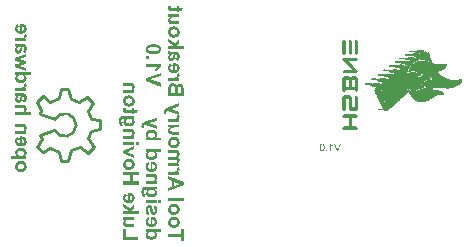
<source format=gbo>
%FSAX44Y44*%
%MOMM*%
G71*
G01*
G75*
G04 Layer_Color=32896*
%ADD10R,1.1000X1.7000*%
%ADD11R,1.7000X1.1000*%
%ADD12C,0.5080*%
%ADD13C,1.5000*%
%ADD14C,1.0000*%
%ADD15C,1.8500*%
%ADD16C,1.5000*%
%ADD17C,1.5240*%
%ADD18C,3.4500*%
%ADD19C,1.2700*%
%ADD20C,0.2500*%
%ADD21C,0.2000*%
%ADD22C,0.2540*%
%ADD23R,1.3032X1.9032*%
%ADD24R,1.9032X1.3032*%
%ADD25C,2.0532*%
%ADD26C,1.7032*%
%ADD27C,1.7272*%
%ADD28C,0.0254*%
G36*
X00261649Y00440137D02*
X00262039Y00440117D01*
X00262371Y00440078D01*
X00262644Y00440039D01*
X00262858Y00439981D01*
X00262995Y00439942D01*
X00263092Y00439922D01*
X00263112Y00439903D01*
X00263385Y00439766D01*
X00263639Y00439591D01*
X00263853Y00439415D01*
X00264009Y00439240D01*
X00264146Y00439084D01*
X00264243Y00438947D01*
X00264302Y00438869D01*
X00264321Y00438830D01*
X00264458Y00438557D01*
X00264575Y00438264D01*
X00264653Y00437972D01*
X00264692Y00437718D01*
X00264731Y00437464D01*
X00264750Y00437289D01*
Y00437211D01*
Y00437152D01*
Y00437133D01*
Y00437113D01*
X00264731Y00436821D01*
X00264692Y00436548D01*
X00264634Y00436274D01*
X00264575Y00436060D01*
X00264497Y00435865D01*
X00264438Y00435709D01*
X00264399Y00435631D01*
X00264380Y00435592D01*
X00264224Y00435338D01*
X00264048Y00435084D01*
X00263873Y00434870D01*
X00263678Y00434675D01*
X00263521Y00434519D01*
X00263385Y00434382D01*
X00263307Y00434304D01*
X00263268Y00434285D01*
X00263521Y00434109D01*
X00263756Y00433934D01*
X00263951Y00433758D01*
X00264107Y00433582D01*
X00264224Y00433426D01*
X00264302Y00433309D01*
X00264360Y00433231D01*
X00264380Y00433192D01*
X00264497Y00432939D01*
X00264594Y00432685D01*
X00264653Y00432431D01*
X00264711Y00432178D01*
X00264731Y00431963D01*
X00264750Y00431807D01*
Y00431690D01*
Y00431671D01*
Y00431651D01*
X00264731Y00431339D01*
X00264692Y00431046D01*
X00264614Y00430754D01*
X00264516Y00430500D01*
X00264282Y00429993D01*
X00264165Y00429779D01*
X00264029Y00429584D01*
X00263892Y00429388D01*
X00263756Y00429232D01*
X00263619Y00429096D01*
X00263521Y00428979D01*
X00263424Y00428881D01*
X00263346Y00428823D01*
X00263307Y00428784D01*
X00263288Y00428764D01*
X00264555D01*
Y00426501D01*
X00255270D01*
Y00428959D01*
X00260244D01*
X00260634Y00428998D01*
X00260966Y00429018D01*
X00261220Y00429057D01*
X00261415Y00429096D01*
X00261551Y00429115D01*
X00261649Y00429154D01*
X00261668D01*
X00261883Y00429232D01*
X00262059Y00429330D01*
X00262215Y00429447D01*
X00262332Y00429544D01*
X00262429Y00429642D01*
X00262507Y00429720D01*
X00262546Y00429779D01*
X00262566Y00429798D01*
X00262663Y00429974D01*
X00262741Y00430149D01*
X00262800Y00430325D01*
X00262839Y00430481D01*
X00262858Y00430617D01*
X00262878Y00430734D01*
Y00430812D01*
Y00430832D01*
Y00431007D01*
X00262839Y00431144D01*
X00262819Y00431281D01*
X00262780Y00431378D01*
X00262741Y00431456D01*
X00262722Y00431515D01*
X00262683Y00431554D01*
Y00431573D01*
X00262507Y00431749D01*
X00262312Y00431885D01*
X00262234Y00431924D01*
X00262156Y00431963D01*
X00262117Y00431983D01*
X00262097D01*
X00262020Y00432002D01*
X00261902Y00432022D01*
X00261668Y00432061D01*
X00261376Y00432080D01*
X00261083Y00432100D01*
X00260791Y00432119D01*
X00255270D01*
Y00434577D01*
X00260166D01*
X00260576Y00434616D01*
X00260888Y00434636D01*
X00261161Y00434675D01*
X00261376Y00434714D01*
X00261512Y00434733D01*
X00261610Y00434772D01*
X00261629D01*
X00261844Y00434850D01*
X00262020Y00434948D01*
X00262195Y00435065D01*
X00262312Y00435163D01*
X00262410Y00435260D01*
X00262488Y00435338D01*
X00262527Y00435397D01*
X00262546Y00435416D01*
X00262663Y00435592D01*
X00262741Y00435767D01*
X00262800Y00435923D01*
X00262839Y00436079D01*
X00262858Y00436216D01*
X00262878Y00436314D01*
Y00436372D01*
Y00436391D01*
X00262858Y00436645D01*
X00262800Y00436860D01*
X00262702Y00437035D01*
X00262624Y00437191D01*
X00262527Y00437289D01*
X00262429Y00437386D01*
X00262371Y00437425D01*
X00262351Y00437445D01*
X00262273Y00437484D01*
X00262156Y00437523D01*
X00261902Y00437601D01*
X00261610Y00437640D01*
X00261298Y00437659D01*
X00261025Y00437679D01*
X00260771Y00437699D01*
X00255270D01*
Y00440156D01*
X00261181D01*
X00261649Y00440137D01*
D02*
G37*
G36*
X00125984Y00488764D02*
X00126198Y00488667D01*
X00126413Y00488589D01*
X00126588Y00488530D01*
X00126744Y00488491D01*
X00126861Y00488452D01*
X00126939Y00488433D01*
X00126959D01*
X00127212Y00488394D01*
X00127486Y00488374D01*
X00127798Y00488335D01*
X00128090D01*
X00128364Y00488316D01*
X00128773D01*
X00131621Y00488355D01*
X00131914D01*
X00132167Y00488335D01*
X00132421Y00488316D01*
X00132635Y00488296D01*
X00132850Y00488277D01*
X00133026Y00488257D01*
X00133182Y00488218D01*
X00133318Y00488199D01*
X00133552Y00488120D01*
X00133708Y00488082D01*
X00133806Y00488042D01*
X00133826Y00488023D01*
X00134040Y00487887D01*
X00134235Y00487711D01*
X00134411Y00487516D01*
X00134547Y00487340D01*
X00134664Y00487165D01*
X00134742Y00487028D01*
X00134801Y00486931D01*
X00134820Y00486892D01*
X00134898Y00486735D01*
X00134957Y00486560D01*
X00135054Y00486170D01*
X00135113Y00485760D01*
X00135171Y00485370D01*
X00135191Y00484999D01*
Y00484843D01*
X00135211Y00484707D01*
Y00484590D01*
Y00484512D01*
Y00484453D01*
Y00484434D01*
Y00484102D01*
X00135191Y00483809D01*
X00135152Y00483517D01*
X00135113Y00483263D01*
X00135054Y00483010D01*
X00134996Y00482795D01*
X00134937Y00482580D01*
X00134879Y00482405D01*
X00134820Y00482249D01*
X00134762Y00482112D01*
X00134703Y00481995D01*
X00134645Y00481898D01*
X00134606Y00481820D01*
X00134567Y00481761D01*
X00134547Y00481742D01*
Y00481722D01*
X00134274Y00481410D01*
X00133962Y00481137D01*
X00133650Y00480903D01*
X00133318Y00480727D01*
X00133026Y00480610D01*
X00132792Y00480513D01*
X00132714Y00480474D01*
X00132635Y00480454D01*
X00132597Y00480435D01*
X00132577D01*
X00132167Y00482639D01*
X00132382Y00482717D01*
X00132577Y00482815D01*
X00132733Y00482912D01*
X00132850Y00483010D01*
X00132948Y00483088D01*
X00133006Y00483166D01*
X00133045Y00483205D01*
X00133065Y00483224D01*
X00133162Y00483380D01*
X00133221Y00483536D01*
X00133299Y00483887D01*
X00133318Y00484024D01*
X00133338Y00484141D01*
Y00484239D01*
Y00484258D01*
X00133318Y00484590D01*
X00133299Y00484882D01*
X00133240Y00485116D01*
X00133182Y00485292D01*
X00133123Y00485429D01*
X00133084Y00485507D01*
X00133045Y00485565D01*
X00133026Y00485585D01*
X00132889Y00485702D01*
X00132733Y00485780D01*
X00132577Y00485858D01*
X00132402Y00485897D01*
X00132245Y00485916D01*
X00132128Y00485936D01*
X00131777D01*
X00131719Y00485799D01*
X00131660Y00485643D01*
X00131563Y00485272D01*
X00131465Y00484882D01*
X00131368Y00484492D01*
X00131290Y00484122D01*
X00131250Y00483965D01*
X00131231Y00483809D01*
X00131212Y00483692D01*
X00131192Y00483614D01*
X00131173Y00483556D01*
Y00483536D01*
X00131075Y00483088D01*
X00130977Y00482697D01*
X00130880Y00482366D01*
X00130782Y00482093D01*
X00130704Y00481878D01*
X00130646Y00481722D01*
X00130607Y00481625D01*
X00130587Y00481586D01*
X00130451Y00481352D01*
X00130295Y00481137D01*
X00130139Y00480961D01*
X00129983Y00480825D01*
X00129846Y00480708D01*
X00129729Y00480630D01*
X00129651Y00480571D01*
X00129631Y00480552D01*
X00129397Y00480435D01*
X00129163Y00480337D01*
X00128929Y00480279D01*
X00128715Y00480220D01*
X00128519Y00480201D01*
X00128383Y00480181D01*
X00128246D01*
X00127817Y00480220D01*
X00127427Y00480318D01*
X00127095Y00480435D01*
X00126803Y00480591D01*
X00126569Y00480747D01*
X00126393Y00480864D01*
X00126296Y00480961D01*
X00126257Y00481000D01*
X00126003Y00481332D01*
X00125808Y00481703D01*
X00125691Y00482073D01*
X00125593Y00482444D01*
X00125535Y00482756D01*
X00125515Y00482912D01*
Y00483029D01*
X00125496Y00483127D01*
Y00483205D01*
Y00483244D01*
Y00483263D01*
X00125515Y00483556D01*
X00125535Y00483848D01*
X00125593Y00484102D01*
X00125652Y00484317D01*
X00125691Y00484512D01*
X00125750Y00484668D01*
X00125769Y00484746D01*
X00125788Y00484785D01*
X00125925Y00485058D01*
X00126062Y00485292D01*
X00126218Y00485526D01*
X00126374Y00485721D01*
X00126510Y00485897D01*
X00126627Y00486014D01*
X00126705Y00486111D01*
X00126725Y00486131D01*
X00126647Y00486150D01*
X00126549Y00486170D01*
X00126471Y00486209D01*
X00126432D01*
X00126276Y00486267D01*
X00126120Y00486306D01*
X00126003Y00486365D01*
X00125906Y00486404D01*
X00125828Y00486423D01*
X00125769Y00486443D01*
X00125750Y00486462D01*
X00125730D01*
Y00488881D01*
X00125984Y00488764D01*
D02*
G37*
G36*
X00138546Y00503785D02*
X00133904D01*
X00134138Y00503570D01*
X00134333Y00503336D01*
X00134508Y00503102D01*
X00134664Y00502887D01*
X00134781Y00502653D01*
X00134898Y00502419D01*
X00135054Y00502010D01*
X00135133Y00501639D01*
X00135171Y00501483D01*
X00135191Y00501346D01*
X00135211Y00501249D01*
Y00501171D01*
Y00501112D01*
Y00501093D01*
X00135191Y00500781D01*
X00135152Y00500488D01*
X00135093Y00500196D01*
X00135015Y00499942D01*
X00134820Y00499454D01*
X00134703Y00499240D01*
X00134586Y00499045D01*
X00134469Y00498889D01*
X00134352Y00498732D01*
X00134255Y00498596D01*
X00134157Y00498479D01*
X00134079Y00498401D01*
X00134021Y00498342D01*
X00133982Y00498303D01*
X00133962Y00498284D01*
X00133728Y00498089D01*
X00133455Y00497933D01*
X00133182Y00497777D01*
X00132889Y00497660D01*
X00132284Y00497464D01*
X00131699Y00497328D01*
X00131446Y00497289D01*
X00131192Y00497250D01*
X00130958Y00497230D01*
X00130763Y00497211D01*
X00130607Y00497191D01*
X00130373D01*
X00129963Y00497211D01*
X00129553Y00497250D01*
X00129183Y00497289D01*
X00128851Y00497367D01*
X00128519Y00497445D01*
X00128227Y00497542D01*
X00127954Y00497660D01*
X00127720Y00497757D01*
X00127505Y00497855D01*
X00127310Y00497972D01*
X00127154Y00498069D01*
X00127017Y00498147D01*
X00126920Y00498225D01*
X00126842Y00498284D01*
X00126803Y00498303D01*
X00126783Y00498323D01*
X00126549Y00498537D01*
X00126354Y00498772D01*
X00126179Y00498986D01*
X00126042Y00499220D01*
X00125906Y00499454D01*
X00125808Y00499688D01*
X00125652Y00500117D01*
X00125574Y00500488D01*
X00125535Y00500644D01*
X00125515Y00500781D01*
X00125496Y00500898D01*
Y00500976D01*
Y00501034D01*
Y00501054D01*
X00125515Y00501346D01*
X00125554Y00501619D01*
X00125613Y00501893D01*
X00125691Y00502127D01*
X00125769Y00502322D01*
X00125828Y00502458D01*
X00125867Y00502556D01*
X00125886Y00502595D01*
X00126062Y00502887D01*
X00126237Y00503141D01*
X00126452Y00503375D01*
X00126627Y00503570D01*
X00126803Y00503726D01*
X00126939Y00503863D01*
X00127037Y00503941D01*
X00127076Y00503960D01*
X00125730D01*
Y00506243D01*
X00138546D01*
Y00503785D01*
D02*
G37*
G36*
X00134898Y00496392D02*
X00135015Y00496099D01*
X00135093Y00495806D01*
X00135152Y00495572D01*
X00135191Y00495358D01*
X00135211Y00495182D01*
Y00495085D01*
Y00495065D01*
Y00495046D01*
X00135191Y00494831D01*
X00135171Y00494636D01*
X00135113Y00494460D01*
X00135074Y00494304D01*
X00135015Y00494168D01*
X00134957Y00494070D01*
X00134937Y00494012D01*
X00134918Y00493992D01*
X00134781Y00493817D01*
X00134606Y00493622D01*
X00134411Y00493446D01*
X00134196Y00493290D01*
X00134001Y00493153D01*
X00133845Y00493036D01*
X00133728Y00492958D01*
X00133708Y00492939D01*
X00135015D01*
Y00490657D01*
X00125730D01*
Y00493114D01*
X00129397D01*
X00129748Y00493134D01*
X00130061Y00493153D01*
X00130353D01*
X00130607Y00493173D01*
X00130821Y00493192D01*
X00131017Y00493212D01*
X00131173Y00493231D01*
X00131329Y00493251D01*
X00131446Y00493270D01*
X00131524D01*
X00131602Y00493290D01*
X00131641Y00493310D01*
X00131680D01*
X00131933Y00493387D01*
X00132148Y00493485D01*
X00132343Y00493583D01*
X00132479Y00493680D01*
X00132577Y00493758D01*
X00132655Y00493817D01*
X00132694Y00493856D01*
X00132714Y00493875D01*
X00132811Y00494012D01*
X00132889Y00494168D01*
X00132928Y00494324D01*
X00132967Y00494460D01*
X00132987Y00494577D01*
X00133006Y00494675D01*
Y00494734D01*
Y00494753D01*
X00132987Y00494968D01*
X00132948Y00495163D01*
X00132870Y00495358D01*
X00132811Y00495553D01*
X00132733Y00495689D01*
X00132655Y00495826D01*
X00132616Y00495904D01*
X00132597Y00495923D01*
X00134742Y00496684D01*
X00134898Y00496392D01*
D02*
G37*
G36*
X00131972Y00478289D02*
X00132284Y00478269D01*
X00132538Y00478250D01*
X00132733Y00478211D01*
X00132870Y00478191D01*
X00132967Y00478172D01*
X00132987D01*
X00133201Y00478113D01*
X00133416Y00478055D01*
X00133591Y00477977D01*
X00133767Y00477899D01*
X00133884Y00477821D01*
X00134001Y00477762D01*
X00134060Y00477723D01*
X00134079Y00477704D01*
X00134255Y00477567D01*
X00134411Y00477392D01*
X00134547Y00477216D01*
X00134664Y00477060D01*
X00134762Y00476904D01*
X00134820Y00476787D01*
X00134859Y00476709D01*
X00134879Y00476670D01*
X00134996Y00476416D01*
X00135074Y00476163D01*
X00135133Y00475890D01*
X00135171Y00475655D01*
X00135191Y00475460D01*
X00135211Y00475285D01*
Y00475187D01*
Y00475168D01*
Y00475148D01*
X00135191Y00474856D01*
X00135152Y00474563D01*
X00135074Y00474290D01*
X00134996Y00474017D01*
X00134762Y00473549D01*
X00134508Y00473139D01*
X00134372Y00472944D01*
X00134255Y00472788D01*
X00134138Y00472671D01*
X00134021Y00472554D01*
X00133942Y00472456D01*
X00133864Y00472398D01*
X00133826Y00472359D01*
X00133806Y00472339D01*
X00138546D01*
Y00469881D01*
X00125730D01*
Y00472339D01*
X00130373D01*
X00130782Y00472359D01*
X00131133Y00472378D01*
X00131446Y00472417D01*
X00131699Y00472456D01*
X00131875Y00472495D01*
X00132011Y00472515D01*
X00132109Y00472554D01*
X00132128D01*
X00132343Y00472651D01*
X00132519Y00472749D01*
X00132675Y00472866D01*
X00132811Y00472983D01*
X00132909Y00473080D01*
X00132967Y00473158D01*
X00133006Y00473217D01*
X00133026Y00473237D01*
X00133123Y00473432D01*
X00133201Y00473607D01*
X00133260Y00473802D01*
X00133299Y00473958D01*
X00133318Y00474114D01*
X00133338Y00474231D01*
Y00474309D01*
Y00474329D01*
Y00474524D01*
X00133299Y00474680D01*
X00133260Y00474836D01*
X00133221Y00474973D01*
X00133182Y00475070D01*
X00133143Y00475148D01*
X00133123Y00475187D01*
X00133104Y00475207D01*
X00133006Y00475324D01*
X00132909Y00475441D01*
X00132694Y00475577D01*
X00132597Y00475636D01*
X00132538Y00475675D01*
X00132479Y00475695D01*
X00132460D01*
X00132382Y00475714D01*
X00132265Y00475753D01*
X00132011Y00475792D01*
X00131719Y00475812D01*
X00131407Y00475831D01*
X00131114Y00475850D01*
X00125730D01*
Y00478308D01*
X00131582D01*
X00131972Y00478289D01*
D02*
G37*
G36*
X00130646Y00451954D02*
X00131075Y00451896D01*
X00131485Y00451837D01*
X00131855Y00451740D01*
X00132206Y00451642D01*
X00132519Y00451544D01*
X00132792Y00451427D01*
X00133045Y00451330D01*
X00133240Y00451213D01*
X00133416Y00451115D01*
X00133572Y00451037D01*
X00133689Y00450959D01*
X00133767Y00450901D01*
X00133806Y00450862D01*
X00133826Y00450842D01*
X00134079Y00450608D01*
X00134274Y00450355D01*
X00134469Y00450101D01*
X00134625Y00449828D01*
X00134762Y00449555D01*
X00134879Y00449282D01*
X00134957Y00449009D01*
X00135035Y00448755D01*
X00135093Y00448521D01*
X00135133Y00448287D01*
X00135171Y00448092D01*
X00135191Y00447916D01*
X00135211Y00447760D01*
Y00447663D01*
Y00447585D01*
Y00447565D01*
X00135191Y00447233D01*
X00135152Y00446902D01*
X00135093Y00446609D01*
X00134996Y00446317D01*
X00134898Y00446044D01*
X00134801Y00445790D01*
X00134664Y00445575D01*
X00134547Y00445361D01*
X00134430Y00445166D01*
X00134313Y00445010D01*
X00134196Y00444854D01*
X00134099Y00444737D01*
X00134001Y00444639D01*
X00133942Y00444580D01*
X00133904Y00444542D01*
X00133884Y00444522D01*
X00133630Y00444307D01*
X00133357Y00444132D01*
X00133065Y00443976D01*
X00132772Y00443839D01*
X00132460Y00443722D01*
X00132167Y00443625D01*
X00131582Y00443488D01*
X00131329Y00443429D01*
X00131075Y00443391D01*
X00130841Y00443371D01*
X00130665Y00443352D01*
X00130490Y00443332D01*
X00130275D01*
X00129924Y00443352D01*
X00129592Y00443371D01*
X00128968Y00443469D01*
X00128676Y00443547D01*
X00128422Y00443625D01*
X00128168Y00443703D01*
X00127954Y00443781D01*
X00127759Y00443859D01*
X00127583Y00443937D01*
X00127427Y00444015D01*
X00127310Y00444093D01*
X00127212Y00444151D01*
X00127135Y00444190D01*
X00127095Y00444229D01*
X00127076D01*
X00126803Y00444463D01*
X00126549Y00444717D01*
X00126335Y00444990D01*
X00126159Y00445283D01*
X00126003Y00445575D01*
X00125886Y00445887D01*
X00125769Y00446180D01*
X00125691Y00446473D01*
X00125632Y00446746D01*
X00125574Y00446999D01*
X00125554Y00447214D01*
X00125515Y00447429D01*
Y00447585D01*
X00125496Y00447721D01*
Y00447799D01*
Y00447819D01*
X00125535Y00448365D01*
X00125613Y00448853D01*
X00125710Y00449282D01*
X00125847Y00449652D01*
X00125984Y00449945D01*
X00126042Y00450081D01*
X00126081Y00450179D01*
X00126140Y00450257D01*
X00126159Y00450316D01*
X00126198Y00450335D01*
Y00450355D01*
X00126491Y00450706D01*
X00126822Y00451018D01*
X00127154Y00451271D01*
X00127486Y00451486D01*
X00127778Y00451642D01*
X00127915Y00451720D01*
X00128032Y00451759D01*
X00128110Y00451798D01*
X00128188Y00451837D01*
X00128227Y00451857D01*
X00128246D01*
X00128656Y00449418D01*
X00128403Y00449340D01*
X00128207Y00449243D01*
X00128032Y00449126D01*
X00127895Y00449028D01*
X00127778Y00448950D01*
X00127700Y00448872D01*
X00127661Y00448833D01*
X00127642Y00448814D01*
X00127544Y00448657D01*
X00127466Y00448501D01*
X00127408Y00448326D01*
X00127369Y00448189D01*
X00127349Y00448053D01*
X00127330Y00447936D01*
Y00447858D01*
Y00447838D01*
X00127349Y00447546D01*
X00127427Y00447272D01*
X00127525Y00447019D01*
X00127642Y00446824D01*
X00127739Y00446648D01*
X00127837Y00446531D01*
X00127915Y00446453D01*
X00127934Y00446434D01*
X00128188Y00446239D01*
X00128461Y00446102D01*
X00128734Y00446004D01*
X00129027Y00445927D01*
X00129261Y00445887D01*
X00129475Y00445868D01*
X00129553Y00445848D01*
X00129651D01*
Y00451993D01*
X00130158D01*
X00130646Y00451954D01*
D02*
G37*
G36*
X00130802Y00442084D02*
X00131192Y00442064D01*
X00131563Y00442006D01*
X00131894Y00441927D01*
X00132206Y00441850D01*
X00132499Y00441752D01*
X00132772Y00441635D01*
X00133006Y00441537D01*
X00133221Y00441440D01*
X00133396Y00441323D01*
X00133552Y00441225D01*
X00133689Y00441147D01*
X00133786Y00441069D01*
X00133864Y00441030D01*
X00133904Y00440991D01*
X00133923Y00440972D01*
X00134157Y00440757D01*
X00134352Y00440523D01*
X00134528Y00440289D01*
X00134664Y00440074D01*
X00134801Y00439840D01*
X00134898Y00439606D01*
X00135054Y00439177D01*
X00135152Y00438787D01*
X00135171Y00438631D01*
X00135191Y00438494D01*
X00135211Y00438377D01*
Y00438299D01*
Y00438241D01*
Y00438221D01*
X00135191Y00437890D01*
X00135133Y00437558D01*
X00135074Y00437265D01*
X00134996Y00437031D01*
X00134898Y00436817D01*
X00134840Y00436660D01*
X00134781Y00436563D01*
X00134762Y00436524D01*
X00134586Y00436251D01*
X00134411Y00436017D01*
X00134216Y00435822D01*
X00134040Y00435646D01*
X00133884Y00435510D01*
X00133767Y00435412D01*
X00133689Y00435354D01*
X00133650Y00435334D01*
X00135015D01*
Y00433052D01*
X00122180D01*
Y00435510D01*
X00126842D01*
X00126588Y00435763D01*
X00126374Y00435997D01*
X00126179Y00436231D01*
X00126042Y00436427D01*
X00125925Y00436582D01*
X00125847Y00436700D01*
X00125808Y00436797D01*
X00125788Y00436817D01*
X00125691Y00437051D01*
X00125613Y00437304D01*
X00125574Y00437538D01*
X00125535Y00437753D01*
X00125515Y00437929D01*
X00125496Y00438065D01*
Y00438163D01*
Y00438202D01*
X00125515Y00438494D01*
X00125554Y00438787D01*
X00125613Y00439060D01*
X00125691Y00439314D01*
X00125906Y00439782D01*
X00126140Y00440191D01*
X00126257Y00440347D01*
X00126374Y00440504D01*
X00126491Y00440640D01*
X00126588Y00440757D01*
X00126666Y00440835D01*
X00126725Y00440894D01*
X00126764Y00440933D01*
X00126783Y00440952D01*
X00127037Y00441147D01*
X00127310Y00441342D01*
X00127603Y00441479D01*
X00127895Y00441615D01*
X00128188Y00441732D01*
X00128500Y00441830D01*
X00129066Y00441967D01*
X00129339Y00442006D01*
X00129592Y00442044D01*
X00129807Y00442064D01*
X00130002Y00442084D01*
X00130178Y00442103D01*
X00130392D01*
X00130802Y00442084D01*
D02*
G37*
G36*
X00132187Y00462391D02*
X00132479Y00462371D01*
X00132714Y00462351D01*
X00132889Y00462313D01*
X00133026Y00462293D01*
X00133104Y00462273D01*
X00133123D01*
X00133338Y00462215D01*
X00133533Y00462137D01*
X00133708Y00462059D01*
X00133864Y00461981D01*
X00133982Y00461903D01*
X00134079Y00461844D01*
X00134138Y00461805D01*
X00134157Y00461786D01*
X00134333Y00461649D01*
X00134469Y00461474D01*
X00134606Y00461318D01*
X00134723Y00461142D01*
X00134801Y00461006D01*
X00134859Y00460888D01*
X00134898Y00460811D01*
X00134918Y00460771D01*
X00135015Y00460518D01*
X00135093Y00460264D01*
X00135133Y00460011D01*
X00135171Y00459777D01*
X00135191Y00459581D01*
X00135211Y00459425D01*
Y00459328D01*
Y00459289D01*
X00135191Y00458957D01*
X00135152Y00458626D01*
X00135074Y00458333D01*
X00134976Y00458040D01*
X00134840Y00457767D01*
X00134723Y00457514D01*
X00134567Y00457299D01*
X00134430Y00457085D01*
X00134294Y00456889D01*
X00134138Y00456734D01*
X00134021Y00456577D01*
X00133904Y00456460D01*
X00133786Y00456363D01*
X00133708Y00456304D01*
X00133669Y00456265D01*
X00133650Y00456246D01*
X00135015D01*
Y00453963D01*
X00125730D01*
Y00456421D01*
X00130470D01*
X00130704Y00456441D01*
X00130919D01*
X00131114Y00456460D01*
X00131290Y00456480D01*
X00131446Y00456499D01*
X00131582Y00456519D01*
X00131797Y00456538D01*
X00131933Y00456577D01*
X00132031Y00456597D01*
X00132050D01*
X00132265Y00456675D01*
X00132441Y00456792D01*
X00132597Y00456909D01*
X00132733Y00457007D01*
X00132850Y00457124D01*
X00132928Y00457202D01*
X00132967Y00457260D01*
X00132987Y00457280D01*
X00133104Y00457475D01*
X00133182Y00457670D01*
X00133260Y00457865D01*
X00133299Y00458040D01*
X00133318Y00458196D01*
X00133338Y00458313D01*
Y00458411D01*
Y00458431D01*
X00133318Y00458606D01*
X00133299Y00458762D01*
X00133260Y00458918D01*
X00133221Y00459035D01*
X00133162Y00459133D01*
X00133123Y00459211D01*
X00133104Y00459250D01*
X00133084Y00459269D01*
X00132870Y00459504D01*
X00132635Y00459660D01*
X00132538Y00459718D01*
X00132460Y00459757D01*
X00132402Y00459777D01*
X00132382D01*
X00132284Y00459816D01*
X00132167Y00459835D01*
X00131894Y00459874D01*
X00131582Y00459913D01*
X00131250Y00459933D01*
X00130958Y00459952D01*
X00125730D01*
Y00462410D01*
X00131855D01*
X00132187Y00462391D01*
D02*
G37*
G36*
X00260303Y00451549D02*
X00260654Y00451510D01*
X00261005Y00451451D01*
X00261337Y00451353D01*
X00261629Y00451256D01*
X00261922Y00451139D01*
X00262176Y00451022D01*
X00262429Y00450905D01*
X00262644Y00450768D01*
X00262819Y00450651D01*
X00262995Y00450534D01*
X00263112Y00450437D01*
X00263229Y00450339D01*
X00263307Y00450281D01*
X00263346Y00450242D01*
X00263365Y00450222D01*
X00263619Y00449968D01*
X00263814Y00449695D01*
X00264009Y00449403D01*
X00264165Y00449110D01*
X00264302Y00448837D01*
X00264419Y00448545D01*
X00264497Y00448271D01*
X00264575Y00447998D01*
X00264634Y00447745D01*
X00264673Y00447530D01*
X00264711Y00447315D01*
X00264731Y00447140D01*
X00264750Y00446984D01*
Y00446886D01*
Y00446808D01*
Y00446789D01*
X00264731Y00446282D01*
X00264653Y00445833D01*
X00264555Y00445404D01*
X00264458Y00445033D01*
X00264341Y00444741D01*
X00264282Y00444604D01*
X00264243Y00444506D01*
X00264204Y00444428D01*
X00264165Y00444370D01*
X00264146Y00444331D01*
Y00444311D01*
X00263892Y00443921D01*
X00263619Y00443590D01*
X00263326Y00443297D01*
X00263034Y00443063D01*
X00262780Y00442868D01*
X00262585Y00442731D01*
X00262507Y00442673D01*
X00262449Y00442634D01*
X00262410Y00442614D01*
X00262390D01*
X00261961Y00442419D01*
X00261532Y00442283D01*
X00261142Y00442166D01*
X00260771Y00442107D01*
X00260459Y00442068D01*
X00260322Y00442049D01*
X00260225D01*
X00260127Y00442029D01*
X00260010D01*
X00259445Y00442049D01*
X00258918Y00442127D01*
X00258450Y00442224D01*
X00258060Y00442322D01*
X00257884Y00442380D01*
X00257728Y00442439D01*
X00257611Y00442478D01*
X00257494Y00442517D01*
X00257416Y00442556D01*
X00257357Y00442595D01*
X00257318Y00442614D01*
X00257299D01*
X00256909Y00442868D01*
X00256558Y00443141D01*
X00256265Y00443434D01*
X00256031Y00443726D01*
X00255855Y00443980D01*
X00255719Y00444175D01*
X00255660Y00444253D01*
X00255621Y00444311D01*
X00255602Y00444350D01*
Y00444370D01*
X00255407Y00444799D01*
X00255270Y00445228D01*
X00255173Y00445638D01*
X00255114Y00446009D01*
X00255075Y00446321D01*
X00255055Y00446457D01*
X00255036Y00446574D01*
Y00446672D01*
Y00446730D01*
Y00446769D01*
Y00446789D01*
X00255055Y00447160D01*
X00255094Y00447530D01*
X00255173Y00447881D01*
X00255250Y00448193D01*
X00255348Y00448506D01*
X00255465Y00448779D01*
X00255602Y00449032D01*
X00255738Y00449266D01*
X00255855Y00449481D01*
X00255992Y00449676D01*
X00256109Y00449832D01*
X00256206Y00449968D01*
X00256284Y00450066D01*
X00256362Y00450144D01*
X00256401Y00450183D01*
X00256421Y00450203D01*
X00256694Y00450437D01*
X00256967Y00450651D01*
X00257260Y00450827D01*
X00257552Y00451002D01*
X00257845Y00451119D01*
X00258138Y00451236D01*
X00258411Y00451334D01*
X00258684Y00451393D01*
X00258937Y00451451D01*
X00259171Y00451490D01*
X00259386Y00451529D01*
X00259562Y00451549D01*
X00259718Y00451568D01*
X00259913D01*
X00260303Y00451549D01*
D02*
G37*
G36*
X00249036Y00371083D02*
X00244394D01*
X00244628Y00370869D01*
X00244823Y00370635D01*
X00244998Y00370401D01*
X00245154Y00370186D01*
X00245271Y00369952D01*
X00245388Y00369718D01*
X00245544Y00369308D01*
X00245623Y00368938D01*
X00245662Y00368782D01*
X00245681Y00368645D01*
X00245700Y00368548D01*
Y00368470D01*
Y00368411D01*
Y00368391D01*
X00245681Y00368079D01*
X00245642Y00367787D01*
X00245583Y00367494D01*
X00245505Y00367240D01*
X00245310Y00366753D01*
X00245193Y00366538D01*
X00245076Y00366343D01*
X00244959Y00366187D01*
X00244842Y00366031D01*
X00244745Y00365895D01*
X00244647Y00365778D01*
X00244569Y00365699D01*
X00244511Y00365641D01*
X00244471Y00365602D01*
X00244452Y00365582D01*
X00244218Y00365387D01*
X00243945Y00365231D01*
X00243672Y00365075D01*
X00243379Y00364958D01*
X00242774Y00364763D01*
X00242189Y00364627D01*
X00241936Y00364588D01*
X00241682Y00364548D01*
X00241448Y00364529D01*
X00241253Y00364510D01*
X00241097Y00364490D01*
X00240863D01*
X00240453Y00364510D01*
X00240043Y00364548D01*
X00239673Y00364588D01*
X00239341Y00364666D01*
X00239009Y00364744D01*
X00238717Y00364841D01*
X00238444Y00364958D01*
X00238210Y00365056D01*
X00237995Y00365153D01*
X00237800Y00365270D01*
X00237644Y00365368D01*
X00237507Y00365446D01*
X00237410Y00365524D01*
X00237332Y00365582D01*
X00237293Y00365602D01*
X00237273Y00365621D01*
X00237039Y00365836D01*
X00236844Y00366070D01*
X00236669Y00366285D01*
X00236532Y00366519D01*
X00236396Y00366753D01*
X00236298Y00366987D01*
X00236142Y00367416D01*
X00236064Y00367787D01*
X00236025Y00367943D01*
X00236005Y00368079D01*
X00235986Y00368196D01*
Y00368274D01*
Y00368333D01*
Y00368352D01*
X00236005Y00368645D01*
X00236044Y00368918D01*
X00236103Y00369191D01*
X00236181Y00369425D01*
X00236259Y00369620D01*
X00236318Y00369757D01*
X00236357Y00369855D01*
X00236376Y00369893D01*
X00236552Y00370186D01*
X00236727Y00370440D01*
X00236942Y00370674D01*
X00237117Y00370869D01*
X00237293Y00371025D01*
X00237429Y00371161D01*
X00237527Y00371240D01*
X00237566Y00371259D01*
X00236220D01*
Y00373541D01*
X00249036D01*
Y00371083D01*
D02*
G37*
G36*
X00268086Y00413237D02*
Y00410505D01*
X00255270Y00405531D01*
Y00408262D01*
X00258177Y00409315D01*
Y00414485D01*
X00255270Y00415577D01*
Y00418386D01*
X00268086Y00413237D01*
D02*
G37*
G36*
X00241136Y00383861D02*
X00241565Y00383802D01*
X00241975Y00383744D01*
X00242345Y00383646D01*
X00242696Y00383549D01*
X00243008Y00383451D01*
X00243282Y00383334D01*
X00243535Y00383236D01*
X00243730Y00383119D01*
X00243906Y00383022D01*
X00244062Y00382944D01*
X00244179Y00382866D01*
X00244257Y00382807D01*
X00244296Y00382768D01*
X00244315Y00382749D01*
X00244569Y00382515D01*
X00244764Y00382261D01*
X00244959Y00382007D01*
X00245115Y00381734D01*
X00245252Y00381461D01*
X00245369Y00381188D01*
X00245447Y00380915D01*
X00245525Y00380662D01*
X00245583Y00380427D01*
X00245623Y00380193D01*
X00245662Y00379998D01*
X00245681Y00379823D01*
X00245700Y00379667D01*
Y00379569D01*
Y00379491D01*
Y00379472D01*
X00245681Y00379140D01*
X00245642Y00378808D01*
X00245583Y00378516D01*
X00245486Y00378223D01*
X00245388Y00377950D01*
X00245291Y00377696D01*
X00245154Y00377482D01*
X00245037Y00377267D01*
X00244920Y00377072D01*
X00244803Y00376916D01*
X00244686Y00376760D01*
X00244589Y00376643D01*
X00244491Y00376545D01*
X00244433Y00376487D01*
X00244394Y00376448D01*
X00244374Y00376428D01*
X00244120Y00376214D01*
X00243847Y00376038D01*
X00243555Y00375882D01*
X00243262Y00375746D01*
X00242950Y00375629D01*
X00242657Y00375531D01*
X00242072Y00375395D01*
X00241819Y00375336D01*
X00241565Y00375297D01*
X00241331Y00375277D01*
X00241155Y00375258D01*
X00240980Y00375238D01*
X00240765D01*
X00240414Y00375258D01*
X00240082Y00375277D01*
X00239458Y00375375D01*
X00239166Y00375453D01*
X00238912Y00375531D01*
X00238658Y00375609D01*
X00238444Y00375687D01*
X00238249Y00375765D01*
X00238073Y00375843D01*
X00237917Y00375921D01*
X00237800Y00375999D01*
X00237703Y00376058D01*
X00237624Y00376097D01*
X00237586Y00376136D01*
X00237566D01*
X00237293Y00376370D01*
X00237039Y00376623D01*
X00236825Y00376897D01*
X00236649Y00377189D01*
X00236493Y00377482D01*
X00236376Y00377794D01*
X00236259Y00378087D01*
X00236181Y00378379D01*
X00236122Y00378652D01*
X00236064Y00378906D01*
X00236044Y00379120D01*
X00236005Y00379335D01*
Y00379491D01*
X00235986Y00379628D01*
Y00379706D01*
Y00379725D01*
X00236025Y00380271D01*
X00236103Y00380759D01*
X00236201Y00381188D01*
X00236337Y00381559D01*
X00236474Y00381851D01*
X00236532Y00381988D01*
X00236571Y00382085D01*
X00236630Y00382164D01*
X00236649Y00382222D01*
X00236688Y00382242D01*
Y00382261D01*
X00236981Y00382612D01*
X00237312Y00382924D01*
X00237644Y00383178D01*
X00237976Y00383392D01*
X00238268Y00383549D01*
X00238405Y00383627D01*
X00238522Y00383666D01*
X00238600Y00383705D01*
X00238678Y00383744D01*
X00238717Y00383763D01*
X00238736D01*
X00239146Y00381325D01*
X00238892Y00381247D01*
X00238697Y00381149D01*
X00238522Y00381032D01*
X00238385Y00380935D01*
X00238268Y00380857D01*
X00238190Y00380779D01*
X00238151Y00380740D01*
X00238132Y00380720D01*
X00238034Y00380564D01*
X00237956Y00380408D01*
X00237898Y00380232D01*
X00237859Y00380096D01*
X00237839Y00379959D01*
X00237820Y00379842D01*
Y00379764D01*
Y00379745D01*
X00237839Y00379452D01*
X00237917Y00379179D01*
X00238015Y00378925D01*
X00238132Y00378730D01*
X00238229Y00378555D01*
X00238327Y00378438D01*
X00238405Y00378360D01*
X00238424Y00378340D01*
X00238678Y00378145D01*
X00238951Y00378008D01*
X00239224Y00377911D01*
X00239517Y00377833D01*
X00239751Y00377794D01*
X00239965Y00377774D01*
X00240043Y00377755D01*
X00240141D01*
Y00383900D01*
X00240648D01*
X00241136Y00383861D01*
D02*
G37*
G36*
X00268086Y00396870D02*
X00255270D01*
Y00399328D01*
X00268086D01*
Y00396870D01*
D02*
G37*
G36*
X00130646Y00547383D02*
X00131075Y00547325D01*
X00131485Y00547266D01*
X00131855Y00547169D01*
X00132206Y00547071D01*
X00132519Y00546974D01*
X00132792Y00546857D01*
X00133045Y00546759D01*
X00133240Y00546642D01*
X00133416Y00546545D01*
X00133572Y00546467D01*
X00133689Y00546389D01*
X00133767Y00546330D01*
X00133806Y00546291D01*
X00133826Y00546272D01*
X00134079Y00546037D01*
X00134274Y00545784D01*
X00134469Y00545530D01*
X00134625Y00545257D01*
X00134762Y00544984D01*
X00134879Y00544711D01*
X00134957Y00544438D01*
X00135035Y00544184D01*
X00135093Y00543950D01*
X00135133Y00543716D01*
X00135171Y00543521D01*
X00135191Y00543345D01*
X00135211Y00543189D01*
Y00543092D01*
Y00543014D01*
Y00542994D01*
X00135191Y00542663D01*
X00135152Y00542331D01*
X00135093Y00542038D01*
X00134996Y00541746D01*
X00134898Y00541473D01*
X00134801Y00541219D01*
X00134664Y00541005D01*
X00134547Y00540790D01*
X00134430Y00540595D01*
X00134313Y00540439D01*
X00134196Y00540283D01*
X00134099Y00540166D01*
X00134001Y00540068D01*
X00133942Y00540010D01*
X00133904Y00539971D01*
X00133884Y00539951D01*
X00133630Y00539737D01*
X00133357Y00539561D01*
X00133065Y00539405D01*
X00132772Y00539268D01*
X00132460Y00539151D01*
X00132167Y00539054D01*
X00131582Y00538917D01*
X00131329Y00538859D01*
X00131075Y00538820D01*
X00130841Y00538800D01*
X00130665Y00538781D01*
X00130490Y00538761D01*
X00130275D01*
X00129924Y00538781D01*
X00129592Y00538800D01*
X00128968Y00538898D01*
X00128676Y00538976D01*
X00128422Y00539054D01*
X00128168Y00539132D01*
X00127954Y00539210D01*
X00127759Y00539288D01*
X00127583Y00539366D01*
X00127427Y00539444D01*
X00127310Y00539522D01*
X00127212Y00539580D01*
X00127135Y00539619D01*
X00127095Y00539659D01*
X00127076D01*
X00126803Y00539893D01*
X00126549Y00540146D01*
X00126335Y00540419D01*
X00126159Y00540712D01*
X00126003Y00541005D01*
X00125886Y00541317D01*
X00125769Y00541609D01*
X00125691Y00541902D01*
X00125632Y00542175D01*
X00125574Y00542429D01*
X00125554Y00542643D01*
X00125515Y00542858D01*
Y00543014D01*
X00125496Y00543150D01*
Y00543228D01*
Y00543248D01*
X00125535Y00543794D01*
X00125613Y00544282D01*
X00125710Y00544711D01*
X00125847Y00545082D01*
X00125984Y00545374D01*
X00126042Y00545511D01*
X00126081Y00545608D01*
X00126140Y00545686D01*
X00126159Y00545745D01*
X00126198Y00545764D01*
Y00545784D01*
X00126491Y00546135D01*
X00126822Y00546447D01*
X00127154Y00546701D01*
X00127486Y00546915D01*
X00127778Y00547071D01*
X00127915Y00547149D01*
X00128032Y00547188D01*
X00128110Y00547227D01*
X00128188Y00547266D01*
X00128227Y00547286D01*
X00128246D01*
X00128656Y00544847D01*
X00128403Y00544769D01*
X00128207Y00544672D01*
X00128032Y00544555D01*
X00127895Y00544457D01*
X00127778Y00544379D01*
X00127700Y00544301D01*
X00127661Y00544262D01*
X00127642Y00544243D01*
X00127544Y00544087D01*
X00127466Y00543931D01*
X00127408Y00543755D01*
X00127369Y00543619D01*
X00127349Y00543482D01*
X00127330Y00543365D01*
Y00543287D01*
Y00543267D01*
X00127349Y00542975D01*
X00127427Y00542702D01*
X00127525Y00542448D01*
X00127642Y00542253D01*
X00127739Y00542077D01*
X00127837Y00541960D01*
X00127915Y00541882D01*
X00127934Y00541863D01*
X00128188Y00541668D01*
X00128461Y00541531D01*
X00128734Y00541434D01*
X00129027Y00541356D01*
X00129261Y00541317D01*
X00129475Y00541297D01*
X00129553Y00541278D01*
X00129651D01*
Y00547422D01*
X00130158D01*
X00130646Y00547383D01*
D02*
G37*
G36*
X00135015Y00518864D02*
X00128929Y00517089D01*
X00135015Y00515548D01*
Y00513168D01*
X00128929Y00511568D01*
X00135015Y00509832D01*
Y00507452D01*
X00125730Y00510378D01*
Y00512758D01*
X00131699Y00514338D01*
X00125730Y00515938D01*
Y00518298D01*
X00135015Y00521283D01*
Y00518864D01*
D02*
G37*
G36*
X00264438Y00425350D02*
X00264555Y00425058D01*
X00264634Y00424765D01*
X00264692Y00424531D01*
X00264731Y00424317D01*
X00264750Y00424141D01*
Y00424043D01*
Y00424024D01*
Y00424004D01*
X00264731Y00423790D01*
X00264711Y00423595D01*
X00264653Y00423419D01*
X00264614Y00423263D01*
X00264555Y00423127D01*
X00264497Y00423029D01*
X00264477Y00422971D01*
X00264458Y00422951D01*
X00264321Y00422775D01*
X00264146Y00422580D01*
X00263951Y00422405D01*
X00263736Y00422249D01*
X00263541Y00422112D01*
X00263385Y00421995D01*
X00263268Y00421917D01*
X00263248Y00421898D01*
X00264555D01*
Y00419615D01*
X00255270D01*
Y00422073D01*
X00258937D01*
X00259289Y00422093D01*
X00259601Y00422112D01*
X00259893D01*
X00260147Y00422132D01*
X00260361Y00422151D01*
X00260557Y00422171D01*
X00260713Y00422190D01*
X00260869Y00422210D01*
X00260986Y00422229D01*
X00261064D01*
X00261142Y00422249D01*
X00261181Y00422268D01*
X00261220D01*
X00261473Y00422346D01*
X00261688Y00422444D01*
X00261883Y00422541D01*
X00262020Y00422639D01*
X00262117Y00422717D01*
X00262195Y00422775D01*
X00262234Y00422814D01*
X00262254Y00422834D01*
X00262351Y00422971D01*
X00262429Y00423127D01*
X00262468Y00423283D01*
X00262507Y00423419D01*
X00262527Y00423536D01*
X00262546Y00423634D01*
Y00423692D01*
Y00423712D01*
X00262527Y00423926D01*
X00262488Y00424122D01*
X00262410Y00424317D01*
X00262351Y00424512D01*
X00262273Y00424648D01*
X00262195Y00424785D01*
X00262156Y00424863D01*
X00262136Y00424882D01*
X00264282Y00425643D01*
X00264438Y00425350D01*
D02*
G37*
G36*
X00134898Y00538137D02*
X00135015Y00537844D01*
X00135093Y00537552D01*
X00135152Y00537318D01*
X00135191Y00537103D01*
X00135211Y00536928D01*
Y00536830D01*
Y00536810D01*
Y00536791D01*
X00135191Y00536576D01*
X00135171Y00536381D01*
X00135113Y00536206D01*
X00135074Y00536050D01*
X00135015Y00535913D01*
X00134957Y00535816D01*
X00134937Y00535757D01*
X00134918Y00535738D01*
X00134781Y00535562D01*
X00134606Y00535367D01*
X00134411Y00535191D01*
X00134196Y00535035D01*
X00134001Y00534899D01*
X00133845Y00534782D01*
X00133728Y00534704D01*
X00133708Y00534684D01*
X00135015D01*
Y00532402D01*
X00125730D01*
Y00534860D01*
X00129397D01*
X00129748Y00534879D01*
X00130061Y00534899D01*
X00130353D01*
X00130607Y00534918D01*
X00130821Y00534938D01*
X00131017Y00534957D01*
X00131173Y00534977D01*
X00131329Y00534996D01*
X00131446Y00535016D01*
X00131524D01*
X00131602Y00535035D01*
X00131641Y00535055D01*
X00131680D01*
X00131933Y00535133D01*
X00132148Y00535230D01*
X00132343Y00535328D01*
X00132479Y00535425D01*
X00132577Y00535504D01*
X00132655Y00535562D01*
X00132694Y00535601D01*
X00132714Y00535621D01*
X00132811Y00535757D01*
X00132889Y00535913D01*
X00132928Y00536069D01*
X00132967Y00536206D01*
X00132987Y00536323D01*
X00133006Y00536420D01*
Y00536479D01*
Y00536498D01*
X00132987Y00536713D01*
X00132948Y00536908D01*
X00132870Y00537103D01*
X00132811Y00537298D01*
X00132733Y00537435D01*
X00132655Y00537571D01*
X00132616Y00537649D01*
X00132597Y00537669D01*
X00134742Y00538430D01*
X00134898Y00538137D01*
D02*
G37*
G36*
X00125984Y00530510D02*
X00126198Y00530412D01*
X00126413Y00530334D01*
X00126588Y00530276D01*
X00126744Y00530237D01*
X00126861Y00530198D01*
X00126939Y00530178D01*
X00126959D01*
X00127212Y00530139D01*
X00127486Y00530120D01*
X00127798Y00530080D01*
X00128090D01*
X00128364Y00530061D01*
X00128773D01*
X00131621Y00530100D01*
X00131914D01*
X00132167Y00530080D01*
X00132421Y00530061D01*
X00132635Y00530042D01*
X00132850Y00530022D01*
X00133026Y00530003D01*
X00133182Y00529963D01*
X00133318Y00529944D01*
X00133552Y00529866D01*
X00133708Y00529827D01*
X00133806Y00529788D01*
X00133826Y00529768D01*
X00134040Y00529632D01*
X00134235Y00529456D01*
X00134411Y00529261D01*
X00134547Y00529086D01*
X00134664Y00528910D01*
X00134742Y00528773D01*
X00134801Y00528676D01*
X00134820Y00528637D01*
X00134898Y00528481D01*
X00134957Y00528305D01*
X00135054Y00527915D01*
X00135113Y00527506D01*
X00135171Y00527115D01*
X00135191Y00526745D01*
Y00526589D01*
X00135211Y00526452D01*
Y00526335D01*
Y00526257D01*
Y00526199D01*
Y00526179D01*
Y00525848D01*
X00135191Y00525555D01*
X00135152Y00525262D01*
X00135113Y00525009D01*
X00135054Y00524755D01*
X00134996Y00524540D01*
X00134937Y00524326D01*
X00134879Y00524150D01*
X00134820Y00523994D01*
X00134762Y00523858D01*
X00134703Y00523741D01*
X00134645Y00523643D01*
X00134606Y00523565D01*
X00134567Y00523507D01*
X00134547Y00523487D01*
Y00523468D01*
X00134274Y00523156D01*
X00133962Y00522882D01*
X00133650Y00522648D01*
X00133318Y00522473D01*
X00133026Y00522356D01*
X00132792Y00522258D01*
X00132714Y00522219D01*
X00132635Y00522200D01*
X00132597Y00522180D01*
X00132577D01*
X00132167Y00524384D01*
X00132382Y00524463D01*
X00132577Y00524560D01*
X00132733Y00524658D01*
X00132850Y00524755D01*
X00132948Y00524833D01*
X00133006Y00524911D01*
X00133045Y00524950D01*
X00133065Y00524970D01*
X00133162Y00525126D01*
X00133221Y00525282D01*
X00133299Y00525633D01*
X00133318Y00525769D01*
X00133338Y00525886D01*
Y00525984D01*
Y00526003D01*
X00133318Y00526335D01*
X00133299Y00526628D01*
X00133240Y00526862D01*
X00133182Y00527037D01*
X00133123Y00527174D01*
X00133084Y00527252D01*
X00133045Y00527310D01*
X00133026Y00527330D01*
X00132889Y00527447D01*
X00132733Y00527525D01*
X00132577Y00527603D01*
X00132402Y00527642D01*
X00132245Y00527662D01*
X00132128Y00527681D01*
X00131777D01*
X00131719Y00527545D01*
X00131660Y00527388D01*
X00131563Y00527018D01*
X00131465Y00526628D01*
X00131368Y00526238D01*
X00131290Y00525867D01*
X00131250Y00525711D01*
X00131231Y00525555D01*
X00131212Y00525438D01*
X00131192Y00525360D01*
X00131173Y00525301D01*
Y00525282D01*
X00131075Y00524833D01*
X00130977Y00524443D01*
X00130880Y00524111D01*
X00130782Y00523838D01*
X00130704Y00523624D01*
X00130646Y00523468D01*
X00130607Y00523370D01*
X00130587Y00523331D01*
X00130451Y00523097D01*
X00130295Y00522882D01*
X00130139Y00522707D01*
X00129983Y00522570D01*
X00129846Y00522453D01*
X00129729Y00522375D01*
X00129651Y00522317D01*
X00129631Y00522297D01*
X00129397Y00522180D01*
X00129163Y00522083D01*
X00128929Y00522024D01*
X00128715Y00521965D01*
X00128519Y00521946D01*
X00128383Y00521926D01*
X00128246D01*
X00127817Y00521965D01*
X00127427Y00522063D01*
X00127095Y00522180D01*
X00126803Y00522336D01*
X00126569Y00522492D01*
X00126393Y00522609D01*
X00126296Y00522707D01*
X00126257Y00522746D01*
X00126003Y00523077D01*
X00125808Y00523448D01*
X00125691Y00523819D01*
X00125593Y00524189D01*
X00125535Y00524501D01*
X00125515Y00524658D01*
Y00524775D01*
X00125496Y00524872D01*
Y00524950D01*
Y00524989D01*
Y00525009D01*
X00125515Y00525301D01*
X00125535Y00525594D01*
X00125593Y00525848D01*
X00125652Y00526062D01*
X00125691Y00526257D01*
X00125750Y00526413D01*
X00125769Y00526491D01*
X00125788Y00526530D01*
X00125925Y00526803D01*
X00126062Y00527037D01*
X00126218Y00527271D01*
X00126374Y00527467D01*
X00126510Y00527642D01*
X00126627Y00527759D01*
X00126705Y00527857D01*
X00126725Y00527876D01*
X00126647Y00527896D01*
X00126549Y00527915D01*
X00126471Y00527954D01*
X00126432D01*
X00126276Y00528013D01*
X00126120Y00528052D01*
X00126003Y00528110D01*
X00125906Y00528149D01*
X00125828Y00528169D01*
X00125769Y00528188D01*
X00125750Y00528208D01*
X00125730D01*
Y00530627D01*
X00125984Y00530510D01*
D02*
G37*
G36*
X00257299Y00562135D02*
X00257221Y00561901D01*
X00257162Y00561706D01*
X00257123Y00561530D01*
X00257104Y00561394D01*
X00257084Y00561277D01*
X00257065Y00561199D01*
Y00561160D01*
Y00561140D01*
X00257084Y00560984D01*
X00257123Y00560847D01*
X00257162Y00560769D01*
X00257182Y00560730D01*
X00257279Y00560633D01*
X00257377Y00560555D01*
X00257455Y00560516D01*
X00257533D01*
X00257611Y00560496D01*
X00258001D01*
X00258235Y00560477D01*
X00262605D01*
Y00562154D01*
X00264555D01*
Y00560477D01*
X00267833D01*
X00266389Y00558019D01*
X00264555D01*
Y00556888D01*
X00262605D01*
Y00558019D01*
X00258079D01*
X00257708Y00558038D01*
X00257396D01*
X00257162Y00558058D01*
X00257006Y00558077D01*
X00256889D01*
X00256811Y00558097D01*
X00256792D01*
X00256577Y00558136D01*
X00256382Y00558175D01*
X00256226Y00558233D01*
X00256070Y00558292D01*
X00255972Y00558350D01*
X00255875Y00558390D01*
X00255836Y00558409D01*
X00255816Y00558429D01*
X00255699Y00558526D01*
X00255582Y00558663D01*
X00255407Y00558916D01*
X00255329Y00559033D01*
X00255289Y00559131D01*
X00255270Y00559189D01*
X00255250Y00559209D01*
X00255173Y00559404D01*
X00255133Y00559618D01*
X00255094Y00559814D01*
X00255055Y00560009D01*
Y00560165D01*
X00255036Y00560282D01*
Y00560379D01*
Y00560399D01*
X00255055Y00560789D01*
X00255094Y00561160D01*
X00255153Y00561491D01*
X00255212Y00561784D01*
X00255270Y00562018D01*
X00255329Y00562193D01*
X00255368Y00562310D01*
X00255387Y00562350D01*
X00257299Y00562135D01*
D02*
G37*
G36*
X00264555Y00552908D02*
X00259932D01*
X00259640Y00552888D01*
X00259386Y00552869D01*
X00259152D01*
X00258937Y00552850D01*
X00258762Y00552830D01*
X00258606Y00552811D01*
X00258489Y00552791D01*
X00258372Y00552771D01*
X00258274Y00552752D01*
X00258216D01*
X00258118Y00552713D01*
X00258099D01*
X00257923Y00552635D01*
X00257747Y00552537D01*
X00257611Y00552420D01*
X00257474Y00552303D01*
X00257377Y00552206D01*
X00257299Y00552108D01*
X00257260Y00552050D01*
X00257240Y00552030D01*
X00257123Y00551835D01*
X00257045Y00551660D01*
X00256987Y00551465D01*
X00256948Y00551289D01*
X00256928Y00551133D01*
X00256909Y00551016D01*
Y00550938D01*
Y00550918D01*
X00256928Y00550723D01*
X00256948Y00550548D01*
X00256987Y00550392D01*
X00257045Y00550255D01*
X00257084Y00550158D01*
X00257123Y00550060D01*
X00257143Y00550021D01*
X00257162Y00550001D01*
X00257260Y00549884D01*
X00257377Y00549787D01*
X00257591Y00549631D01*
X00257689Y00549572D01*
X00257767Y00549533D01*
X00257825Y00549514D01*
X00257845D01*
X00257943Y00549494D01*
X00258079Y00549475D01*
X00258235Y00549455D01*
X00258411D01*
X00258801Y00549416D01*
X00259230D01*
X00259620Y00549397D01*
X00264555D01*
Y00546939D01*
X00258664D01*
X00258196Y00546958D01*
X00257786Y00546997D01*
X00257435Y00547036D01*
X00257143Y00547095D01*
X00256909Y00547153D01*
X00256733Y00547212D01*
X00256635Y00547231D01*
X00256597Y00547251D01*
X00256343Y00547388D01*
X00256109Y00547563D01*
X00255914Y00547739D01*
X00255738Y00547914D01*
X00255621Y00548070D01*
X00255524Y00548207D01*
X00255465Y00548285D01*
X00255446Y00548324D01*
X00255309Y00548616D01*
X00255212Y00548909D01*
X00255133Y00549182D01*
X00255094Y00549436D01*
X00255055Y00549670D01*
X00255036Y00549845D01*
Y00549962D01*
Y00549982D01*
Y00550001D01*
X00255055Y00550333D01*
X00255094Y00550665D01*
X00255173Y00550957D01*
X00255250Y00551211D01*
X00255329Y00551426D01*
X00255407Y00551601D01*
X00255446Y00551699D01*
X00255465Y00551738D01*
X00255641Y00552030D01*
X00255836Y00552303D01*
X00256031Y00552537D01*
X00256226Y00552732D01*
X00256401Y00552888D01*
X00256538Y00552986D01*
X00256616Y00553064D01*
X00256655Y00553084D01*
X00255270D01*
Y00555366D01*
X00264555D01*
Y00552908D01*
D02*
G37*
G36*
X00416011Y00485252D02*
Y00474893D01*
X00414470Y00473372D01*
X00409300D01*
X00407779Y00474893D01*
Y00483750D01*
X00405653D01*
Y00474893D01*
X00404112Y00473372D01*
X00402590Y00474893D01*
Y00485252D01*
X00404112Y00486793D01*
X00409281D01*
X00410822Y00485252D01*
Y00476415D01*
X00412968D01*
Y00485252D01*
X00414489Y00486793D01*
X00416011Y00485252D01*
D02*
G37*
G36*
Y00469353D02*
X00414470Y00467832D01*
X00410822D01*
Y00460497D01*
X00414470D01*
X00416011Y00458976D01*
X00414470Y00457454D01*
X00404112D01*
X00402590Y00458976D01*
X00404112Y00460497D01*
X00407779D01*
Y00467832D01*
X00404112D01*
X00402590Y00469353D01*
X00404112Y00470875D01*
X00414470D01*
X00416011Y00469353D01*
D02*
G37*
G36*
X00260303Y00545008D02*
X00260654Y00544969D01*
X00261005Y00544910D01*
X00261337Y00544813D01*
X00261629Y00544715D01*
X00261922Y00544598D01*
X00262176Y00544481D01*
X00262429Y00544364D01*
X00262644Y00544227D01*
X00262819Y00544110D01*
X00262995Y00543993D01*
X00263112Y00543896D01*
X00263229Y00543798D01*
X00263307Y00543740D01*
X00263346Y00543701D01*
X00263365Y00543681D01*
X00263619Y00543428D01*
X00263814Y00543154D01*
X00264009Y00542862D01*
X00264165Y00542569D01*
X00264302Y00542296D01*
X00264419Y00542004D01*
X00264497Y00541730D01*
X00264575Y00541457D01*
X00264634Y00541204D01*
X00264673Y00540989D01*
X00264711Y00540774D01*
X00264731Y00540599D01*
X00264750Y00540443D01*
Y00540345D01*
Y00540267D01*
Y00540248D01*
X00264731Y00539741D01*
X00264653Y00539292D01*
X00264555Y00538863D01*
X00264458Y00538492D01*
X00264341Y00538200D01*
X00264282Y00538063D01*
X00264243Y00537966D01*
X00264204Y00537887D01*
X00264165Y00537829D01*
X00264146Y00537790D01*
Y00537770D01*
X00263892Y00537380D01*
X00263619Y00537049D01*
X00263326Y00536756D01*
X00263034Y00536522D01*
X00262780Y00536327D01*
X00262585Y00536190D01*
X00262507Y00536132D01*
X00262449Y00536093D01*
X00262410Y00536073D01*
X00262390D01*
X00261961Y00535878D01*
X00261532Y00535742D01*
X00261142Y00535625D01*
X00260771Y00535566D01*
X00260459Y00535527D01*
X00260322Y00535508D01*
X00260225D01*
X00260127Y00535488D01*
X00260010D01*
X00259445Y00535508D01*
X00258918Y00535586D01*
X00258450Y00535683D01*
X00258060Y00535781D01*
X00257884Y00535839D01*
X00257728Y00535898D01*
X00257611Y00535937D01*
X00257494Y00535976D01*
X00257416Y00536015D01*
X00257357Y00536054D01*
X00257318Y00536073D01*
X00257299D01*
X00256909Y00536327D01*
X00256558Y00536600D01*
X00256265Y00536893D01*
X00256031Y00537185D01*
X00255855Y00537439D01*
X00255719Y00537634D01*
X00255660Y00537712D01*
X00255621Y00537770D01*
X00255602Y00537809D01*
Y00537829D01*
X00255407Y00538258D01*
X00255270Y00538687D01*
X00255173Y00539097D01*
X00255114Y00539468D01*
X00255075Y00539780D01*
X00255055Y00539916D01*
X00255036Y00540033D01*
Y00540131D01*
Y00540189D01*
Y00540228D01*
Y00540248D01*
X00255055Y00540619D01*
X00255094Y00540989D01*
X00255173Y00541340D01*
X00255250Y00541652D01*
X00255348Y00541964D01*
X00255465Y00542238D01*
X00255602Y00542491D01*
X00255738Y00542725D01*
X00255855Y00542940D01*
X00255992Y00543135D01*
X00256109Y00543291D01*
X00256206Y00543428D01*
X00256284Y00543525D01*
X00256362Y00543603D01*
X00256401Y00543642D01*
X00256421Y00543662D01*
X00256694Y00543896D01*
X00256967Y00544110D01*
X00257260Y00544286D01*
X00257552Y00544461D01*
X00257845Y00544578D01*
X00258138Y00544696D01*
X00258411Y00544793D01*
X00258684Y00544851D01*
X00258937Y00544910D01*
X00259171Y00544949D01*
X00259386Y00544988D01*
X00259562Y00545008D01*
X00259718Y00545027D01*
X00259913D01*
X00260303Y00545008D01*
D02*
G37*
G36*
X00264438Y00504862D02*
X00264555Y00504569D01*
X00264634Y00504277D01*
X00264692Y00504043D01*
X00264731Y00503828D01*
X00264750Y00503652D01*
Y00503555D01*
Y00503535D01*
Y00503516D01*
X00264731Y00503301D01*
X00264711Y00503106D01*
X00264653Y00502931D01*
X00264614Y00502775D01*
X00264555Y00502638D01*
X00264497Y00502540D01*
X00264477Y00502482D01*
X00264458Y00502462D01*
X00264321Y00502287D01*
X00264146Y00502092D01*
X00263951Y00501916D01*
X00263736Y00501760D01*
X00263541Y00501624D01*
X00263385Y00501507D01*
X00263268Y00501428D01*
X00263248Y00501409D01*
X00264555D01*
Y00499127D01*
X00255270D01*
Y00501585D01*
X00258937D01*
X00259289Y00501604D01*
X00259601Y00501624D01*
X00259893D01*
X00260147Y00501643D01*
X00260361Y00501663D01*
X00260557Y00501682D01*
X00260713Y00501702D01*
X00260869Y00501721D01*
X00260986Y00501741D01*
X00261064D01*
X00261142Y00501760D01*
X00261181Y00501780D01*
X00261220D01*
X00261473Y00501858D01*
X00261688Y00501955D01*
X00261883Y00502053D01*
X00262020Y00502150D01*
X00262117Y00502228D01*
X00262195Y00502287D01*
X00262234Y00502326D01*
X00262254Y00502345D01*
X00262351Y00502482D01*
X00262429Y00502638D01*
X00262468Y00502794D01*
X00262507Y00502931D01*
X00262527Y00503048D01*
X00262546Y00503145D01*
Y00503204D01*
Y00503223D01*
X00262527Y00503438D01*
X00262488Y00503633D01*
X00262410Y00503828D01*
X00262351Y00504023D01*
X00262273Y00504160D01*
X00262195Y00504296D01*
X00262156Y00504374D01*
X00262136Y00504394D01*
X00264282Y00505154D01*
X00264438Y00504862D01*
D02*
G37*
G36*
X00260186Y00514108D02*
X00260615Y00514050D01*
X00261025Y00513991D01*
X00261395Y00513894D01*
X00261746Y00513796D01*
X00262059Y00513699D01*
X00262332Y00513582D01*
X00262585Y00513484D01*
X00262780Y00513367D01*
X00262956Y00513269D01*
X00263112Y00513191D01*
X00263229Y00513113D01*
X00263307Y00513055D01*
X00263346Y00513016D01*
X00263365Y00512996D01*
X00263619Y00512762D01*
X00263814Y00512509D01*
X00264009Y00512255D01*
X00264165Y00511982D01*
X00264302Y00511709D01*
X00264419Y00511436D01*
X00264497Y00511163D01*
X00264575Y00510909D01*
X00264634Y00510675D01*
X00264673Y00510441D01*
X00264711Y00510246D01*
X00264731Y00510070D01*
X00264750Y00509914D01*
Y00509817D01*
Y00509739D01*
Y00509719D01*
X00264731Y00509387D01*
X00264692Y00509056D01*
X00264634Y00508763D01*
X00264536Y00508471D01*
X00264438Y00508198D01*
X00264341Y00507944D01*
X00264204Y00507729D01*
X00264087Y00507515D01*
X00263970Y00507320D01*
X00263853Y00507164D01*
X00263736Y00507008D01*
X00263639Y00506890D01*
X00263541Y00506793D01*
X00263482Y00506735D01*
X00263444Y00506696D01*
X00263424Y00506676D01*
X00263170Y00506461D01*
X00262897Y00506286D01*
X00262605Y00506130D01*
X00262312Y00505993D01*
X00262000Y00505876D01*
X00261707Y00505779D01*
X00261122Y00505642D01*
X00260869Y00505583D01*
X00260615Y00505545D01*
X00260381Y00505525D01*
X00260205Y00505505D01*
X00260030Y00505486D01*
X00259815D01*
X00259464Y00505505D01*
X00259132Y00505525D01*
X00258508Y00505623D01*
X00258216Y00505701D01*
X00257962Y00505779D01*
X00257708Y00505857D01*
X00257494Y00505935D01*
X00257299Y00506013D01*
X00257123Y00506091D01*
X00256967Y00506169D01*
X00256850Y00506247D01*
X00256752Y00506305D01*
X00256674Y00506344D01*
X00256635Y00506383D01*
X00256616D01*
X00256343Y00506617D01*
X00256089Y00506871D01*
X00255875Y00507144D01*
X00255699Y00507437D01*
X00255543Y00507729D01*
X00255426Y00508041D01*
X00255309Y00508334D01*
X00255231Y00508627D01*
X00255173Y00508900D01*
X00255114Y00509153D01*
X00255094Y00509368D01*
X00255055Y00509582D01*
Y00509739D01*
X00255036Y00509875D01*
Y00509953D01*
Y00509973D01*
X00255075Y00510519D01*
X00255153Y00511007D01*
X00255250Y00511436D01*
X00255387Y00511806D01*
X00255524Y00512099D01*
X00255582Y00512235D01*
X00255621Y00512333D01*
X00255680Y00512411D01*
X00255699Y00512470D01*
X00255738Y00512489D01*
Y00512509D01*
X00256031Y00512860D01*
X00256362Y00513172D01*
X00256694Y00513425D01*
X00257026Y00513640D01*
X00257318Y00513796D01*
X00257455Y00513874D01*
X00257572Y00513913D01*
X00257650Y00513952D01*
X00257728Y00513991D01*
X00257767Y00514011D01*
X00257786D01*
X00258196Y00511572D01*
X00257943Y00511494D01*
X00257747Y00511397D01*
X00257572Y00511280D01*
X00257435Y00511182D01*
X00257318Y00511104D01*
X00257240Y00511026D01*
X00257201Y00510987D01*
X00257182Y00510967D01*
X00257084Y00510812D01*
X00257006Y00510655D01*
X00256948Y00510480D01*
X00256909Y00510343D01*
X00256889Y00510207D01*
X00256870Y00510090D01*
Y00510012D01*
Y00509992D01*
X00256889Y00509700D01*
X00256967Y00509426D01*
X00257065Y00509173D01*
X00257182Y00508978D01*
X00257279Y00508802D01*
X00257377Y00508685D01*
X00257455Y00508607D01*
X00257474Y00508588D01*
X00257728Y00508393D01*
X00258001Y00508256D01*
X00258274Y00508158D01*
X00258567Y00508080D01*
X00258801Y00508041D01*
X00259015Y00508022D01*
X00259093Y00508002D01*
X00259191D01*
Y00514147D01*
X00259698D01*
X00260186Y00514108D01*
D02*
G37*
G36*
X00261161Y00531177D02*
X00264555Y00534357D01*
Y00531333D01*
X00261278Y00528465D01*
X00268086D01*
Y00526008D01*
X00255270D01*
Y00528465D01*
X00258235D01*
X00259445Y00529597D01*
X00255270Y00531938D01*
Y00534591D01*
X00261161Y00531177D01*
D02*
G37*
G36*
X00255524Y00524096D02*
X00255738Y00523998D01*
X00255953Y00523920D01*
X00256128Y00523862D01*
X00256284Y00523823D01*
X00256401Y00523784D01*
X00256479Y00523764D01*
X00256499D01*
X00256752Y00523725D01*
X00257026Y00523706D01*
X00257338Y00523667D01*
X00257630D01*
X00257903Y00523647D01*
X00258313D01*
X00261161Y00523686D01*
X00261454D01*
X00261707Y00523667D01*
X00261961Y00523647D01*
X00262176Y00523628D01*
X00262390Y00523608D01*
X00262566Y00523589D01*
X00262722Y00523550D01*
X00262858Y00523530D01*
X00263092Y00523452D01*
X00263248Y00523413D01*
X00263346Y00523374D01*
X00263365Y00523355D01*
X00263580Y00523218D01*
X00263775Y00523042D01*
X00263951Y00522847D01*
X00264087Y00522672D01*
X00264204Y00522496D01*
X00264282Y00522360D01*
X00264341Y00522262D01*
X00264360Y00522223D01*
X00264438Y00522067D01*
X00264497Y00521892D01*
X00264594Y00521501D01*
X00264653Y00521092D01*
X00264711Y00520702D01*
X00264731Y00520331D01*
Y00520175D01*
X00264750Y00520038D01*
Y00519921D01*
Y00519843D01*
Y00519785D01*
Y00519765D01*
Y00519434D01*
X00264731Y00519141D01*
X00264692Y00518848D01*
X00264653Y00518595D01*
X00264594Y00518341D01*
X00264536Y00518127D01*
X00264477Y00517912D01*
X00264419Y00517737D01*
X00264360Y00517580D01*
X00264302Y00517444D01*
X00264243Y00517327D01*
X00264185Y00517229D01*
X00264146Y00517151D01*
X00264107Y00517093D01*
X00264087Y00517073D01*
Y00517054D01*
X00263814Y00516742D01*
X00263502Y00516469D01*
X00263190Y00516235D01*
X00262858Y00516059D01*
X00262566Y00515942D01*
X00262332Y00515844D01*
X00262254Y00515805D01*
X00262176Y00515786D01*
X00262136Y00515766D01*
X00262117D01*
X00261707Y00517971D01*
X00261922Y00518049D01*
X00262117Y00518146D01*
X00262273Y00518244D01*
X00262390Y00518341D01*
X00262488Y00518419D01*
X00262546Y00518497D01*
X00262585Y00518536D01*
X00262605Y00518556D01*
X00262702Y00518712D01*
X00262761Y00518868D01*
X00262839Y00519219D01*
X00262858Y00519356D01*
X00262878Y00519473D01*
Y00519570D01*
Y00519590D01*
X00262858Y00519921D01*
X00262839Y00520214D01*
X00262780Y00520448D01*
X00262722Y00520624D01*
X00262663Y00520760D01*
X00262624Y00520838D01*
X00262585Y00520897D01*
X00262566Y00520916D01*
X00262429Y00521033D01*
X00262273Y00521111D01*
X00262117Y00521189D01*
X00261942Y00521228D01*
X00261785Y00521248D01*
X00261668Y00521267D01*
X00261317D01*
X00261259Y00521131D01*
X00261200Y00520975D01*
X00261103Y00520604D01*
X00261005Y00520214D01*
X00260908Y00519824D01*
X00260830Y00519453D01*
X00260791Y00519297D01*
X00260771Y00519141D01*
X00260751Y00519024D01*
X00260732Y00518946D01*
X00260713Y00518887D01*
Y00518868D01*
X00260615Y00518419D01*
X00260517Y00518029D01*
X00260420Y00517697D01*
X00260322Y00517424D01*
X00260244Y00517210D01*
X00260186Y00517054D01*
X00260147Y00516956D01*
X00260127Y00516917D01*
X00259991Y00516683D01*
X00259835Y00516469D01*
X00259679Y00516293D01*
X00259523Y00516156D01*
X00259386Y00516039D01*
X00259269Y00515961D01*
X00259191Y00515903D01*
X00259171Y00515883D01*
X00258937Y00515766D01*
X00258703Y00515669D01*
X00258469Y00515610D01*
X00258255Y00515552D01*
X00258060Y00515532D01*
X00257923Y00515513D01*
X00257786D01*
X00257357Y00515552D01*
X00256967Y00515649D01*
X00256635Y00515766D01*
X00256343Y00515922D01*
X00256109Y00516078D01*
X00255933Y00516195D01*
X00255836Y00516293D01*
X00255797Y00516332D01*
X00255543Y00516664D01*
X00255348Y00517034D01*
X00255231Y00517405D01*
X00255133Y00517775D01*
X00255075Y00518088D01*
X00255055Y00518244D01*
Y00518361D01*
X00255036Y00518458D01*
Y00518536D01*
Y00518575D01*
Y00518595D01*
X00255055Y00518887D01*
X00255075Y00519180D01*
X00255133Y00519434D01*
X00255192Y00519648D01*
X00255231Y00519843D01*
X00255289Y00519999D01*
X00255309Y00520077D01*
X00255329Y00520116D01*
X00255465Y00520390D01*
X00255602Y00520624D01*
X00255758Y00520858D01*
X00255914Y00521053D01*
X00256050Y00521228D01*
X00256167Y00521345D01*
X00256245Y00521443D01*
X00256265Y00521462D01*
X00256187Y00521482D01*
X00256089Y00521501D01*
X00256011Y00521540D01*
X00255972D01*
X00255816Y00521599D01*
X00255660Y00521638D01*
X00255543Y00521697D01*
X00255446Y00521735D01*
X00255368Y00521755D01*
X00255309Y00521774D01*
X00255289Y00521794D01*
X00255270D01*
Y00524213D01*
X00255524Y00524096D01*
D02*
G37*
G36*
X00416011Y00533025D02*
Y00522647D01*
X00414489Y00521125D01*
X00412968Y00522647D01*
Y00533025D01*
X00414489Y00534547D01*
X00416011Y00533025D01*
D02*
G37*
G36*
X00410822D02*
Y00522647D01*
X00409300Y00521125D01*
X00407779Y00522647D01*
Y00533025D01*
X00409300Y00534547D01*
X00410822Y00533025D01*
D02*
G37*
G36*
X00264555Y00459449D02*
X00259932D01*
X00259640Y00459430D01*
X00259386Y00459410D01*
X00259152D01*
X00258937Y00459390D01*
X00258762Y00459371D01*
X00258606Y00459352D01*
X00258489Y00459332D01*
X00258372Y00459313D01*
X00258274Y00459293D01*
X00258216D01*
X00258118Y00459254D01*
X00258099D01*
X00257923Y00459176D01*
X00257747Y00459078D01*
X00257611Y00458961D01*
X00257474Y00458844D01*
X00257377Y00458747D01*
X00257299Y00458649D01*
X00257260Y00458591D01*
X00257240Y00458571D01*
X00257123Y00458376D01*
X00257045Y00458201D01*
X00256987Y00458005D01*
X00256948Y00457830D01*
X00256928Y00457674D01*
X00256909Y00457557D01*
Y00457479D01*
Y00457459D01*
X00256928Y00457264D01*
X00256948Y00457089D01*
X00256987Y00456933D01*
X00257045Y00456796D01*
X00257084Y00456698D01*
X00257123Y00456601D01*
X00257143Y00456562D01*
X00257162Y00456542D01*
X00257260Y00456425D01*
X00257377Y00456328D01*
X00257591Y00456172D01*
X00257689Y00456113D01*
X00257767Y00456074D01*
X00257825Y00456055D01*
X00257845D01*
X00257943Y00456035D01*
X00258079Y00456016D01*
X00258235Y00455996D01*
X00258411D01*
X00258801Y00455957D01*
X00259230D01*
X00259620Y00455938D01*
X00264555D01*
Y00453480D01*
X00258664D01*
X00258196Y00453499D01*
X00257786Y00453538D01*
X00257435Y00453577D01*
X00257143Y00453636D01*
X00256909Y00453694D01*
X00256733Y00453753D01*
X00256635Y00453772D01*
X00256597Y00453792D01*
X00256343Y00453928D01*
X00256109Y00454104D01*
X00255914Y00454280D01*
X00255738Y00454455D01*
X00255621Y00454611D01*
X00255524Y00454748D01*
X00255465Y00454826D01*
X00255446Y00454865D01*
X00255309Y00455157D01*
X00255212Y00455450D01*
X00255133Y00455723D01*
X00255094Y00455977D01*
X00255055Y00456211D01*
X00255036Y00456386D01*
Y00456503D01*
Y00456523D01*
Y00456542D01*
X00255055Y00456874D01*
X00255094Y00457206D01*
X00255173Y00457498D01*
X00255250Y00457752D01*
X00255329Y00457966D01*
X00255407Y00458142D01*
X00255446Y00458240D01*
X00255465Y00458279D01*
X00255641Y00458571D01*
X00255836Y00458844D01*
X00256031Y00459078D01*
X00256226Y00459273D01*
X00256401Y00459430D01*
X00256538Y00459527D01*
X00256616Y00459605D01*
X00256655Y00459625D01*
X00255270D01*
Y00461907D01*
X00264555D01*
Y00459449D01*
D02*
G37*
G36*
X00130763Y00431160D02*
X00131114Y00431120D01*
X00131465Y00431062D01*
X00131797Y00430964D01*
X00132089Y00430867D01*
X00132382Y00430750D01*
X00132635Y00430633D01*
X00132889Y00430516D01*
X00133104Y00430379D01*
X00133279Y00430262D01*
X00133455Y00430145D01*
X00133572Y00430048D01*
X00133689Y00429950D01*
X00133767Y00429892D01*
X00133806Y00429852D01*
X00133826Y00429833D01*
X00134079Y00429579D01*
X00134274Y00429306D01*
X00134469Y00429014D01*
X00134625Y00428721D01*
X00134762Y00428448D01*
X00134879Y00428155D01*
X00134957Y00427882D01*
X00135035Y00427609D01*
X00135093Y00427356D01*
X00135133Y00427141D01*
X00135171Y00426926D01*
X00135191Y00426751D01*
X00135211Y00426595D01*
Y00426497D01*
Y00426419D01*
Y00426400D01*
X00135191Y00425893D01*
X00135113Y00425444D01*
X00135015Y00425015D01*
X00134918Y00424644D01*
X00134801Y00424352D01*
X00134742Y00424215D01*
X00134703Y00424117D01*
X00134664Y00424039D01*
X00134625Y00423981D01*
X00134606Y00423942D01*
Y00423922D01*
X00134352Y00423532D01*
X00134079Y00423201D01*
X00133786Y00422908D01*
X00133494Y00422674D01*
X00133240Y00422479D01*
X00133045Y00422342D01*
X00132967Y00422284D01*
X00132909Y00422245D01*
X00132870Y00422225D01*
X00132850D01*
X00132421Y00422030D01*
X00131992Y00421894D01*
X00131602Y00421777D01*
X00131231Y00421718D01*
X00130919Y00421679D01*
X00130782Y00421660D01*
X00130685D01*
X00130587Y00421640D01*
X00130470D01*
X00129904Y00421660D01*
X00129378Y00421738D01*
X00128910Y00421835D01*
X00128519Y00421933D01*
X00128344Y00421991D01*
X00128188Y00422050D01*
X00128071Y00422089D01*
X00127954Y00422128D01*
X00127876Y00422167D01*
X00127817Y00422206D01*
X00127778Y00422225D01*
X00127759D01*
X00127369Y00422479D01*
X00127017Y00422752D01*
X00126725Y00423045D01*
X00126491Y00423337D01*
X00126315Y00423591D01*
X00126179Y00423786D01*
X00126120Y00423864D01*
X00126081Y00423922D01*
X00126062Y00423961D01*
Y00423981D01*
X00125867Y00424410D01*
X00125730Y00424839D01*
X00125632Y00425249D01*
X00125574Y00425620D01*
X00125535Y00425932D01*
X00125515Y00426068D01*
X00125496Y00426185D01*
Y00426283D01*
Y00426341D01*
Y00426380D01*
Y00426400D01*
X00125515Y00426770D01*
X00125554Y00427141D01*
X00125632Y00427492D01*
X00125710Y00427804D01*
X00125808Y00428116D01*
X00125925Y00428390D01*
X00126062Y00428643D01*
X00126198Y00428877D01*
X00126315Y00429092D01*
X00126452Y00429287D01*
X00126569Y00429443D01*
X00126666Y00429579D01*
X00126744Y00429677D01*
X00126822Y00429755D01*
X00126861Y00429794D01*
X00126881Y00429813D01*
X00127154Y00430048D01*
X00127427Y00430262D01*
X00127720Y00430438D01*
X00128012Y00430613D01*
X00128305Y00430730D01*
X00128598Y00430847D01*
X00128871Y00430945D01*
X00129144Y00431003D01*
X00129397Y00431062D01*
X00129631Y00431101D01*
X00129846Y00431140D01*
X00130022Y00431160D01*
X00130178Y00431179D01*
X00130373D01*
X00130763Y00431160D01*
D02*
G37*
G36*
X00405633Y00533025D02*
Y00522647D01*
X00404112Y00521125D01*
X00402590Y00522647D01*
Y00533025D01*
X00404112Y00534547D01*
X00405633Y00533025D01*
D02*
G37*
G36*
X00264555Y00477220D02*
X00257962Y00475035D01*
X00264555Y00472831D01*
Y00470217D01*
X00264305Y00470312D01*
X00264438Y00470061D01*
X00264555Y00469768D01*
X00264634Y00469476D01*
X00264692Y00469242D01*
X00264731Y00469027D01*
X00264750Y00468852D01*
Y00468754D01*
Y00468734D01*
Y00468715D01*
X00264731Y00468500D01*
X00264711Y00468305D01*
X00264653Y00468130D01*
X00264614Y00467974D01*
X00264555Y00467837D01*
X00264497Y00467740D01*
X00264477Y00467681D01*
X00264458Y00467662D01*
X00264321Y00467486D01*
X00264146Y00467291D01*
X00263951Y00467115D01*
X00263736Y00466959D01*
X00263541Y00466823D01*
X00263385Y00466706D01*
X00263268Y00466628D01*
X00263248Y00466608D01*
X00264555D01*
Y00464326D01*
X00255270D01*
Y00466784D01*
X00258937D01*
X00259289Y00466803D01*
X00259601Y00466823D01*
X00259893D01*
X00260147Y00466842D01*
X00260361Y00466862D01*
X00260557Y00466881D01*
X00260713Y00466901D01*
X00260869Y00466920D01*
X00260986Y00466940D01*
X00261064D01*
X00261142Y00466959D01*
X00261181Y00466979D01*
X00261220D01*
X00261473Y00467057D01*
X00261688Y00467154D01*
X00261883Y00467252D01*
X00262020Y00467349D01*
X00262117Y00467427D01*
X00262195Y00467486D01*
X00262234Y00467525D01*
X00262254Y00467545D01*
X00262351Y00467681D01*
X00262429Y00467837D01*
X00262468Y00467993D01*
X00262507Y00468130D01*
X00262527Y00468247D01*
X00262546Y00468344D01*
Y00468403D01*
Y00468422D01*
X00262527Y00468637D01*
X00262488Y00468832D01*
X00262410Y00469027D01*
X00262351Y00469222D01*
X00262273Y00469359D01*
X00262195Y00469495D01*
X00262156Y00469573D01*
X00262136Y00469593D01*
X00264237Y00470337D01*
X00255250Y00473728D01*
X00254977Y00473631D01*
X00254724Y00473533D01*
X00254509Y00473436D01*
X00254314Y00473338D01*
X00254158Y00473241D01*
X00254061Y00473163D01*
X00253983Y00473124D01*
X00253963Y00473104D01*
X00253787Y00472929D01*
X00253651Y00472733D01*
X00253573Y00472519D01*
X00253495Y00472324D01*
X00253456Y00472129D01*
X00253436Y00471973D01*
Y00471875D01*
Y00471856D01*
Y00471836D01*
X00253456Y00471485D01*
X00253475Y00471309D01*
X00253495Y00471153D01*
X00253514Y00470997D01*
X00253534Y00470900D01*
X00253553Y00470822D01*
Y00470802D01*
X00251642Y00471017D01*
X00251544Y00471524D01*
X00251525Y00471758D01*
X00251505Y00471973D01*
X00251486Y00472148D01*
Y00472285D01*
Y00472363D01*
Y00472402D01*
Y00472655D01*
X00251505Y00472890D01*
X00251544Y00473104D01*
X00251564Y00473299D01*
X00251603Y00473436D01*
X00251622Y00473553D01*
X00251642Y00473631D01*
Y00473650D01*
X00251700Y00473845D01*
X00251778Y00474040D01*
X00251856Y00474197D01*
X00251915Y00474333D01*
X00251973Y00474431D01*
X00252032Y00474528D01*
X00252051Y00474567D01*
X00252071Y00474587D01*
X00252285Y00474860D01*
X00252500Y00475074D01*
X00252598Y00475152D01*
X00252675Y00475211D01*
X00252734Y00475250D01*
X00252754Y00475269D01*
X00252929Y00475386D01*
X00253124Y00475484D01*
X00253339Y00475582D01*
X00253534Y00475679D01*
X00253729Y00475757D01*
X00253866Y00475816D01*
X00253963Y00475855D01*
X00254002Y00475874D01*
X00255621Y00476479D01*
X00264555Y00479756D01*
Y00477220D01*
D02*
G37*
G36*
X00259386Y00497059D02*
X00259757Y00496981D01*
X00260069Y00496883D01*
X00260361Y00496766D01*
X00260595Y00496630D01*
X00260771Y00496532D01*
X00260869Y00496454D01*
X00260908Y00496435D01*
X00261200Y00496181D01*
X00261454Y00495888D01*
X00261649Y00495596D01*
X00261805Y00495303D01*
X00261922Y00495050D01*
X00262020Y00494835D01*
X00262039Y00494757D01*
X00262059Y00494698D01*
X00262078Y00494660D01*
Y00494640D01*
X00262234Y00494933D01*
X00262410Y00495206D01*
X00262585Y00495420D01*
X00262780Y00495615D01*
X00262936Y00495771D01*
X00263073Y00495869D01*
X00263151Y00495947D01*
X00263190Y00495966D01*
X00263482Y00496123D01*
X00263775Y00496240D01*
X00264048Y00496337D01*
X00264302Y00496396D01*
X00264516Y00496435D01*
X00264692Y00496454D01*
X00264848D01*
X00265160Y00496435D01*
X00265433Y00496396D01*
X00265687Y00496318D01*
X00265921Y00496259D01*
X00266096Y00496181D01*
X00266233Y00496103D01*
X00266311Y00496064D01*
X00266350Y00496045D01*
X00266584Y00495888D01*
X00266799Y00495732D01*
X00266974Y00495557D01*
X00267130Y00495420D01*
X00267267Y00495284D01*
X00267345Y00495167D01*
X00267404Y00495089D01*
X00267423Y00495069D01*
X00267560Y00494835D01*
X00267677Y00494621D01*
X00267774Y00494386D01*
X00267833Y00494172D01*
X00267891Y00493996D01*
X00267930Y00493860D01*
X00267950Y00493762D01*
Y00493723D01*
X00267989Y00493411D01*
X00268028Y00493060D01*
X00268047Y00492689D01*
X00268067Y00492319D01*
X00268086Y00491987D01*
Y00491831D01*
Y00491714D01*
Y00491597D01*
Y00491519D01*
Y00491480D01*
Y00491460D01*
Y00486349D01*
X00255270D01*
Y00490700D01*
Y00491148D01*
Y00491538D01*
Y00491909D01*
X00255289Y00492241D01*
Y00492514D01*
Y00492767D01*
X00255309Y00493001D01*
Y00493196D01*
Y00493353D01*
X00255329Y00493489D01*
Y00493606D01*
Y00493684D01*
X00255348Y00493743D01*
Y00493782D01*
Y00493821D01*
X00255407Y00494191D01*
X00255485Y00494523D01*
X00255582Y00494816D01*
X00255699Y00495069D01*
X00255797Y00495284D01*
X00255875Y00495440D01*
X00255933Y00495518D01*
X00255953Y00495557D01*
X00256148Y00495810D01*
X00256382Y00496025D01*
X00256597Y00496220D01*
X00256811Y00496376D01*
X00256987Y00496493D01*
X00257143Y00496591D01*
X00257240Y00496649D01*
X00257279Y00496669D01*
X00257591Y00496805D01*
X00257884Y00496903D01*
X00258177Y00496981D01*
X00258430Y00497020D01*
X00258664Y00497059D01*
X00258820Y00497078D01*
X00258976D01*
X00259386Y00497059D01*
D02*
G37*
G36*
X00416011Y00517107D02*
X00414470Y00515586D01*
X00408130D01*
X00416011Y00506729D01*
X00414470Y00505208D01*
X00404112D01*
X00402590Y00506729D01*
X00404112Y00508251D01*
X00410451D01*
X00402590Y00517088D01*
X00404112Y00518629D01*
X00414470D01*
X00416011Y00517107D01*
D02*
G37*
G36*
Y00501170D02*
Y00490811D01*
X00414470Y00489290D01*
X00412948Y00490811D01*
X00405633D01*
X00404112Y00489290D01*
X00402590Y00490811D01*
Y00501170D01*
X00404112Y00502711D01*
X00407759D01*
X00409300Y00501170D01*
X00410822Y00502711D01*
X00414470D01*
X00416011Y00501170D01*
D02*
G37*
G36*
X00243184Y00529943D02*
X00243789Y00529904D01*
X00244354Y00529845D01*
X00244881Y00529767D01*
X00245349Y00529670D01*
X00245779Y00529572D01*
X00246149Y00529455D01*
X00246500Y00529338D01*
X00246793Y00529221D01*
X00247047Y00529104D01*
X00247261Y00529006D01*
X00247437Y00528909D01*
X00247554Y00528831D01*
X00247651Y00528772D01*
X00247710Y00528733D01*
X00247729Y00528714D01*
X00247963Y00528499D01*
X00248178Y00528285D01*
X00248354Y00528051D01*
X00248510Y00527817D01*
X00248646Y00527582D01*
X00248744Y00527329D01*
X00248841Y00527095D01*
X00248900Y00526861D01*
X00248958Y00526646D01*
X00248997Y00526451D01*
X00249036Y00526275D01*
X00249056Y00526119D01*
X00249075Y00525983D01*
Y00525885D01*
Y00525827D01*
Y00525807D01*
X00249056Y00525476D01*
X00249017Y00525144D01*
X00248958Y00524851D01*
X00248861Y00524559D01*
X00248763Y00524305D01*
X00248666Y00524071D01*
X00248529Y00523857D01*
X00248412Y00523661D01*
X00248295Y00523486D01*
X00248178Y00523330D01*
X00248061Y00523193D01*
X00247963Y00523096D01*
X00247866Y00523018D01*
X00247807Y00522940D01*
X00247768Y00522920D01*
X00247749Y00522901D01*
X00247437Y00522686D01*
X00247066Y00522491D01*
X00246676Y00522315D01*
X00246266Y00522179D01*
X00245837Y00522062D01*
X00245408Y00521964D01*
X00244550Y00521808D01*
X00244140Y00521750D01*
X00243769Y00521711D01*
X00243438Y00521691D01*
X00243125Y00521672D01*
X00242892Y00521652D01*
X00242540D01*
X00241877Y00521672D01*
X00241253Y00521711D01*
X00240707Y00521750D01*
X00240180Y00521828D01*
X00239712Y00521906D01*
X00239302Y00522003D01*
X00238932Y00522120D01*
X00238600Y00522218D01*
X00238307Y00522315D01*
X00238054Y00522433D01*
X00237859Y00522530D01*
X00237703Y00522608D01*
X00237566Y00522686D01*
X00237488Y00522745D01*
X00237429Y00522764D01*
X00237410Y00522784D01*
X00237156Y00522998D01*
X00236942Y00523252D01*
X00236747Y00523486D01*
X00236591Y00523740D01*
X00236454Y00523993D01*
X00236337Y00524247D01*
X00236239Y00524500D01*
X00236161Y00524734D01*
X00236103Y00524949D01*
X00236064Y00525163D01*
X00236025Y00525339D01*
X00236005Y00525495D01*
Y00525632D01*
X00235986Y00525729D01*
Y00525788D01*
Y00525807D01*
X00236005Y00526139D01*
X00236044Y00526470D01*
X00236103Y00526763D01*
X00236201Y00527036D01*
X00236298Y00527290D01*
X00236396Y00527543D01*
X00236513Y00527758D01*
X00236649Y00527953D01*
X00236766Y00528129D01*
X00236883Y00528265D01*
X00236981Y00528402D01*
X00237098Y00528499D01*
X00237176Y00528597D01*
X00237234Y00528655D01*
X00237273Y00528675D01*
X00237293Y00528694D01*
X00237605Y00528909D01*
X00237976Y00529104D01*
X00238366Y00529280D01*
X00238775Y00529436D01*
X00239205Y00529553D01*
X00239634Y00529650D01*
X00240492Y00529806D01*
X00240902Y00529865D01*
X00241292Y00529904D01*
X00241623Y00529923D01*
X00241936Y00529943D01*
X00242170Y00529962D01*
X00242521D01*
X00243184Y00529943D01*
D02*
G37*
G36*
X00222203Y00432999D02*
X00222554Y00432960D01*
X00222905Y00432902D01*
X00223237Y00432804D01*
X00223529Y00432707D01*
X00223822Y00432590D01*
X00224076Y00432473D01*
X00224329Y00432355D01*
X00224544Y00432219D01*
X00224719Y00432102D01*
X00224895Y00431985D01*
X00225012Y00431887D01*
X00225129Y00431790D01*
X00225207Y00431731D01*
X00225246Y00431692D01*
X00225266Y00431673D01*
X00225519Y00431419D01*
X00225714Y00431146D01*
X00225909Y00430854D01*
X00226065Y00430561D01*
X00226202Y00430288D01*
X00226319Y00429995D01*
X00226397Y00429722D01*
X00226475Y00429449D01*
X00226534Y00429195D01*
X00226572Y00428981D01*
X00226611Y00428766D01*
X00226631Y00428591D01*
X00226651Y00428435D01*
Y00428337D01*
Y00428259D01*
Y00428240D01*
X00226631Y00427732D01*
X00226553Y00427284D01*
X00226455Y00426855D01*
X00226358Y00426484D01*
X00226241Y00426191D01*
X00226182Y00426055D01*
X00226143Y00425957D01*
X00226104Y00425879D01*
X00226065Y00425821D01*
X00226046Y00425782D01*
Y00425762D01*
X00225792Y00425372D01*
X00225519Y00425040D01*
X00225226Y00424748D01*
X00224934Y00424514D01*
X00224680Y00424319D01*
X00224485Y00424182D01*
X00224407Y00424123D01*
X00224349Y00424085D01*
X00224310Y00424065D01*
X00224290D01*
X00223861Y00423870D01*
X00223432Y00423733D01*
X00223042Y00423616D01*
X00222671Y00423558D01*
X00222359Y00423519D01*
X00222222Y00423499D01*
X00222125D01*
X00222027Y00423480D01*
X00221910D01*
X00221345Y00423499D01*
X00220818Y00423577D01*
X00220350Y00423675D01*
X00219960Y00423772D01*
X00219784Y00423831D01*
X00219628Y00423889D01*
X00219511Y00423928D01*
X00219394Y00423968D01*
X00219316Y00424007D01*
X00219257Y00424045D01*
X00219218Y00424065D01*
X00219199D01*
X00218809Y00424319D01*
X00218458Y00424592D01*
X00218165Y00424884D01*
X00217931Y00425177D01*
X00217755Y00425430D01*
X00217619Y00425626D01*
X00217560Y00425704D01*
X00217521Y00425762D01*
X00217502Y00425801D01*
Y00425821D01*
X00217307Y00426250D01*
X00217170Y00426679D01*
X00217073Y00427089D01*
X00217014Y00427459D01*
X00216975Y00427771D01*
X00216955Y00427908D01*
X00216936Y00428025D01*
Y00428122D01*
Y00428181D01*
Y00428220D01*
Y00428240D01*
X00216955Y00428610D01*
X00216994Y00428981D01*
X00217073Y00429332D01*
X00217150Y00429644D01*
X00217248Y00429956D01*
X00217365Y00430229D01*
X00217502Y00430483D01*
X00217638Y00430717D01*
X00217755Y00430932D01*
X00217892Y00431127D01*
X00218009Y00431283D01*
X00218106Y00431419D01*
X00218184Y00431517D01*
X00218262Y00431595D01*
X00218301Y00431634D01*
X00218321Y00431653D01*
X00218594Y00431887D01*
X00218867Y00432102D01*
X00219160Y00432277D01*
X00219452Y00432453D01*
X00219745Y00432570D01*
X00220038Y00432687D01*
X00220311Y00432785D01*
X00220584Y00432843D01*
X00220837Y00432902D01*
X00221071Y00432941D01*
X00221286Y00432980D01*
X00221462Y00432999D01*
X00221618Y00433019D01*
X00221813D01*
X00222203Y00432999D01*
D02*
G37*
G36*
X00226455Y00444918D02*
X00217170D01*
Y00447376D01*
X00226455D01*
Y00444918D01*
D02*
G37*
G36*
Y00440900D02*
X00221715Y00439124D01*
X00221423Y00439027D01*
X00221169Y00438949D01*
X00221052Y00438910D01*
X00220974Y00438890D01*
X00220935Y00438871D01*
X00220915D01*
X00220818Y00438851D01*
X00220701Y00438812D01*
X00220447Y00438715D01*
X00220311Y00438676D01*
X00220213Y00438656D01*
X00220135Y00438617D01*
X00220116D01*
X00221715Y00438110D01*
X00226455Y00436354D01*
Y00433780D01*
X00217170Y00437525D01*
Y00439729D01*
X00226455Y00443416D01*
Y00440900D01*
D02*
G37*
G36*
X00222086Y00404109D02*
X00222515Y00404051D01*
X00222925Y00403992D01*
X00223295Y00403895D01*
X00223646Y00403797D01*
X00223958Y00403699D01*
X00224232Y00403582D01*
X00224485Y00403485D01*
X00224680Y00403368D01*
X00224856Y00403270D01*
X00225012Y00403192D01*
X00225129Y00403114D01*
X00225207Y00403056D01*
X00225246Y00403017D01*
X00225266Y00402997D01*
X00225519Y00402763D01*
X00225714Y00402509D01*
X00225909Y00402256D01*
X00226065Y00401983D01*
X00226202Y00401710D01*
X00226319Y00401437D01*
X00226397Y00401163D01*
X00226475Y00400910D01*
X00226534Y00400676D01*
X00226572Y00400442D01*
X00226611Y00400247D01*
X00226631Y00400071D01*
X00226651Y00399915D01*
Y00399818D01*
Y00399739D01*
Y00399720D01*
X00226631Y00399388D01*
X00226592Y00399057D01*
X00226534Y00398764D01*
X00226436Y00398471D01*
X00226338Y00398198D01*
X00226241Y00397945D01*
X00226104Y00397730D01*
X00225987Y00397516D01*
X00225870Y00397321D01*
X00225753Y00397165D01*
X00225636Y00397009D01*
X00225539Y00396892D01*
X00225441Y00396794D01*
X00225382Y00396735D01*
X00225343Y00396696D01*
X00225324Y00396677D01*
X00225070Y00396462D01*
X00224797Y00396287D01*
X00224505Y00396131D01*
X00224212Y00395994D01*
X00223900Y00395877D01*
X00223607Y00395779D01*
X00223022Y00395643D01*
X00222769Y00395584D01*
X00222515Y00395546D01*
X00222281Y00395526D01*
X00222105Y00395506D01*
X00221930Y00395487D01*
X00221715D01*
X00221364Y00395506D01*
X00221032Y00395526D01*
X00220408Y00395624D01*
X00220116Y00395701D01*
X00219862Y00395779D01*
X00219608Y00395858D01*
X00219394Y00395936D01*
X00219199Y00396014D01*
X00219023Y00396092D01*
X00218867Y00396170D01*
X00218750Y00396248D01*
X00218652Y00396306D01*
X00218575Y00396345D01*
X00218535Y00396384D01*
X00218516D01*
X00218243Y00396618D01*
X00217989Y00396872D01*
X00217775Y00397145D01*
X00217599Y00397438D01*
X00217443Y00397730D01*
X00217326Y00398042D01*
X00217209Y00398335D01*
X00217131Y00398628D01*
X00217073Y00398901D01*
X00217014Y00399154D01*
X00216994Y00399369D01*
X00216955Y00399584D01*
Y00399739D01*
X00216936Y00399876D01*
Y00399954D01*
Y00399974D01*
X00216975Y00400520D01*
X00217053Y00401007D01*
X00217150Y00401437D01*
X00217287Y00401807D01*
X00217424Y00402100D01*
X00217482Y00402236D01*
X00217521Y00402334D01*
X00217580Y00402412D01*
X00217599Y00402471D01*
X00217638Y00402490D01*
Y00402509D01*
X00217931Y00402861D01*
X00218262Y00403173D01*
X00218594Y00403426D01*
X00218926Y00403641D01*
X00219218Y00403797D01*
X00219355Y00403875D01*
X00219472Y00403914D01*
X00219550Y00403953D01*
X00219628Y00403992D01*
X00219667Y00404012D01*
X00219686D01*
X00220096Y00401573D01*
X00219842Y00401495D01*
X00219647Y00401398D01*
X00219472Y00401281D01*
X00219335Y00401183D01*
X00219218Y00401105D01*
X00219140Y00401027D01*
X00219101Y00400988D01*
X00219082Y00400969D01*
X00218984Y00400812D01*
X00218906Y00400656D01*
X00218848Y00400481D01*
X00218809Y00400344D01*
X00218789Y00400208D01*
X00218770Y00400091D01*
Y00400013D01*
Y00399993D01*
X00218789Y00399701D01*
X00218867Y00399427D01*
X00218965Y00399174D01*
X00219082Y00398979D01*
X00219179Y00398803D01*
X00219277Y00398686D01*
X00219355Y00398608D01*
X00219374Y00398589D01*
X00219628Y00398394D01*
X00219901Y00398257D01*
X00220174Y00398159D01*
X00220467Y00398081D01*
X00220701Y00398042D01*
X00220915Y00398023D01*
X00220993Y00398003D01*
X00221091D01*
Y00404148D01*
X00221598D01*
X00222086Y00404109D01*
D02*
G37*
G36*
X00223061Y00391332D02*
X00226455Y00394512D01*
Y00391488D01*
X00223178Y00388620D01*
X00229986D01*
Y00386162D01*
X00217170D01*
Y00388620D01*
X00220135D01*
X00221345Y00389752D01*
X00217170Y00392093D01*
Y00394746D01*
X00223061Y00391332D01*
D02*
G37*
G36*
X00229986Y00418798D02*
X00224934D01*
Y00413746D01*
X00229986D01*
Y00411151D01*
X00217170D01*
Y00413746D01*
X00222769D01*
Y00418798D01*
X00217170D01*
Y00421393D01*
X00229986D01*
Y00418798D01*
D02*
G37*
G36*
X00389606Y00439420D02*
X00388709D01*
Y00440317D01*
X00389606D01*
Y00439420D01*
D02*
G37*
G36*
X00229986Y00444918D02*
X00227723D01*
Y00447376D01*
X00229986D01*
Y00444918D01*
D02*
G37*
G36*
X00249075Y00511021D02*
X00248646Y00510845D01*
X00248256Y00510611D01*
X00247905Y00510358D01*
X00247612Y00510104D01*
X00247359Y00509850D01*
X00247183Y00509655D01*
X00247125Y00509597D01*
X00247066Y00509538D01*
X00247047Y00509499D01*
X00247027Y00509480D01*
X00246715Y00509070D01*
X00246481Y00508680D01*
X00246266Y00508329D01*
X00246110Y00508017D01*
X00245974Y00507763D01*
X00245896Y00507568D01*
X00245876Y00507490D01*
X00245857Y00507431D01*
X00245837Y00507412D01*
Y00507392D01*
X00243613D01*
X00243867Y00508056D01*
X00244159Y00508660D01*
X00244452Y00509187D01*
X00244608Y00509441D01*
X00244764Y00509655D01*
X00244901Y00509870D01*
X00245037Y00510045D01*
X00245154Y00510201D01*
X00245252Y00510338D01*
X00245349Y00510436D01*
X00245408Y00510514D01*
X00245447Y00510553D01*
X00245466Y00510572D01*
X00236220D01*
Y00513030D01*
X00249075D01*
Y00511021D01*
D02*
G37*
G36*
X00222203Y00486644D02*
X00222554Y00486605D01*
X00222905Y00486547D01*
X00223237Y00486449D01*
X00223529Y00486352D01*
X00223822Y00486234D01*
X00224076Y00486117D01*
X00224329Y00486000D01*
X00224544Y00485864D01*
X00224719Y00485747D01*
X00224895Y00485630D01*
X00225012Y00485532D01*
X00225129Y00485435D01*
X00225207Y00485376D01*
X00225246Y00485337D01*
X00225266Y00485318D01*
X00225519Y00485064D01*
X00225714Y00484791D01*
X00225909Y00484498D01*
X00226065Y00484206D01*
X00226202Y00483933D01*
X00226319Y00483640D01*
X00226397Y00483367D01*
X00226475Y00483094D01*
X00226534Y00482840D01*
X00226572Y00482626D01*
X00226611Y00482411D01*
X00226631Y00482235D01*
X00226651Y00482079D01*
Y00481982D01*
Y00481904D01*
Y00481884D01*
X00226631Y00481377D01*
X00226553Y00480928D01*
X00226455Y00480499D01*
X00226358Y00480129D01*
X00226241Y00479836D01*
X00226182Y00479700D01*
X00226143Y00479602D01*
X00226104Y00479524D01*
X00226065Y00479465D01*
X00226046Y00479426D01*
Y00479407D01*
X00225792Y00479017D01*
X00225519Y00478685D01*
X00225226Y00478392D01*
X00224934Y00478158D01*
X00224680Y00477963D01*
X00224485Y00477827D01*
X00224407Y00477768D01*
X00224349Y00477729D01*
X00224310Y00477710D01*
X00224290D01*
X00223861Y00477515D01*
X00223432Y00477378D01*
X00223042Y00477261D01*
X00222671Y00477203D01*
X00222359Y00477164D01*
X00222222Y00477144D01*
X00222125D01*
X00222027Y00477125D01*
X00221910D01*
X00221345Y00477144D01*
X00220818Y00477222D01*
X00220350Y00477320D01*
X00219960Y00477417D01*
X00219784Y00477476D01*
X00219628Y00477534D01*
X00219511Y00477573D01*
X00219394Y00477612D01*
X00219316Y00477651D01*
X00219257Y00477690D01*
X00219218Y00477710D01*
X00219199D01*
X00218809Y00477963D01*
X00218458Y00478237D01*
X00218165Y00478529D01*
X00217931Y00478822D01*
X00217755Y00479075D01*
X00217619Y00479270D01*
X00217560Y00479348D01*
X00217521Y00479407D01*
X00217502Y00479446D01*
Y00479465D01*
X00217307Y00479895D01*
X00217170Y00480324D01*
X00217073Y00480733D01*
X00217014Y00481104D01*
X00216975Y00481416D01*
X00216955Y00481553D01*
X00216936Y00481670D01*
Y00481767D01*
Y00481826D01*
Y00481865D01*
Y00481884D01*
X00216955Y00482255D01*
X00216994Y00482626D01*
X00217073Y00482977D01*
X00217150Y00483289D01*
X00217248Y00483601D01*
X00217365Y00483874D01*
X00217502Y00484128D01*
X00217638Y00484362D01*
X00217755Y00484576D01*
X00217892Y00484771D01*
X00218009Y00484927D01*
X00218106Y00485064D01*
X00218184Y00485162D01*
X00218262Y00485240D01*
X00218301Y00485279D01*
X00218321Y00485298D01*
X00218594Y00485532D01*
X00218867Y00485747D01*
X00219160Y00485922D01*
X00219452Y00486098D01*
X00219745Y00486215D01*
X00220038Y00486332D01*
X00220311Y00486429D01*
X00220584Y00486488D01*
X00220837Y00486547D01*
X00221071Y00486586D01*
X00221286Y00486625D01*
X00221462Y00486644D01*
X00221618Y00486664D01*
X00221813D01*
X00222203Y00486644D01*
D02*
G37*
G36*
X00385724Y00445838D02*
X00385948Y00445799D01*
X00386153Y00445740D01*
X00386319Y00445672D01*
X00386455Y00445594D01*
X00386553Y00445536D01*
X00386592Y00445516D01*
X00386621Y00445496D01*
X00386631Y00445477D01*
X00386641D01*
X00386807Y00445321D01*
X00386943Y00445155D01*
X00387060Y00444980D01*
X00387158Y00444804D01*
X00387236Y00444648D01*
X00387265Y00444580D01*
X00387285Y00444521D01*
X00387304Y00444472D01*
X00387324Y00444433D01*
X00387333Y00444414D01*
Y00444404D01*
X00387372Y00444268D01*
X00387411Y00444131D01*
X00387460Y00443829D01*
X00387499Y00443526D01*
X00387528Y00443234D01*
X00387538Y00443097D01*
X00387548Y00442970D01*
Y00442863D01*
X00387558Y00442766D01*
Y00442687D01*
Y00442629D01*
Y00442590D01*
Y00442580D01*
X00387548Y00442258D01*
X00387528Y00441946D01*
X00387499Y00441673D01*
X00387460Y00441410D01*
X00387411Y00441176D01*
X00387363Y00440961D01*
X00387304Y00440766D01*
X00387246Y00440600D01*
X00387187Y00440444D01*
X00387128Y00440317D01*
X00387080Y00440210D01*
X00387031Y00440122D01*
X00386992Y00440054D01*
X00386963Y00440005D01*
X00386943Y00439976D01*
X00386933Y00439966D01*
X00386826Y00439849D01*
X00386719Y00439752D01*
X00386602Y00439664D01*
X00386475Y00439586D01*
X00386358Y00439527D01*
X00386231Y00439469D01*
X00385997Y00439391D01*
X00385890Y00439371D01*
X00385792Y00439352D01*
X00385704Y00439332D01*
X00385626Y00439323D01*
X00385558Y00439313D01*
X00385470D01*
X00385217Y00439332D01*
X00384992Y00439371D01*
X00384797Y00439430D01*
X00384622Y00439498D01*
X00384495Y00439566D01*
X00384388Y00439625D01*
X00384358Y00439654D01*
X00384329Y00439664D01*
X00384319Y00439683D01*
X00384310D01*
X00384144Y00439839D01*
X00384007Y00440015D01*
X00383890Y00440191D01*
X00383793Y00440366D01*
X00383715Y00440522D01*
X00383685Y00440581D01*
X00383656Y00440639D01*
X00383637Y00440688D01*
X00383627Y00440727D01*
X00383617Y00440746D01*
Y00440756D01*
X00383578Y00440893D01*
X00383539Y00441029D01*
X00383481Y00441332D01*
X00383442Y00441634D01*
X00383412Y00441927D01*
X00383403Y00442063D01*
X00383393Y00442190D01*
Y00442297D01*
X00383383Y00442395D01*
Y00442473D01*
Y00442531D01*
Y00442570D01*
Y00442580D01*
X00383393Y00442921D01*
Y00443068D01*
X00383403Y00443214D01*
X00383412Y00443351D01*
X00383432Y00443478D01*
X00383442Y00443585D01*
X00383451Y00443692D01*
X00383471Y00443780D01*
X00383481Y00443868D01*
X00383490Y00443936D01*
X00383510Y00443985D01*
X00383520Y00444034D01*
Y00444063D01*
X00383529Y00444082D01*
Y00444092D01*
X00383588Y00444297D01*
X00383656Y00444482D01*
X00383725Y00444648D01*
X00383783Y00444785D01*
X00383842Y00444892D01*
X00383890Y00444980D01*
X00383920Y00445028D01*
X00383929Y00445048D01*
X00384027Y00445184D01*
X00384134Y00445301D01*
X00384241Y00445409D01*
X00384339Y00445496D01*
X00384436Y00445555D01*
X00384505Y00445604D01*
X00384554Y00445633D01*
X00384573Y00445643D01*
X00384719Y00445711D01*
X00384875Y00445770D01*
X00385032Y00445809D01*
X00385168Y00445828D01*
X00385285Y00445848D01*
X00385383Y00445857D01*
X00385470D01*
X00385724Y00445838D01*
D02*
G37*
G36*
X00223627Y00497002D02*
X00223920Y00496983D01*
X00224154Y00496963D01*
X00224329Y00496924D01*
X00224466Y00496905D01*
X00224544Y00496885D01*
X00224563D01*
X00224778Y00496827D01*
X00224973Y00496749D01*
X00225148Y00496671D01*
X00225305Y00496593D01*
X00225422Y00496515D01*
X00225519Y00496456D01*
X00225578Y00496417D01*
X00225597Y00496398D01*
X00225773Y00496261D01*
X00225909Y00496086D01*
X00226046Y00495929D01*
X00226163Y00495754D01*
X00226241Y00495617D01*
X00226299Y00495500D01*
X00226338Y00495422D01*
X00226358Y00495383D01*
X00226455Y00495130D01*
X00226534Y00494876D01*
X00226572Y00494622D01*
X00226611Y00494388D01*
X00226631Y00494193D01*
X00226651Y00494037D01*
Y00493940D01*
Y00493901D01*
X00226631Y00493569D01*
X00226592Y00493237D01*
X00226514Y00492945D01*
X00226416Y00492652D01*
X00226280Y00492379D01*
X00226163Y00492126D01*
X00226007Y00491911D01*
X00225870Y00491697D01*
X00225734Y00491501D01*
X00225578Y00491345D01*
X00225461Y00491189D01*
X00225343Y00491072D01*
X00225226Y00490975D01*
X00225148Y00490916D01*
X00225109Y00490877D01*
X00225090Y00490858D01*
X00226455D01*
Y00488575D01*
X00217170D01*
Y00491033D01*
X00221910D01*
X00222144Y00491053D01*
X00222359D01*
X00222554Y00491072D01*
X00222730Y00491092D01*
X00222886Y00491111D01*
X00223022Y00491131D01*
X00223237Y00491150D01*
X00223373Y00491189D01*
X00223471Y00491209D01*
X00223490D01*
X00223705Y00491287D01*
X00223881Y00491404D01*
X00224037Y00491521D01*
X00224173Y00491618D01*
X00224290Y00491735D01*
X00224368Y00491814D01*
X00224407Y00491872D01*
X00224427Y00491892D01*
X00224544Y00492087D01*
X00224622Y00492282D01*
X00224700Y00492477D01*
X00224739Y00492652D01*
X00224758Y00492808D01*
X00224778Y00492925D01*
Y00493023D01*
Y00493042D01*
X00224758Y00493218D01*
X00224739Y00493374D01*
X00224700Y00493530D01*
X00224661Y00493647D01*
X00224602Y00493745D01*
X00224563Y00493823D01*
X00224544Y00493862D01*
X00224524Y00493881D01*
X00224310Y00494115D01*
X00224076Y00494271D01*
X00223978Y00494330D01*
X00223900Y00494369D01*
X00223841Y00494388D01*
X00223822D01*
X00223724Y00494427D01*
X00223607Y00494447D01*
X00223334Y00494486D01*
X00223022Y00494525D01*
X00222691Y00494544D01*
X00222398Y00494564D01*
X00217170D01*
Y00497022D01*
X00223295D01*
X00223627Y00497002D01*
D02*
G37*
G36*
X00226455Y00467000D02*
X00225129D01*
X00225402Y00466786D01*
X00225636Y00466552D01*
X00225831Y00466318D01*
X00226007Y00466083D01*
X00226163Y00465849D01*
X00226280Y00465615D01*
X00226377Y00465381D01*
X00226455Y00465167D01*
X00226514Y00464972D01*
X00226572Y00464776D01*
X00226611Y00464601D01*
X00226631Y00464464D01*
X00226651Y00464347D01*
Y00464250D01*
Y00464191D01*
Y00464172D01*
X00226631Y00463860D01*
X00226592Y00463567D01*
X00226534Y00463294D01*
X00226455Y00463021D01*
X00226260Y00462553D01*
X00226143Y00462338D01*
X00226026Y00462143D01*
X00225909Y00461968D01*
X00225792Y00461831D01*
X00225695Y00461694D01*
X00225597Y00461577D01*
X00225519Y00461499D01*
X00225461Y00461441D01*
X00225422Y00461402D01*
X00225402Y00461382D01*
X00225168Y00461187D01*
X00224895Y00461012D01*
X00224622Y00460875D01*
X00224329Y00460738D01*
X00224037Y00460641D01*
X00223744Y00460544D01*
X00223159Y00460407D01*
X00222905Y00460368D01*
X00222652Y00460329D01*
X00222437Y00460309D01*
X00222242Y00460290D01*
X00222066Y00460270D01*
X00221852D01*
X00221520Y00460290D01*
X00221189Y00460309D01*
X00220584Y00460407D01*
X00220311Y00460465D01*
X00220057Y00460544D01*
X00219823Y00460621D01*
X00219608Y00460700D01*
X00219413Y00460778D01*
X00219238Y00460836D01*
X00219101Y00460914D01*
X00218984Y00460973D01*
X00218887Y00461031D01*
X00218809Y00461070D01*
X00218770Y00461109D01*
X00218750D01*
X00218477Y00461324D01*
X00218223Y00461558D01*
X00218009Y00461792D01*
X00217833Y00462026D01*
X00217677Y00462280D01*
X00217560Y00462533D01*
X00217443Y00462767D01*
X00217365Y00463001D01*
X00217307Y00463216D01*
X00217248Y00463430D01*
X00217229Y00463606D01*
X00217190Y00463762D01*
Y00463899D01*
X00217170Y00463996D01*
Y00464055D01*
Y00464074D01*
X00217190Y00464386D01*
X00217229Y00464679D01*
X00217307Y00464952D01*
X00217404Y00465206D01*
X00217658Y00465674D01*
X00217931Y00466083D01*
X00218067Y00466259D01*
X00218204Y00466415D01*
X00218340Y00466532D01*
X00218458Y00466649D01*
X00218555Y00466727D01*
X00218633Y00466786D01*
X00218672Y00466825D01*
X00218692Y00466844D01*
X00217033D01*
X00216799Y00466825D01*
X00216604Y00466805D01*
X00216448Y00466786D01*
X00216331Y00466766D01*
X00216253Y00466747D01*
X00216214Y00466727D01*
X00216195D01*
X00216039Y00466649D01*
X00215902Y00466571D01*
X00215785Y00466493D01*
X00215707Y00466415D01*
X00215629Y00466357D01*
X00215590Y00466298D01*
X00215570Y00466259D01*
X00215551Y00466240D01*
X00215453Y00466045D01*
X00215375Y00465810D01*
X00215336Y00465576D01*
X00215297Y00465342D01*
X00215278Y00465128D01*
X00215258Y00464952D01*
Y00464835D01*
Y00464815D01*
Y00464796D01*
X00215278Y00464542D01*
X00215297Y00464308D01*
X00215336Y00464133D01*
X00215395Y00463977D01*
X00215453Y00463860D01*
X00215492Y00463762D01*
X00215512Y00463723D01*
X00215531Y00463704D01*
X00215609Y00463626D01*
X00215727Y00463548D01*
X00215941Y00463450D01*
X00216058Y00463430D01*
X00216136Y00463411D01*
X00216195Y00463391D01*
X00216214D01*
X00216546Y00460583D01*
X00216429Y00460563D01*
X00216253D01*
X00216019Y00460583D01*
X00215805Y00460602D01*
X00215414Y00460719D01*
X00215063Y00460875D01*
X00214771Y00461051D01*
X00214536Y00461226D01*
X00214361Y00461382D01*
X00214244Y00461499D01*
X00214224Y00461519D01*
X00214205Y00461538D01*
X00214068Y00461733D01*
X00213932Y00461968D01*
X00213834Y00462221D01*
X00213737Y00462475D01*
X00213581Y00463040D01*
X00213483Y00463587D01*
X00213464Y00463860D01*
X00213425Y00464094D01*
X00213405Y00464308D01*
Y00464503D01*
X00213386Y00464679D01*
Y00464796D01*
Y00464874D01*
Y00464894D01*
X00213405Y00465342D01*
X00213425Y00465752D01*
X00213464Y00466103D01*
X00213522Y00466396D01*
X00213581Y00466630D01*
X00213620Y00466805D01*
X00213639Y00466922D01*
X00213659Y00466961D01*
X00213756Y00467254D01*
X00213873Y00467508D01*
X00213990Y00467742D01*
X00214107Y00467917D01*
X00214224Y00468073D01*
X00214302Y00468171D01*
X00214361Y00468249D01*
X00214380Y00468268D01*
X00214576Y00468444D01*
X00214771Y00468600D01*
X00214985Y00468717D01*
X00215200Y00468834D01*
X00215375Y00468912D01*
X00215531Y00468971D01*
X00215629Y00469010D01*
X00215668Y00469029D01*
X00215824Y00469068D01*
X00216000Y00469127D01*
X00216390Y00469185D01*
X00216799Y00469244D01*
X00217190Y00469263D01*
X00217541Y00469283D01*
X00217697Y00469302D01*
X00226455D01*
Y00467000D01*
D02*
G37*
G36*
X00223627Y00458281D02*
X00223920Y00458261D01*
X00224154Y00458242D01*
X00224329Y00458203D01*
X00224466Y00458183D01*
X00224544Y00458164D01*
X00224563D01*
X00224778Y00458105D01*
X00224973Y00458027D01*
X00225148Y00457949D01*
X00225305Y00457871D01*
X00225422Y00457793D01*
X00225519Y00457734D01*
X00225578Y00457695D01*
X00225597Y00457676D01*
X00225773Y00457539D01*
X00225909Y00457364D01*
X00226046Y00457208D01*
X00226163Y00457032D01*
X00226241Y00456896D01*
X00226299Y00456779D01*
X00226338Y00456701D01*
X00226358Y00456661D01*
X00226455Y00456408D01*
X00226534Y00456154D01*
X00226572Y00455901D01*
X00226611Y00455667D01*
X00226631Y00455472D01*
X00226651Y00455316D01*
Y00455218D01*
Y00455179D01*
X00226631Y00454847D01*
X00226592Y00454516D01*
X00226514Y00454223D01*
X00226416Y00453931D01*
X00226280Y00453657D01*
X00226163Y00453404D01*
X00226007Y00453189D01*
X00225870Y00452975D01*
X00225734Y00452780D01*
X00225578Y00452623D01*
X00225461Y00452467D01*
X00225343Y00452350D01*
X00225226Y00452253D01*
X00225148Y00452194D01*
X00225109Y00452155D01*
X00225090Y00452136D01*
X00226455D01*
Y00449854D01*
X00217170D01*
Y00452311D01*
X00221910D01*
X00222144Y00452331D01*
X00222359D01*
X00222554Y00452350D01*
X00222730Y00452370D01*
X00222886Y00452389D01*
X00223022Y00452409D01*
X00223237Y00452429D01*
X00223373Y00452467D01*
X00223471Y00452487D01*
X00223490D01*
X00223705Y00452565D01*
X00223881Y00452682D01*
X00224037Y00452799D01*
X00224173Y00452897D01*
X00224290Y00453014D01*
X00224368Y00453092D01*
X00224407Y00453150D01*
X00224427Y00453170D01*
X00224544Y00453365D01*
X00224622Y00453560D01*
X00224700Y00453755D01*
X00224739Y00453931D01*
X00224758Y00454087D01*
X00224778Y00454204D01*
Y00454301D01*
Y00454321D01*
X00224758Y00454496D01*
X00224739Y00454652D01*
X00224700Y00454808D01*
X00224661Y00454925D01*
X00224602Y00455023D01*
X00224563Y00455101D01*
X00224544Y00455140D01*
X00224524Y00455159D01*
X00224310Y00455394D01*
X00224076Y00455550D01*
X00223978Y00455608D01*
X00223900Y00455647D01*
X00223841Y00455667D01*
X00223822D01*
X00223724Y00455706D01*
X00223607Y00455725D01*
X00223334Y00455764D01*
X00223022Y00455803D01*
X00222691Y00455823D01*
X00222398Y00455842D01*
X00217170D01*
Y00458300D01*
X00223295D01*
X00223627Y00458281D01*
D02*
G37*
G36*
X00219199Y00475974D02*
X00219121Y00475740D01*
X00219062Y00475545D01*
X00219023Y00475369D01*
X00219004Y00475232D01*
X00218984Y00475115D01*
X00218965Y00475037D01*
Y00474998D01*
Y00474979D01*
X00218984Y00474823D01*
X00219023Y00474686D01*
X00219062Y00474608D01*
X00219082Y00474569D01*
X00219179Y00474472D01*
X00219277Y00474394D01*
X00219355Y00474355D01*
X00219433D01*
X00219511Y00474335D01*
X00219901D01*
X00220135Y00474315D01*
X00224505D01*
Y00475993D01*
X00226455D01*
Y00474315D01*
X00229733D01*
X00228289Y00471858D01*
X00226455D01*
Y00470726D01*
X00224505D01*
Y00471858D01*
X00219979D01*
X00219608Y00471877D01*
X00219296D01*
X00219062Y00471897D01*
X00218906Y00471916D01*
X00218789D01*
X00218711Y00471936D01*
X00218692D01*
X00218477Y00471975D01*
X00218282Y00472014D01*
X00218126Y00472072D01*
X00217970Y00472131D01*
X00217872Y00472189D01*
X00217775Y00472228D01*
X00217736Y00472248D01*
X00217716Y00472267D01*
X00217599Y00472365D01*
X00217482Y00472501D01*
X00217307Y00472755D01*
X00217229Y00472872D01*
X00217190Y00472970D01*
X00217170Y00473028D01*
X00217150Y00473048D01*
X00217073Y00473243D01*
X00217033Y00473457D01*
X00216994Y00473652D01*
X00216955Y00473847D01*
Y00474003D01*
X00216936Y00474120D01*
Y00474218D01*
Y00474238D01*
X00216955Y00474628D01*
X00216994Y00474998D01*
X00217053Y00475330D01*
X00217111Y00475622D01*
X00217170Y00475857D01*
X00217229Y00476032D01*
X00217267Y00476149D01*
X00217287Y00476188D01*
X00219199Y00475974D01*
D02*
G37*
G36*
X00238678Y00517185D02*
X00236220D01*
Y00519643D01*
X00238678D01*
Y00517185D01*
D02*
G37*
G36*
X00242677Y00420144D02*
X00242969Y00420125D01*
X00243204Y00420105D01*
X00243379Y00420066D01*
X00243516Y00420047D01*
X00243594Y00420027D01*
X00243613D01*
X00243828Y00419968D01*
X00244023Y00419890D01*
X00244198Y00419812D01*
X00244354Y00419734D01*
X00244471Y00419656D01*
X00244569Y00419598D01*
X00244628Y00419559D01*
X00244647Y00419539D01*
X00244823Y00419403D01*
X00244959Y00419227D01*
X00245096Y00419071D01*
X00245213Y00418896D01*
X00245291Y00418759D01*
X00245349Y00418642D01*
X00245388Y00418564D01*
X00245408Y00418525D01*
X00245505Y00418271D01*
X00245583Y00418018D01*
X00245623Y00417764D01*
X00245662Y00417530D01*
X00245681Y00417335D01*
X00245700Y00417179D01*
Y00417081D01*
Y00417042D01*
X00245681Y00416711D01*
X00245642Y00416379D01*
X00245564Y00416087D01*
X00245466Y00415794D01*
X00245330Y00415521D01*
X00245213Y00415267D01*
X00245057Y00415053D01*
X00244920Y00414838D01*
X00244784Y00414643D01*
X00244628Y00414487D01*
X00244511Y00414331D01*
X00244394Y00414214D01*
X00244277Y00414116D01*
X00244198Y00414058D01*
X00244159Y00414019D01*
X00244140Y00413999D01*
X00245505D01*
Y00411717D01*
X00236220D01*
Y00414175D01*
X00240960D01*
X00241194Y00414194D01*
X00241409D01*
X00241604Y00414214D01*
X00241780Y00414233D01*
X00241936Y00414253D01*
X00242072Y00414272D01*
X00242287Y00414292D01*
X00242423Y00414331D01*
X00242521Y00414350D01*
X00242540D01*
X00242755Y00414428D01*
X00242931Y00414546D01*
X00243086Y00414663D01*
X00243223Y00414760D01*
X00243340Y00414877D01*
X00243418Y00414955D01*
X00243457Y00415014D01*
X00243477Y00415033D01*
X00243594Y00415228D01*
X00243672Y00415423D01*
X00243750Y00415618D01*
X00243789Y00415794D01*
X00243808Y00415950D01*
X00243828Y00416067D01*
Y00416165D01*
Y00416184D01*
X00243808Y00416360D01*
X00243789Y00416516D01*
X00243750Y00416672D01*
X00243711Y00416789D01*
X00243652Y00416886D01*
X00243613Y00416964D01*
X00243594Y00417003D01*
X00243574Y00417023D01*
X00243360Y00417257D01*
X00243125Y00417413D01*
X00243028Y00417472D01*
X00242950Y00417511D01*
X00242892Y00417530D01*
X00242872D01*
X00242774Y00417569D01*
X00242657Y00417589D01*
X00242384Y00417628D01*
X00242072Y00417667D01*
X00241740Y00417686D01*
X00241448Y00417706D01*
X00236220D01*
Y00420163D01*
X00242345D01*
X00242677Y00420144D01*
D02*
G37*
G36*
X00260303Y00394900D02*
X00260654Y00394861D01*
X00261005Y00394802D01*
X00261337Y00394705D01*
X00261629Y00394607D01*
X00261922Y00394490D01*
X00262176Y00394373D01*
X00262429Y00394256D01*
X00262644Y00394119D01*
X00262819Y00394002D01*
X00262995Y00393885D01*
X00263112Y00393788D01*
X00263229Y00393690D01*
X00263307Y00393632D01*
X00263346Y00393593D01*
X00263365Y00393573D01*
X00263619Y00393320D01*
X00263814Y00393046D01*
X00264009Y00392754D01*
X00264165Y00392461D01*
X00264302Y00392188D01*
X00264419Y00391896D01*
X00264497Y00391623D01*
X00264575Y00391349D01*
X00264634Y00391096D01*
X00264673Y00390881D01*
X00264711Y00390667D01*
X00264731Y00390491D01*
X00264750Y00390335D01*
Y00390238D01*
Y00390159D01*
Y00390140D01*
X00264731Y00389633D01*
X00264653Y00389184D01*
X00264555Y00388755D01*
X00264458Y00388384D01*
X00264341Y00388092D01*
X00264282Y00387955D01*
X00264243Y00387858D01*
X00264204Y00387780D01*
X00264165Y00387721D01*
X00264146Y00387682D01*
Y00387663D01*
X00263892Y00387272D01*
X00263619Y00386941D01*
X00263326Y00386648D01*
X00263034Y00386414D01*
X00262780Y00386219D01*
X00262585Y00386082D01*
X00262507Y00386024D01*
X00262449Y00385985D01*
X00262410Y00385965D01*
X00262390D01*
X00261961Y00385770D01*
X00261532Y00385634D01*
X00261142Y00385517D01*
X00260771Y00385458D01*
X00260459Y00385419D01*
X00260322Y00385400D01*
X00260225D01*
X00260127Y00385380D01*
X00260010D01*
X00259445Y00385400D01*
X00258918Y00385478D01*
X00258450Y00385575D01*
X00258060Y00385673D01*
X00257884Y00385731D01*
X00257728Y00385790D01*
X00257611Y00385829D01*
X00257494Y00385868D01*
X00257416Y00385907D01*
X00257357Y00385946D01*
X00257318Y00385965D01*
X00257299D01*
X00256909Y00386219D01*
X00256558Y00386492D01*
X00256265Y00386785D01*
X00256031Y00387077D01*
X00255855Y00387331D01*
X00255719Y00387526D01*
X00255660Y00387604D01*
X00255621Y00387663D01*
X00255602Y00387701D01*
Y00387721D01*
X00255407Y00388150D01*
X00255270Y00388579D01*
X00255173Y00388989D01*
X00255114Y00389360D01*
X00255075Y00389672D01*
X00255055Y00389808D01*
X00255036Y00389925D01*
Y00390023D01*
Y00390081D01*
Y00390120D01*
Y00390140D01*
X00255055Y00390511D01*
X00255094Y00390881D01*
X00255173Y00391232D01*
X00255250Y00391544D01*
X00255348Y00391857D01*
X00255465Y00392130D01*
X00255602Y00392383D01*
X00255738Y00392617D01*
X00255855Y00392832D01*
X00255992Y00393027D01*
X00256109Y00393183D01*
X00256206Y00393320D01*
X00256284Y00393417D01*
X00256362Y00393495D01*
X00256401Y00393534D01*
X00256421Y00393554D01*
X00256694Y00393788D01*
X00256967Y00394002D01*
X00257260Y00394178D01*
X00257552Y00394353D01*
X00257845Y00394470D01*
X00258138Y00394588D01*
X00258411Y00394685D01*
X00258684Y00394744D01*
X00258937Y00394802D01*
X00259171Y00394841D01*
X00259386Y00394880D01*
X00259562Y00394900D01*
X00259718Y00394919D01*
X00259913D01*
X00260303Y00394900D01*
D02*
G37*
G36*
X00241136Y00430580D02*
X00241565Y00430522D01*
X00241975Y00430463D01*
X00242345Y00430366D01*
X00242696Y00430268D01*
X00243008Y00430171D01*
X00243282Y00430054D01*
X00243535Y00429956D01*
X00243730Y00429839D01*
X00243906Y00429742D01*
X00244062Y00429664D01*
X00244179Y00429585D01*
X00244257Y00429527D01*
X00244296Y00429488D01*
X00244315Y00429468D01*
X00244569Y00429234D01*
X00244764Y00428981D01*
X00244959Y00428727D01*
X00245115Y00428454D01*
X00245252Y00428181D01*
X00245369Y00427908D01*
X00245447Y00427635D01*
X00245525Y00427381D01*
X00245583Y00427147D01*
X00245623Y00426913D01*
X00245662Y00426718D01*
X00245681Y00426542D01*
X00245700Y00426386D01*
Y00426289D01*
Y00426211D01*
Y00426191D01*
X00245681Y00425860D01*
X00245642Y00425528D01*
X00245583Y00425235D01*
X00245486Y00424943D01*
X00245388Y00424670D01*
X00245291Y00424416D01*
X00245154Y00424202D01*
X00245037Y00423987D01*
X00244920Y00423792D01*
X00244803Y00423636D01*
X00244686Y00423480D01*
X00244589Y00423363D01*
X00244491Y00423265D01*
X00244433Y00423207D01*
X00244394Y00423168D01*
X00244374Y00423148D01*
X00244120Y00422934D01*
X00243847Y00422758D01*
X00243555Y00422602D01*
X00243262Y00422465D01*
X00242950Y00422348D01*
X00242657Y00422251D01*
X00242072Y00422114D01*
X00241819Y00422056D01*
X00241565Y00422017D01*
X00241331Y00421997D01*
X00241155Y00421978D01*
X00240980Y00421958D01*
X00240765D01*
X00240414Y00421978D01*
X00240082Y00421997D01*
X00239458Y00422095D01*
X00239166Y00422173D01*
X00238912Y00422251D01*
X00238658Y00422329D01*
X00238444Y00422407D01*
X00238249Y00422485D01*
X00238073Y00422563D01*
X00237917Y00422641D01*
X00237800Y00422719D01*
X00237703Y00422777D01*
X00237624Y00422817D01*
X00237586Y00422855D01*
X00237566D01*
X00237293Y00423090D01*
X00237039Y00423343D01*
X00236825Y00423616D01*
X00236649Y00423909D01*
X00236493Y00424202D01*
X00236376Y00424514D01*
X00236259Y00424806D01*
X00236181Y00425099D01*
X00236122Y00425372D01*
X00236064Y00425626D01*
X00236044Y00425840D01*
X00236005Y00426055D01*
Y00426211D01*
X00235986Y00426347D01*
Y00426425D01*
Y00426445D01*
X00236025Y00426991D01*
X00236103Y00427479D01*
X00236201Y00427908D01*
X00236337Y00428279D01*
X00236474Y00428571D01*
X00236532Y00428708D01*
X00236571Y00428805D01*
X00236630Y00428883D01*
X00236649Y00428942D01*
X00236688Y00428961D01*
Y00428981D01*
X00236981Y00429332D01*
X00237312Y00429644D01*
X00237644Y00429898D01*
X00237976Y00430112D01*
X00238268Y00430268D01*
X00238405Y00430346D01*
X00238522Y00430385D01*
X00238600Y00430424D01*
X00238678Y00430463D01*
X00238717Y00430483D01*
X00238736D01*
X00239146Y00428045D01*
X00238892Y00427966D01*
X00238697Y00427869D01*
X00238522Y00427752D01*
X00238385Y00427654D01*
X00238268Y00427576D01*
X00238190Y00427498D01*
X00238151Y00427459D01*
X00238132Y00427440D01*
X00238034Y00427284D01*
X00237956Y00427128D01*
X00237898Y00426952D01*
X00237859Y00426815D01*
X00237839Y00426679D01*
X00237820Y00426562D01*
Y00426484D01*
Y00426464D01*
X00237839Y00426172D01*
X00237917Y00425899D01*
X00238015Y00425645D01*
X00238132Y00425450D01*
X00238229Y00425274D01*
X00238327Y00425157D01*
X00238405Y00425079D01*
X00238424Y00425060D01*
X00238678Y00424865D01*
X00238951Y00424728D01*
X00239224Y00424631D01*
X00239517Y00424553D01*
X00239751Y00424514D01*
X00239965Y00424494D01*
X00240043Y00424475D01*
X00240141D01*
Y00430619D01*
X00240648D01*
X00241136Y00430580D01*
D02*
G37*
G36*
X00398843Y00439420D02*
X00397975D01*
X00395468Y00445828D01*
X00396326D01*
X00398062Y00441176D01*
X00398131Y00440981D01*
X00398199Y00440785D01*
X00398257Y00440610D01*
X00398306Y00440454D01*
X00398345Y00440317D01*
X00398374Y00440210D01*
X00398384Y00440171D01*
X00398394Y00440142D01*
X00398404Y00440132D01*
Y00440122D01*
X00398511Y00440493D01*
X00398569Y00440668D01*
X00398628Y00440834D01*
X00398677Y00440971D01*
X00398706Y00441078D01*
X00398726Y00441117D01*
X00398735Y00441146D01*
X00398745Y00441166D01*
Y00441176D01*
X00400403Y00445828D01*
X00401330D01*
X00398843Y00439420D01*
D02*
G37*
G36*
X00245505Y00407016D02*
X00244179D01*
X00244452Y00406801D01*
X00244686Y00406567D01*
X00244881Y00406333D01*
X00245057Y00406099D01*
X00245213Y00405865D01*
X00245330Y00405631D01*
X00245427Y00405397D01*
X00245505Y00405182D01*
X00245564Y00404987D01*
X00245623Y00404792D01*
X00245662Y00404616D01*
X00245681Y00404480D01*
X00245700Y00404363D01*
Y00404265D01*
Y00404207D01*
Y00404187D01*
X00245681Y00403875D01*
X00245642Y00403582D01*
X00245583Y00403309D01*
X00245505Y00403036D01*
X00245310Y00402568D01*
X00245193Y00402354D01*
X00245076Y00402158D01*
X00244959Y00401983D01*
X00244842Y00401846D01*
X00244745Y00401710D01*
X00244647Y00401593D01*
X00244569Y00401515D01*
X00244511Y00401456D01*
X00244471Y00401417D01*
X00244452Y00401398D01*
X00244218Y00401203D01*
X00243945Y00401027D01*
X00243672Y00400890D01*
X00243379Y00400754D01*
X00243086Y00400656D01*
X00242794Y00400559D01*
X00242209Y00400422D01*
X00241955Y00400383D01*
X00241702Y00400344D01*
X00241487Y00400325D01*
X00241292Y00400305D01*
X00241116Y00400286D01*
X00240902D01*
X00240570Y00400305D01*
X00240238Y00400325D01*
X00239634Y00400422D01*
X00239361Y00400481D01*
X00239107Y00400559D01*
X00238873Y00400637D01*
X00238658Y00400715D01*
X00238463Y00400793D01*
X00238288Y00400851D01*
X00238151Y00400929D01*
X00238034Y00400988D01*
X00237937Y00401046D01*
X00237859Y00401086D01*
X00237820Y00401124D01*
X00237800D01*
X00237527Y00401339D01*
X00237273Y00401573D01*
X00237059Y00401807D01*
X00236883Y00402041D01*
X00236727Y00402295D01*
X00236610Y00402548D01*
X00236493Y00402783D01*
X00236415Y00403017D01*
X00236357Y00403231D01*
X00236298Y00403446D01*
X00236278Y00403621D01*
X00236239Y00403778D01*
Y00403914D01*
X00236220Y00404012D01*
Y00404070D01*
Y00404090D01*
X00236239Y00404402D01*
X00236278Y00404694D01*
X00236357Y00404967D01*
X00236454Y00405221D01*
X00236708Y00405689D01*
X00236981Y00406099D01*
X00237117Y00406274D01*
X00237254Y00406431D01*
X00237390Y00406548D01*
X00237507Y00406665D01*
X00237605Y00406743D01*
X00237683Y00406801D01*
X00237722Y00406840D01*
X00237742Y00406860D01*
X00236083D01*
X00235849Y00406840D01*
X00235654Y00406821D01*
X00235498Y00406801D01*
X00235381Y00406782D01*
X00235303Y00406762D01*
X00235264Y00406743D01*
X00235245D01*
X00235089Y00406665D01*
X00234952Y00406586D01*
X00234835Y00406508D01*
X00234757Y00406431D01*
X00234679Y00406372D01*
X00234640Y00406313D01*
X00234620Y00406274D01*
X00234601Y00406255D01*
X00234503Y00406060D01*
X00234425Y00405826D01*
X00234386Y00405592D01*
X00234347Y00405358D01*
X00234328Y00405143D01*
X00234308Y00404967D01*
Y00404850D01*
Y00404831D01*
Y00404811D01*
X00234328Y00404558D01*
X00234347Y00404324D01*
X00234386Y00404148D01*
X00234445Y00403992D01*
X00234503Y00403875D01*
X00234542Y00403778D01*
X00234562Y00403739D01*
X00234581Y00403719D01*
X00234659Y00403641D01*
X00234776Y00403563D01*
X00234991Y00403465D01*
X00235108Y00403446D01*
X00235186Y00403426D01*
X00235245Y00403407D01*
X00235264D01*
X00235596Y00400598D01*
X00235479Y00400578D01*
X00235303D01*
X00235069Y00400598D01*
X00234855Y00400617D01*
X00234464Y00400734D01*
X00234113Y00400890D01*
X00233821Y00401066D01*
X00233587Y00401242D01*
X00233411Y00401398D01*
X00233294Y00401515D01*
X00233274Y00401534D01*
X00233255Y00401554D01*
X00233118Y00401749D01*
X00232982Y00401983D01*
X00232884Y00402236D01*
X00232787Y00402490D01*
X00232631Y00403056D01*
X00232533Y00403602D01*
X00232514Y00403875D01*
X00232475Y00404109D01*
X00232455Y00404324D01*
Y00404519D01*
X00232436Y00404694D01*
Y00404811D01*
Y00404889D01*
Y00404909D01*
X00232455Y00405358D01*
X00232475Y00405767D01*
X00232514Y00406118D01*
X00232572Y00406411D01*
X00232631Y00406645D01*
X00232670Y00406821D01*
X00232689Y00406938D01*
X00232709Y00406977D01*
X00232806Y00407269D01*
X00232923Y00407523D01*
X00233040Y00407757D01*
X00233157Y00407933D01*
X00233274Y00408089D01*
X00233352Y00408186D01*
X00233411Y00408264D01*
X00233431Y00408284D01*
X00233626Y00408459D01*
X00233821Y00408615D01*
X00234035Y00408732D01*
X00234250Y00408849D01*
X00234425Y00408927D01*
X00234581Y00408986D01*
X00234679Y00409025D01*
X00234718Y00409044D01*
X00234874Y00409084D01*
X00235050Y00409142D01*
X00235440Y00409201D01*
X00235849Y00409259D01*
X00236239Y00409278D01*
X00236591Y00409298D01*
X00236747Y00409318D01*
X00245505D01*
Y00407016D01*
D02*
G37*
G36*
X00239517Y00393653D02*
X00239868Y00393575D01*
X00240200Y00393439D01*
X00240453Y00393302D01*
X00240648Y00393166D01*
X00240804Y00393029D01*
X00240882Y00392951D01*
X00240921Y00392912D01*
X00241038Y00392756D01*
X00241155Y00392561D01*
X00241370Y00392151D01*
X00241565Y00391702D01*
X00241721Y00391254D01*
X00241838Y00390825D01*
X00241897Y00390649D01*
X00241936Y00390474D01*
X00241975Y00390356D01*
X00241994Y00390239D01*
X00242014Y00390181D01*
Y00390162D01*
X00242092Y00389810D01*
X00242170Y00389498D01*
X00242248Y00389225D01*
X00242306Y00388991D01*
X00242384Y00388777D01*
X00242443Y00388581D01*
X00242482Y00388425D01*
X00242540Y00388289D01*
X00242579Y00388172D01*
X00242618Y00388094D01*
X00242677Y00387957D01*
X00242696Y00387899D01*
X00242716Y00387879D01*
X00242794Y00387801D01*
X00242852Y00387743D01*
X00243008Y00387684D01*
X00243125Y00387645D01*
X00243165D01*
X00243282Y00387665D01*
X00243379Y00387684D01*
X00243535Y00387782D01*
X00243633Y00387879D01*
X00243672Y00387899D01*
Y00387918D01*
X00243769Y00388094D01*
X00243828Y00388308D01*
X00243906Y00388757D01*
X00243925Y00388971D01*
X00243945Y00389147D01*
Y00389264D01*
Y00389284D01*
Y00389303D01*
X00243925Y00389576D01*
X00243906Y00389810D01*
X00243847Y00390005D01*
X00243808Y00390181D01*
X00243750Y00390298D01*
X00243691Y00390396D01*
X00243672Y00390454D01*
X00243652Y00390474D01*
X00243535Y00390630D01*
X00243399Y00390747D01*
X00243262Y00390844D01*
X00243125Y00390922D01*
X00243008Y00390981D01*
X00242911Y00391020D01*
X00242852Y00391059D01*
X00242833D01*
X00243262Y00393380D01*
X00243691Y00393224D01*
X00244042Y00393029D01*
X00244354Y00392814D01*
X00244608Y00392600D01*
X00244823Y00392405D01*
X00244959Y00392249D01*
X00245057Y00392132D01*
X00245076Y00392112D01*
Y00392093D01*
X00245193Y00391917D01*
X00245291Y00391702D01*
X00245447Y00391273D01*
X00245544Y00390786D01*
X00245623Y00390337D01*
X00245662Y00389927D01*
X00245681Y00389732D01*
X00245700Y00389576D01*
Y00389440D01*
Y00389342D01*
Y00389284D01*
Y00389264D01*
Y00388894D01*
X00245662Y00388562D01*
X00245623Y00388250D01*
X00245564Y00387957D01*
X00245505Y00387684D01*
X00245427Y00387450D01*
X00245369Y00387216D01*
X00245291Y00387021D01*
X00245213Y00386865D01*
X00245135Y00386709D01*
X00245057Y00386592D01*
X00244998Y00386475D01*
X00244940Y00386397D01*
X00244901Y00386338D01*
X00244881Y00386319D01*
X00244862Y00386299D01*
X00244706Y00386143D01*
X00244550Y00385987D01*
X00244198Y00385753D01*
X00243867Y00385597D01*
X00243535Y00385480D01*
X00243262Y00385421D01*
X00243028Y00385382D01*
X00242950Y00385363D01*
X00242833D01*
X00242599Y00385382D01*
X00242365Y00385402D01*
X00241955Y00385538D01*
X00241584Y00385714D01*
X00241292Y00385909D01*
X00241058Y00386104D01*
X00240882Y00386279D01*
X00240785Y00386416D01*
X00240746Y00386436D01*
Y00386455D01*
X00240648Y00386631D01*
X00240531Y00386845D01*
X00240434Y00387099D01*
X00240336Y00387372D01*
X00240219Y00387684D01*
X00240121Y00387996D01*
X00239946Y00388640D01*
X00239868Y00388952D01*
X00239790Y00389245D01*
X00239731Y00389518D01*
X00239673Y00389752D01*
X00239614Y00389947D01*
X00239595Y00390083D01*
X00239556Y00390181D01*
Y00390220D01*
X00239497Y00390435D01*
X00239439Y00390630D01*
X00239380Y00390766D01*
X00239341Y00390883D01*
X00239283Y00390961D01*
X00239263Y00391020D01*
X00239224Y00391059D01*
X00239068Y00391156D01*
X00238932Y00391215D01*
X00238815Y00391234D01*
X00238756D01*
X00238619Y00391215D01*
X00238483Y00391176D01*
X00238268Y00391078D01*
X00238190Y00391000D01*
X00238132Y00390961D01*
X00238112Y00390922D01*
X00238093Y00390903D01*
X00237976Y00390708D01*
X00237898Y00390474D01*
X00237839Y00390239D01*
X00237800Y00390005D01*
X00237781Y00389810D01*
X00237761Y00389635D01*
Y00389518D01*
Y00389498D01*
Y00389479D01*
X00237781Y00389167D01*
X00237820Y00388913D01*
X00237878Y00388679D01*
X00237937Y00388484D01*
X00237995Y00388328D01*
X00238054Y00388230D01*
X00238093Y00388152D01*
X00238112Y00388133D01*
X00238268Y00387977D01*
X00238444Y00387840D01*
X00238619Y00387723D01*
X00238795Y00387645D01*
X00238951Y00387587D01*
X00239088Y00387547D01*
X00239166Y00387509D01*
X00239205D01*
X00238834Y00385051D01*
X00238366Y00385207D01*
X00237956Y00385421D01*
X00237586Y00385655D01*
X00237293Y00385889D01*
X00237059Y00386104D01*
X00236883Y00386299D01*
X00236825Y00386377D01*
X00236786Y00386436D01*
X00236747Y00386455D01*
Y00386475D01*
X00236493Y00386923D01*
X00236298Y00387411D01*
X00236181Y00387918D01*
X00236083Y00388386D01*
X00236044Y00388620D01*
X00236025Y00388815D01*
X00236005Y00389011D01*
Y00389167D01*
X00235986Y00389303D01*
Y00389401D01*
Y00389459D01*
Y00389479D01*
X00236005Y00389849D01*
X00236025Y00390220D01*
X00236064Y00390552D01*
X00236122Y00390844D01*
X00236201Y00391137D01*
X00236278Y00391390D01*
X00236357Y00391624D01*
X00236454Y00391839D01*
X00236532Y00392015D01*
X00236610Y00392171D01*
X00236688Y00392307D01*
X00236766Y00392424D01*
X00236825Y00392502D01*
X00236864Y00392580D01*
X00236903Y00392600D01*
Y00392619D01*
X00237078Y00392814D01*
X00237254Y00392971D01*
X00237449Y00393127D01*
X00237624Y00393244D01*
X00237995Y00393439D01*
X00238346Y00393556D01*
X00238639Y00393634D01*
X00238775Y00393653D01*
X00238873Y00393673D01*
X00238971Y00393692D01*
X00239088D01*
X00239517Y00393653D01*
D02*
G37*
G36*
X00392659Y00445701D02*
X00392766Y00445545D01*
X00392883Y00445399D01*
X00393000Y00445262D01*
X00393107Y00445155D01*
X00393195Y00445067D01*
X00393254Y00445009D01*
X00393264Y00444999D01*
X00393273Y00444989D01*
X00393459Y00444833D01*
X00393654Y00444687D01*
X00393849Y00444560D01*
X00394024Y00444453D01*
X00394180Y00444365D01*
X00394249Y00444336D01*
X00394307Y00444307D01*
X00394346Y00444277D01*
X00394385Y00444258D01*
X00394405Y00444248D01*
X00394414D01*
Y00443478D01*
X00394278Y00443536D01*
X00394132Y00443604D01*
X00393995Y00443663D01*
X00393868Y00443731D01*
X00393761Y00443790D01*
X00393673Y00443838D01*
X00393615Y00443877D01*
X00393605Y00443887D01*
X00393595D01*
X00393429Y00443985D01*
X00393283Y00444092D01*
X00393156Y00444180D01*
X00393049Y00444268D01*
X00392961Y00444336D01*
X00392893Y00444385D01*
X00392854Y00444424D01*
X00392844Y00444433D01*
Y00439420D01*
X00392054D01*
Y00445857D01*
X00392571D01*
X00392659Y00445701D01*
D02*
G37*
G36*
X00249036Y00395858D02*
X00246773D01*
Y00398316D01*
X00249036D01*
Y00395858D01*
D02*
G37*
G36*
X00245505D02*
X00236220D01*
Y00398316D01*
X00245505D01*
Y00395858D01*
D02*
G37*
G36*
Y00465264D02*
X00238912Y00463079D01*
X00245505Y00460875D01*
Y00458261D01*
X00236201Y00461772D01*
X00235927Y00461675D01*
X00235674Y00461577D01*
X00235459Y00461480D01*
X00235264Y00461382D01*
X00235108Y00461285D01*
X00235011Y00461207D01*
X00234932Y00461168D01*
X00234913Y00461148D01*
X00234737Y00460973D01*
X00234601Y00460778D01*
X00234523Y00460563D01*
X00234445Y00460368D01*
X00234406Y00460173D01*
X00234386Y00460017D01*
Y00459919D01*
Y00459900D01*
Y00459880D01*
X00234406Y00459529D01*
X00234425Y00459353D01*
X00234445Y00459198D01*
X00234464Y00459041D01*
X00234484Y00458944D01*
X00234503Y00458866D01*
Y00458846D01*
X00232592Y00459061D01*
X00232494Y00459568D01*
X00232475Y00459802D01*
X00232455Y00460017D01*
X00232436Y00460192D01*
Y00460329D01*
Y00460407D01*
Y00460446D01*
Y00460700D01*
X00232455Y00460934D01*
X00232494Y00461148D01*
X00232514Y00461343D01*
X00232553Y00461480D01*
X00232572Y00461597D01*
X00232592Y00461675D01*
Y00461694D01*
X00232650Y00461889D01*
X00232728Y00462085D01*
X00232806Y00462241D01*
X00232865Y00462377D01*
X00232923Y00462475D01*
X00232982Y00462572D01*
X00233001Y00462611D01*
X00233021Y00462631D01*
X00233235Y00462904D01*
X00233450Y00463118D01*
X00233547Y00463196D01*
X00233626Y00463255D01*
X00233684Y00463294D01*
X00233704Y00463313D01*
X00233879Y00463430D01*
X00234074Y00463528D01*
X00234289Y00463626D01*
X00234484Y00463723D01*
X00234679Y00463801D01*
X00234816Y00463860D01*
X00234913Y00463899D01*
X00234952Y00463918D01*
X00236571Y00464523D01*
X00245505Y00467800D01*
Y00465264D01*
D02*
G37*
G36*
X00268086Y00363220D02*
X00265921D01*
Y00366985D01*
X00255270D01*
Y00369579D01*
X00265921D01*
Y00373344D01*
X00268086D01*
Y00363220D01*
D02*
G37*
G36*
X00226455Y00381266D02*
X00221832D01*
X00221540Y00381247D01*
X00221286Y00381227D01*
X00221052D01*
X00220837Y00381208D01*
X00220662Y00381188D01*
X00220506Y00381169D01*
X00220389Y00381149D01*
X00220272Y00381130D01*
X00220174Y00381110D01*
X00220116D01*
X00220018Y00381071D01*
X00219998D01*
X00219823Y00380993D01*
X00219647Y00380896D01*
X00219511Y00380779D01*
X00219374Y00380662D01*
X00219277Y00380564D01*
X00219199Y00380466D01*
X00219160Y00380408D01*
X00219140Y00380388D01*
X00219023Y00380193D01*
X00218945Y00380018D01*
X00218887Y00379823D01*
X00218848Y00379647D01*
X00218828Y00379491D01*
X00218809Y00379374D01*
Y00379296D01*
Y00379277D01*
X00218828Y00379081D01*
X00218848Y00378906D01*
X00218887Y00378750D01*
X00218945Y00378613D01*
X00218984Y00378516D01*
X00219023Y00378418D01*
X00219043Y00378379D01*
X00219062Y00378360D01*
X00219160Y00378243D01*
X00219277Y00378145D01*
X00219491Y00377989D01*
X00219589Y00377930D01*
X00219667Y00377891D01*
X00219725Y00377872D01*
X00219745D01*
X00219842Y00377852D01*
X00219979Y00377833D01*
X00220135Y00377813D01*
X00220311D01*
X00220701Y00377774D01*
X00221130D01*
X00221520Y00377755D01*
X00226455D01*
Y00375297D01*
X00220564D01*
X00220096Y00375317D01*
X00219686Y00375355D01*
X00219335Y00375395D01*
X00219043Y00375453D01*
X00218809Y00375512D01*
X00218633Y00375570D01*
X00218535Y00375590D01*
X00218496Y00375609D01*
X00218243Y00375746D01*
X00218009Y00375921D01*
X00217814Y00376097D01*
X00217638Y00376272D01*
X00217521Y00376428D01*
X00217424Y00376565D01*
X00217365Y00376643D01*
X00217346Y00376682D01*
X00217209Y00376975D01*
X00217111Y00377267D01*
X00217033Y00377540D01*
X00216994Y00377794D01*
X00216955Y00378028D01*
X00216936Y00378204D01*
Y00378321D01*
Y00378340D01*
Y00378360D01*
X00216955Y00378691D01*
X00216994Y00379023D01*
X00217073Y00379315D01*
X00217150Y00379569D01*
X00217229Y00379784D01*
X00217307Y00379959D01*
X00217346Y00380057D01*
X00217365Y00380096D01*
X00217541Y00380388D01*
X00217736Y00380662D01*
X00217931Y00380896D01*
X00218126Y00381091D01*
X00218301Y00381247D01*
X00218438Y00381344D01*
X00218516Y00381422D01*
X00218555Y00381442D01*
X00217170D01*
Y00383724D01*
X00226455D01*
Y00381266D01*
D02*
G37*
G36*
X00219335Y00367085D02*
X00229869D01*
Y00364490D01*
X00217170D01*
Y00373502D01*
X00219335D01*
Y00367085D01*
D02*
G37*
G36*
X00249036Y00503198D02*
X00239556Y00500077D01*
X00249036Y00496819D01*
Y00494030D01*
X00236220Y00498614D01*
Y00501404D01*
X00249036Y00505968D01*
Y00503198D01*
D02*
G37*
G36*
Y00438676D02*
X00244394D01*
X00244628Y00438461D01*
X00244823Y00438227D01*
X00244998Y00437993D01*
X00245154Y00437779D01*
X00245271Y00437545D01*
X00245388Y00437310D01*
X00245544Y00436901D01*
X00245623Y00436530D01*
X00245662Y00436374D01*
X00245681Y00436237D01*
X00245700Y00436140D01*
Y00436062D01*
Y00436003D01*
Y00435984D01*
X00245681Y00435672D01*
X00245642Y00435379D01*
X00245583Y00435087D01*
X00245505Y00434833D01*
X00245310Y00434345D01*
X00245193Y00434131D01*
X00245076Y00433936D01*
X00244959Y00433780D01*
X00244842Y00433624D01*
X00244745Y00433487D01*
X00244647Y00433370D01*
X00244569Y00433292D01*
X00244511Y00433233D01*
X00244471Y00433194D01*
X00244452Y00433175D01*
X00244218Y00432980D01*
X00243945Y00432824D01*
X00243672Y00432668D01*
X00243379Y00432551D01*
X00242774Y00432355D01*
X00242189Y00432219D01*
X00241936Y00432180D01*
X00241682Y00432141D01*
X00241448Y00432122D01*
X00241253Y00432102D01*
X00241097Y00432082D01*
X00240863D01*
X00240453Y00432102D01*
X00240043Y00432141D01*
X00239673Y00432180D01*
X00239341Y00432258D01*
X00239009Y00432336D01*
X00238717Y00432434D01*
X00238444Y00432551D01*
X00238210Y00432648D01*
X00237995Y00432746D01*
X00237800Y00432863D01*
X00237644Y00432960D01*
X00237507Y00433038D01*
X00237410Y00433116D01*
X00237332Y00433175D01*
X00237293Y00433194D01*
X00237273Y00433214D01*
X00237039Y00433428D01*
X00236844Y00433662D01*
X00236669Y00433877D01*
X00236532Y00434111D01*
X00236396Y00434345D01*
X00236298Y00434579D01*
X00236142Y00435009D01*
X00236064Y00435379D01*
X00236025Y00435535D01*
X00236005Y00435672D01*
X00235986Y00435789D01*
Y00435867D01*
Y00435925D01*
Y00435945D01*
X00236005Y00436237D01*
X00236044Y00436511D01*
X00236103Y00436784D01*
X00236181Y00437018D01*
X00236259Y00437213D01*
X00236318Y00437349D01*
X00236357Y00437447D01*
X00236376Y00437486D01*
X00236552Y00437779D01*
X00236727Y00438032D01*
X00236942Y00438266D01*
X00237117Y00438461D01*
X00237293Y00438617D01*
X00237429Y00438754D01*
X00237527Y00438832D01*
X00237566Y00438851D01*
X00236220D01*
Y00441134D01*
X00249036D01*
Y00438676D01*
D02*
G37*
G36*
X00241350Y00457461D02*
X00241740Y00457442D01*
X00242111Y00457383D01*
X00242443Y00457305D01*
X00242755Y00457227D01*
X00243048Y00457130D01*
X00243321Y00457032D01*
X00243555Y00456935D01*
X00243769Y00456818D01*
X00243945Y00456720D01*
X00244101Y00456623D01*
X00244218Y00456544D01*
X00244315Y00456466D01*
X00244394Y00456408D01*
X00244433Y00456388D01*
X00244452Y00456369D01*
X00244667Y00456154D01*
X00244862Y00455920D01*
X00245037Y00455706D01*
X00245174Y00455452D01*
X00245291Y00455218D01*
X00245388Y00454984D01*
X00245544Y00454555D01*
X00245603Y00454340D01*
X00245642Y00454165D01*
X00245662Y00453989D01*
X00245681Y00453853D01*
X00245700Y00453716D01*
Y00453638D01*
Y00453579D01*
Y00453560D01*
X00245681Y00453267D01*
X00245642Y00452994D01*
X00245583Y00452741D01*
X00245505Y00452487D01*
X00245291Y00452019D01*
X00245057Y00451629D01*
X00244920Y00451453D01*
X00244803Y00451316D01*
X00244706Y00451180D01*
X00244608Y00451063D01*
X00244511Y00450985D01*
X00244452Y00450926D01*
X00244413Y00450887D01*
X00244394Y00450868D01*
X00249036D01*
Y00448410D01*
X00236220D01*
Y00450692D01*
X00237566D01*
X00237293Y00450907D01*
X00237059Y00451121D01*
X00236864Y00451356D01*
X00236688Y00451570D01*
X00236571Y00451746D01*
X00236474Y00451882D01*
X00236415Y00451980D01*
X00236396Y00452019D01*
X00236259Y00452311D01*
X00236161Y00452584D01*
X00236083Y00452858D01*
X00236044Y00453092D01*
X00236005Y00453287D01*
X00235986Y00453443D01*
Y00453540D01*
Y00453579D01*
X00236005Y00453872D01*
X00236044Y00454165D01*
X00236103Y00454438D01*
X00236181Y00454691D01*
X00236396Y00455159D01*
X00236630Y00455569D01*
X00236747Y00455725D01*
X00236844Y00455881D01*
X00236961Y00456018D01*
X00237059Y00456135D01*
X00237137Y00456213D01*
X00237195Y00456271D01*
X00237234Y00456310D01*
X00237254Y00456330D01*
X00237507Y00456525D01*
X00237781Y00456720D01*
X00238073Y00456857D01*
X00238366Y00456993D01*
X00238678Y00457110D01*
X00238990Y00457208D01*
X00239575Y00457344D01*
X00239848Y00457383D01*
X00240102Y00457422D01*
X00240336Y00457442D01*
X00240531Y00457461D01*
X00240687Y00457481D01*
X00240921D01*
X00241350Y00457461D01*
D02*
G37*
G36*
X00260303Y00383976D02*
X00260654Y00383937D01*
X00261005Y00383878D01*
X00261337Y00383781D01*
X00261629Y00383683D01*
X00261922Y00383566D01*
X00262176Y00383449D01*
X00262429Y00383332D01*
X00262644Y00383195D01*
X00262819Y00383078D01*
X00262995Y00382961D01*
X00263112Y00382864D01*
X00263229Y00382766D01*
X00263307Y00382708D01*
X00263346Y00382669D01*
X00263365Y00382649D01*
X00263619Y00382396D01*
X00263814Y00382122D01*
X00264009Y00381830D01*
X00264165Y00381537D01*
X00264302Y00381264D01*
X00264419Y00380972D01*
X00264497Y00380699D01*
X00264575Y00380425D01*
X00264634Y00380172D01*
X00264673Y00379957D01*
X00264711Y00379743D01*
X00264731Y00379567D01*
X00264750Y00379411D01*
Y00379313D01*
Y00379235D01*
Y00379216D01*
X00264731Y00378709D01*
X00264653Y00378260D01*
X00264555Y00377831D01*
X00264458Y00377460D01*
X00264341Y00377168D01*
X00264282Y00377031D01*
X00264243Y00376934D01*
X00264204Y00376856D01*
X00264165Y00376797D01*
X00264146Y00376758D01*
Y00376739D01*
X00263892Y00376348D01*
X00263619Y00376017D01*
X00263326Y00375724D01*
X00263034Y00375490D01*
X00262780Y00375295D01*
X00262585Y00375158D01*
X00262507Y00375100D01*
X00262449Y00375061D01*
X00262410Y00375041D01*
X00262390D01*
X00261961Y00374846D01*
X00261532Y00374710D01*
X00261142Y00374593D01*
X00260771Y00374534D01*
X00260459Y00374495D01*
X00260322Y00374476D01*
X00260225D01*
X00260127Y00374456D01*
X00260010D01*
X00259445Y00374476D01*
X00258918Y00374554D01*
X00258450Y00374651D01*
X00258060Y00374749D01*
X00257884Y00374807D01*
X00257728Y00374866D01*
X00257611Y00374905D01*
X00257494Y00374944D01*
X00257416Y00374983D01*
X00257357Y00375022D01*
X00257318Y00375041D01*
X00257299D01*
X00256909Y00375295D01*
X00256558Y00375568D01*
X00256265Y00375861D01*
X00256031Y00376153D01*
X00255855Y00376407D01*
X00255719Y00376602D01*
X00255660Y00376680D01*
X00255621Y00376739D01*
X00255602Y00376777D01*
Y00376797D01*
X00255407Y00377226D01*
X00255270Y00377655D01*
X00255173Y00378065D01*
X00255114Y00378436D01*
X00255075Y00378748D01*
X00255055Y00378884D01*
X00255036Y00379001D01*
Y00379099D01*
Y00379157D01*
Y00379196D01*
Y00379216D01*
X00255055Y00379586D01*
X00255094Y00379957D01*
X00255173Y00380308D01*
X00255250Y00380620D01*
X00255348Y00380933D01*
X00255465Y00381206D01*
X00255602Y00381459D01*
X00255738Y00381693D01*
X00255855Y00381908D01*
X00255992Y00382103D01*
X00256109Y00382259D01*
X00256206Y00382396D01*
X00256284Y00382493D01*
X00256362Y00382571D01*
X00256401Y00382610D01*
X00256421Y00382630D01*
X00256694Y00382864D01*
X00256967Y00383078D01*
X00257260Y00383254D01*
X00257552Y00383429D01*
X00257845Y00383546D01*
X00258138Y00383663D01*
X00258411Y00383761D01*
X00258684Y00383820D01*
X00258937Y00383878D01*
X00259171Y00383917D01*
X00259386Y00383956D01*
X00259562Y00383976D01*
X00259718Y00383995D01*
X00259913D01*
X00260303Y00383976D01*
D02*
G37*
%LPC*%
G36*
X00264594Y00493938D02*
X00264497D01*
X00264282Y00493918D01*
X00264068Y00493879D01*
X00263912Y00493821D01*
X00263756Y00493743D01*
X00263639Y00493665D01*
X00263561Y00493606D01*
X00263502Y00493567D01*
X00263482Y00493548D01*
X00263365Y00493391D01*
X00263248Y00493236D01*
X00263170Y00493060D01*
X00263112Y00492884D01*
X00263073Y00492748D01*
X00263053Y00492631D01*
X00263034Y00492553D01*
Y00492514D01*
Y00492436D01*
X00263014Y00492319D01*
Y00492065D01*
Y00491753D01*
X00262995Y00491421D01*
Y00491129D01*
Y00490992D01*
Y00490875D01*
Y00490758D01*
Y00490680D01*
Y00490641D01*
Y00490621D01*
Y00488944D01*
X00265960D01*
Y00490426D01*
Y00490758D01*
Y00491051D01*
Y00491304D01*
Y00491538D01*
X00265940Y00491733D01*
Y00491928D01*
Y00492085D01*
Y00492202D01*
X00265921Y00492319D01*
Y00492416D01*
Y00492533D01*
X00265901Y00492611D01*
Y00492631D01*
X00265862Y00492865D01*
X00265804Y00493060D01*
X00265726Y00493216D01*
X00265648Y00493353D01*
X00265570Y00493470D01*
X00265511Y00493548D01*
X00265472Y00493587D01*
X00265453Y00493606D01*
X00265297Y00493723D01*
X00265141Y00493801D01*
X00264985Y00493860D01*
X00264828Y00493899D01*
X00264711Y00493918D01*
X00264594Y00493938D01*
D02*
G37*
G36*
X00260127Y00381479D02*
X00259893D01*
X00259405Y00381459D01*
X00258976Y00381381D01*
X00258606Y00381264D01*
X00258313Y00381147D01*
X00258079Y00381030D01*
X00257903Y00380913D01*
X00257806Y00380835D01*
X00257767Y00380816D01*
X00257533Y00380562D01*
X00257357Y00380289D01*
X00257221Y00380035D01*
X00257143Y00379782D01*
X00257084Y00379548D01*
X00257065Y00379372D01*
X00257045Y00379255D01*
Y00379235D01*
Y00379216D01*
X00257084Y00378865D01*
X00257162Y00378572D01*
X00257279Y00378299D01*
X00257416Y00378065D01*
X00257533Y00377870D01*
X00257650Y00377733D01*
X00257728Y00377655D01*
X00257767Y00377616D01*
X00258079Y00377402D01*
X00258411Y00377246D01*
X00258762Y00377129D01*
X00259113Y00377051D01*
X00259425Y00377012D01*
X00259542Y00376992D01*
X00259659D01*
X00259757Y00376973D01*
X00259893D01*
X00260381Y00376992D01*
X00260791Y00377070D01*
X00261161Y00377168D01*
X00261454Y00377304D01*
X00261688Y00377421D01*
X00261863Y00377519D01*
X00261961Y00377597D01*
X00262000Y00377616D01*
X00262254Y00377870D01*
X00262429Y00378143D01*
X00262566Y00378397D01*
X00262644Y00378650D01*
X00262702Y00378884D01*
X00262722Y00379060D01*
X00262741Y00379177D01*
Y00379196D01*
Y00379216D01*
X00262702Y00379567D01*
X00262624Y00379879D01*
X00262507Y00380152D01*
X00262371Y00380367D01*
X00262234Y00380562D01*
X00262117Y00380699D01*
X00262039Y00380796D01*
X00262000Y00380816D01*
X00261688Y00381030D01*
X00261356Y00381206D01*
X00261005Y00381323D01*
X00260674Y00381401D01*
X00260361Y00381440D01*
X00260225Y00381459D01*
X00260127Y00381479D01*
D02*
G37*
G36*
X00260342Y00413646D02*
Y00410115D01*
X00265102Y00411851D01*
X00260342Y00413646D01*
D02*
G37*
G36*
X00260127Y00392403D02*
X00259893D01*
X00259405Y00392383D01*
X00258976Y00392305D01*
X00258606Y00392188D01*
X00258313Y00392071D01*
X00258079Y00391954D01*
X00257903Y00391837D01*
X00257806Y00391759D01*
X00257767Y00391740D01*
X00257533Y00391486D01*
X00257357Y00391213D01*
X00257221Y00390959D01*
X00257143Y00390706D01*
X00257084Y00390472D01*
X00257065Y00390296D01*
X00257045Y00390179D01*
Y00390159D01*
Y00390140D01*
X00257084Y00389789D01*
X00257162Y00389496D01*
X00257279Y00389223D01*
X00257416Y00388989D01*
X00257533Y00388794D01*
X00257650Y00388657D01*
X00257728Y00388579D01*
X00257767Y00388540D01*
X00258079Y00388326D01*
X00258411Y00388170D01*
X00258762Y00388053D01*
X00259113Y00387975D01*
X00259425Y00387936D01*
X00259542Y00387916D01*
X00259659D01*
X00259757Y00387897D01*
X00259893D01*
X00260381Y00387916D01*
X00260791Y00387994D01*
X00261161Y00388092D01*
X00261454Y00388228D01*
X00261688Y00388345D01*
X00261863Y00388443D01*
X00261961Y00388521D01*
X00262000Y00388540D01*
X00262254Y00388794D01*
X00262429Y00389067D01*
X00262566Y00389321D01*
X00262644Y00389574D01*
X00262702Y00389808D01*
X00262722Y00389984D01*
X00262741Y00390101D01*
Y00390120D01*
Y00390140D01*
X00262702Y00390491D01*
X00262624Y00390803D01*
X00262507Y00391076D01*
X00262371Y00391291D01*
X00262234Y00391486D01*
X00262117Y00391623D01*
X00262039Y00391720D01*
X00262000Y00391740D01*
X00261688Y00391954D01*
X00261356Y00392130D01*
X00261005Y00392247D01*
X00260674Y00392325D01*
X00260361Y00392364D01*
X00260225Y00392383D01*
X00260127Y00392403D01*
D02*
G37*
G36*
X00259210Y00494406D02*
X00259113D01*
X00258879Y00494386D01*
X00258664Y00494347D01*
X00258469Y00494289D01*
X00258313Y00494230D01*
X00258196Y00494152D01*
X00258099Y00494094D01*
X00258040Y00494055D01*
X00258020Y00494035D01*
X00257884Y00493899D01*
X00257767Y00493743D01*
X00257689Y00493567D01*
X00257611Y00493431D01*
X00257572Y00493294D01*
X00257533Y00493196D01*
X00257513Y00493118D01*
Y00493099D01*
X00257494Y00493021D01*
Y00492923D01*
X00257474Y00492670D01*
X00257455Y00492377D01*
Y00492065D01*
X00257435Y00491792D01*
Y00491558D01*
Y00491460D01*
Y00491382D01*
Y00491343D01*
Y00491324D01*
Y00488944D01*
X00260869D01*
Y00491012D01*
Y00491324D01*
Y00491616D01*
X00260849Y00491889D01*
X00260830Y00492124D01*
Y00492338D01*
X00260810Y00492514D01*
X00260791Y00492689D01*
X00260771Y00492826D01*
X00260751Y00492943D01*
X00260732Y00493060D01*
X00260713Y00493196D01*
X00260674Y00493294D01*
Y00493313D01*
X00260595Y00493509D01*
X00260517Y00493665D01*
X00260420Y00493801D01*
X00260322Y00493918D01*
X00260225Y00493996D01*
X00260147Y00494055D01*
X00260108Y00494094D01*
X00260088Y00494113D01*
X00259932Y00494211D01*
X00259757Y00494289D01*
X00259601Y00494328D01*
X00259445Y00494367D01*
X00259308Y00494386D01*
X00259210Y00494406D01*
D02*
G37*
G36*
X00243067Y00527368D02*
X00242111D01*
X00241740Y00527348D01*
X00241389D01*
X00241058Y00527329D01*
X00240765Y00527309D01*
X00240512Y00527290D01*
X00240278Y00527270D01*
X00240063Y00527251D01*
X00239887Y00527212D01*
X00239731Y00527192D01*
X00239595Y00527173D01*
X00239497Y00527153D01*
X00239400Y00527134D01*
X00239341D01*
X00239322Y00527114D01*
X00239302D01*
X00239049Y00527036D01*
X00238834Y00526939D01*
X00238658Y00526861D01*
X00238522Y00526763D01*
X00238424Y00526685D01*
X00238346Y00526627D01*
X00238307Y00526587D01*
X00238288Y00526568D01*
X00238190Y00526432D01*
X00238132Y00526314D01*
X00238054Y00526061D01*
X00238034Y00525963D01*
X00238015Y00525885D01*
Y00525827D01*
Y00525807D01*
X00238034Y00525651D01*
X00238054Y00525495D01*
X00238093Y00525359D01*
X00238151Y00525242D01*
X00238210Y00525144D01*
X00238249Y00525066D01*
X00238268Y00525027D01*
X00238288Y00525007D01*
X00238424Y00524890D01*
X00238580Y00524773D01*
X00238756Y00524695D01*
X00238951Y00524617D01*
X00239127Y00524539D01*
X00239263Y00524500D01*
X00239361Y00524481D01*
X00239400Y00524461D01*
X00239575Y00524422D01*
X00239790Y00524383D01*
X00240004Y00524364D01*
X00240258Y00524344D01*
X00240765Y00524305D01*
X00241292Y00524266D01*
X00241760D01*
X00241975Y00524247D01*
X00242931D01*
X00243301Y00524266D01*
X00243652D01*
X00243984Y00524286D01*
X00244277Y00524305D01*
X00244530Y00524325D01*
X00244764Y00524344D01*
X00244979Y00524364D01*
X00245154Y00524383D01*
X00245310Y00524403D01*
X00245447Y00524422D01*
X00245564Y00524442D01*
X00245642Y00524461D01*
X00245700Y00524481D01*
X00245739D01*
X00245993Y00524559D01*
X00246208Y00524637D01*
X00246383Y00524734D01*
X00246520Y00524812D01*
X00246617Y00524890D01*
X00246695Y00524949D01*
X00246734Y00524988D01*
X00246754Y00525007D01*
X00246851Y00525144D01*
X00246929Y00525280D01*
X00246968Y00525417D01*
X00247008Y00525534D01*
X00247027Y00525651D01*
X00247047Y00525729D01*
Y00525788D01*
Y00525807D01*
X00247027Y00525963D01*
X00247008Y00526100D01*
X00246949Y00526236D01*
X00246910Y00526353D01*
X00246851Y00526432D01*
X00246793Y00526510D01*
X00246773Y00526549D01*
X00246754Y00526568D01*
X00246617Y00526685D01*
X00246461Y00526802D01*
X00246071Y00526978D01*
X00245896Y00527056D01*
X00245759Y00527095D01*
X00245662Y00527134D01*
X00245623D01*
X00245447Y00527173D01*
X00245252Y00527212D01*
X00245018Y00527251D01*
X00244784Y00527270D01*
X00244277Y00527309D01*
X00243750Y00527348D01*
X00243282D01*
X00243067Y00527368D01*
D02*
G37*
G36*
X00260127Y00449052D02*
X00259893D01*
X00259405Y00449032D01*
X00258976Y00448954D01*
X00258606Y00448837D01*
X00258313Y00448720D01*
X00258079Y00448603D01*
X00257903Y00448486D01*
X00257806Y00448408D01*
X00257767Y00448388D01*
X00257533Y00448135D01*
X00257357Y00447862D01*
X00257221Y00447608D01*
X00257143Y00447355D01*
X00257084Y00447121D01*
X00257065Y00446945D01*
X00257045Y00446828D01*
Y00446808D01*
Y00446789D01*
X00257084Y00446438D01*
X00257162Y00446145D01*
X00257279Y00445872D01*
X00257416Y00445638D01*
X00257533Y00445443D01*
X00257650Y00445306D01*
X00257728Y00445228D01*
X00257767Y00445189D01*
X00258079Y00444975D01*
X00258411Y00444819D01*
X00258762Y00444702D01*
X00259113Y00444623D01*
X00259425Y00444585D01*
X00259542Y00444565D01*
X00259659D01*
X00259757Y00444546D01*
X00259893D01*
X00260381Y00444565D01*
X00260791Y00444643D01*
X00261161Y00444741D01*
X00261454Y00444877D01*
X00261688Y00444994D01*
X00261863Y00445092D01*
X00261961Y00445170D01*
X00262000Y00445189D01*
X00262254Y00445443D01*
X00262429Y00445716D01*
X00262566Y00445970D01*
X00262644Y00446223D01*
X00262702Y00446457D01*
X00262722Y00446633D01*
X00262741Y00446750D01*
Y00446769D01*
Y00446789D01*
X00262702Y00447140D01*
X00262624Y00447452D01*
X00262507Y00447725D01*
X00262371Y00447940D01*
X00262234Y00448135D01*
X00262117Y00448271D01*
X00262039Y00448369D01*
X00262000Y00448388D01*
X00261688Y00448603D01*
X00261356Y00448779D01*
X00261005Y00448896D01*
X00260674Y00448974D01*
X00260361Y00449013D01*
X00260225Y00449032D01*
X00260127Y00449052D01*
D02*
G37*
G36*
X00241740Y00428181D02*
X00241643D01*
Y00424514D01*
X00241994Y00424533D01*
X00242306Y00424592D01*
X00242579Y00424670D01*
X00242813Y00424767D01*
X00242989Y00424865D01*
X00243125Y00424943D01*
X00243204Y00425001D01*
X00243223Y00425021D01*
X00243418Y00425235D01*
X00243574Y00425450D01*
X00243672Y00425665D01*
X00243750Y00425879D01*
X00243789Y00426074D01*
X00243828Y00426211D01*
Y00426308D01*
Y00426347D01*
X00243808Y00426620D01*
X00243750Y00426874D01*
X00243652Y00427089D01*
X00243555Y00427264D01*
X00243438Y00427420D01*
X00243360Y00427518D01*
X00243282Y00427596D01*
X00243262Y00427615D01*
X00243028Y00427791D01*
X00242774Y00427927D01*
X00242501Y00428025D01*
X00242248Y00428103D01*
X00242014Y00428142D01*
X00241819Y00428162D01*
X00241740Y00428181D01*
D02*
G37*
G36*
X00241058Y00438676D02*
X00240804D01*
X00240297Y00438656D01*
X00239848Y00438578D01*
X00239478Y00438481D01*
X00239185Y00438383D01*
X00238951Y00438266D01*
X00238775Y00438169D01*
X00238678Y00438091D01*
X00238639Y00438071D01*
X00238405Y00437837D01*
X00238229Y00437603D01*
X00238093Y00437369D01*
X00238015Y00437135D01*
X00237956Y00436940D01*
X00237937Y00436784D01*
X00237917Y00436686D01*
Y00436667D01*
Y00436647D01*
X00237937Y00436452D01*
X00237956Y00436277D01*
X00238073Y00435945D01*
X00238229Y00435652D01*
X00238405Y00435418D01*
X00238580Y00435243D01*
X00238717Y00435106D01*
X00238834Y00435009D01*
X00238853Y00434989D01*
X00238873D01*
X00239009Y00434930D01*
X00239166Y00434852D01*
X00239497Y00434755D01*
X00239848Y00434696D01*
X00240200Y00434657D01*
X00240531Y00434618D01*
X00240668D01*
X00240785Y00434599D01*
X00241038D01*
X00241526Y00434618D01*
X00241955Y00434696D01*
X00242306Y00434794D01*
X00242599Y00434892D01*
X00242833Y00435009D01*
X00242989Y00435087D01*
X00243086Y00435165D01*
X00243125Y00435184D01*
X00243360Y00435418D01*
X00243535Y00435652D01*
X00243652Y00435906D01*
X00243750Y00436120D01*
X00243789Y00436335D01*
X00243808Y00436491D01*
X00243828Y00436589D01*
Y00436628D01*
X00243789Y00436940D01*
X00243711Y00437232D01*
X00243594Y00437486D01*
X00243477Y00437701D01*
X00243340Y00437857D01*
X00243223Y00437993D01*
X00243145Y00438071D01*
X00243106Y00438091D01*
X00242969Y00438188D01*
X00242813Y00438286D01*
X00242443Y00438422D01*
X00242072Y00438539D01*
X00241702Y00438598D01*
X00241350Y00438637D01*
X00241194Y00438656D01*
X00241058Y00438676D01*
D02*
G37*
G36*
X00241214Y00406899D02*
X00240980D01*
X00240492Y00406879D01*
X00240082Y00406801D01*
X00239731Y00406704D01*
X00239439Y00406586D01*
X00239205Y00406469D01*
X00239049Y00406372D01*
X00238951Y00406294D01*
X00238912Y00406274D01*
X00238678Y00406040D01*
X00238502Y00405787D01*
X00238385Y00405533D01*
X00238307Y00405299D01*
X00238249Y00405084D01*
X00238229Y00404928D01*
X00238210Y00404811D01*
Y00404792D01*
Y00404772D01*
X00238249Y00404480D01*
X00238327Y00404207D01*
X00238424Y00403953D01*
X00238561Y00403758D01*
X00238678Y00403582D01*
X00238795Y00403465D01*
X00238873Y00403387D01*
X00238892Y00403368D01*
X00239185Y00403173D01*
X00239517Y00403036D01*
X00239868Y00402939D01*
X00240219Y00402880D01*
X00240531Y00402841D01*
X00240687Y00402822D01*
X00240804Y00402802D01*
X00241038D01*
X00241526Y00402822D01*
X00241955Y00402900D01*
X00242326Y00402978D01*
X00242618Y00403095D01*
X00242833Y00403192D01*
X00242989Y00403290D01*
X00243086Y00403348D01*
X00243125Y00403368D01*
X00243360Y00403602D01*
X00243535Y00403836D01*
X00243652Y00404070D01*
X00243750Y00404304D01*
X00243789Y00404499D01*
X00243808Y00404675D01*
X00243828Y00404772D01*
Y00404811D01*
X00243789Y00405143D01*
X00243711Y00405416D01*
X00243613Y00405670D01*
X00243477Y00405884D01*
X00243340Y00406060D01*
X00243243Y00406196D01*
X00243165Y00406274D01*
X00243125Y00406294D01*
X00242833Y00406489D01*
X00242501Y00406645D01*
X00242131Y00406743D01*
X00241799Y00406821D01*
X00241467Y00406860D01*
X00241331Y00406879D01*
X00241214Y00406899D01*
D02*
G37*
G36*
X00241058Y00371083D02*
X00240804D01*
X00240297Y00371064D01*
X00239848Y00370986D01*
X00239478Y00370888D01*
X00239185Y00370791D01*
X00238951Y00370674D01*
X00238775Y00370576D01*
X00238678Y00370498D01*
X00238639Y00370479D01*
X00238405Y00370245D01*
X00238229Y00370010D01*
X00238093Y00369776D01*
X00238015Y00369542D01*
X00237956Y00369347D01*
X00237937Y00369191D01*
X00237917Y00369094D01*
Y00369074D01*
Y00369055D01*
X00237937Y00368860D01*
X00237956Y00368684D01*
X00238073Y00368352D01*
X00238229Y00368060D01*
X00238405Y00367826D01*
X00238580Y00367650D01*
X00238717Y00367514D01*
X00238834Y00367416D01*
X00238853Y00367397D01*
X00238873D01*
X00239009Y00367338D01*
X00239166Y00367260D01*
X00239497Y00367163D01*
X00239848Y00367104D01*
X00240200Y00367065D01*
X00240531Y00367026D01*
X00240668D01*
X00240785Y00367006D01*
X00241038D01*
X00241526Y00367026D01*
X00241955Y00367104D01*
X00242306Y00367201D01*
X00242599Y00367299D01*
X00242833Y00367416D01*
X00242989Y00367494D01*
X00243086Y00367572D01*
X00243125Y00367592D01*
X00243360Y00367826D01*
X00243535Y00368060D01*
X00243652Y00368313D01*
X00243750Y00368528D01*
X00243789Y00368743D01*
X00243808Y00368899D01*
X00243828Y00368996D01*
Y00369035D01*
X00243789Y00369347D01*
X00243711Y00369640D01*
X00243594Y00369893D01*
X00243477Y00370108D01*
X00243340Y00370264D01*
X00243223Y00370401D01*
X00243145Y00370479D01*
X00243106Y00370498D01*
X00242969Y00370596D01*
X00242813Y00370693D01*
X00242443Y00370830D01*
X00242072Y00370947D01*
X00241702Y00371005D01*
X00241350Y00371044D01*
X00241194Y00371064D01*
X00241058Y00371083D01*
D02*
G37*
G36*
X00241740Y00381461D02*
X00241643D01*
Y00377794D01*
X00241994Y00377813D01*
X00242306Y00377872D01*
X00242579Y00377950D01*
X00242813Y00378047D01*
X00242989Y00378145D01*
X00243125Y00378223D01*
X00243204Y00378282D01*
X00243223Y00378301D01*
X00243418Y00378516D01*
X00243574Y00378730D01*
X00243672Y00378945D01*
X00243750Y00379159D01*
X00243789Y00379355D01*
X00243828Y00379491D01*
Y00379589D01*
Y00379628D01*
X00243808Y00379901D01*
X00243750Y00380154D01*
X00243652Y00380369D01*
X00243555Y00380544D01*
X00243438Y00380700D01*
X00243360Y00380798D01*
X00243282Y00380876D01*
X00243262Y00380896D01*
X00243028Y00381071D01*
X00242774Y00381208D01*
X00242501Y00381305D01*
X00242248Y00381383D01*
X00242014Y00381422D01*
X00241819Y00381442D01*
X00241740Y00381461D01*
D02*
G37*
G36*
X00241058Y00454964D02*
X00240804D01*
X00240278Y00454945D01*
X00239829Y00454867D01*
X00239439Y00454789D01*
X00239146Y00454672D01*
X00238892Y00454574D01*
X00238736Y00454477D01*
X00238639Y00454399D01*
X00238600Y00454379D01*
X00238366Y00454145D01*
X00238210Y00453911D01*
X00238093Y00453677D01*
X00237995Y00453462D01*
X00237956Y00453267D01*
X00237937Y00453111D01*
X00237917Y00453014D01*
Y00452975D01*
X00237937Y00452780D01*
X00237956Y00452604D01*
X00238073Y00452272D01*
X00238229Y00451980D01*
X00238405Y00451726D01*
X00238580Y00451531D01*
X00238736Y00451395D01*
X00238853Y00451316D01*
X00238873Y00451278D01*
X00238892D01*
X00239185Y00451121D01*
X00239517Y00451024D01*
X00239887Y00450946D01*
X00240238Y00450887D01*
X00240551Y00450848D01*
X00240687D01*
X00240804Y00450829D01*
X00241038D01*
X00241526Y00450848D01*
X00241955Y00450926D01*
X00242326Y00451024D01*
X00242618Y00451121D01*
X00242833Y00451239D01*
X00242989Y00451316D01*
X00243086Y00451395D01*
X00243125Y00451414D01*
X00243360Y00451648D01*
X00243535Y00451902D01*
X00243652Y00452136D01*
X00243750Y00452370D01*
X00243789Y00452584D01*
X00243808Y00452741D01*
X00243828Y00452858D01*
Y00452897D01*
X00243789Y00453228D01*
X00243711Y00453501D01*
X00243594Y00453755D01*
X00243477Y00453969D01*
X00243340Y00454145D01*
X00243223Y00454282D01*
X00243145Y00454360D01*
X00243106Y00454379D01*
X00242969Y00454477D01*
X00242813Y00454574D01*
X00242443Y00454711D01*
X00242072Y00454828D01*
X00241702Y00454886D01*
X00241350Y00454925D01*
X00241194Y00454945D01*
X00241058Y00454964D01*
D02*
G37*
G36*
X00222027Y00484147D02*
X00221793D01*
X00221306Y00484128D01*
X00220876Y00484050D01*
X00220506Y00483933D01*
X00220213Y00483815D01*
X00219979Y00483699D01*
X00219804Y00483582D01*
X00219706Y00483503D01*
X00219667Y00483484D01*
X00219433Y00483230D01*
X00219257Y00482957D01*
X00219121Y00482704D01*
X00219043Y00482450D01*
X00218984Y00482216D01*
X00218965Y00482040D01*
X00218945Y00481923D01*
Y00481904D01*
Y00481884D01*
X00218984Y00481533D01*
X00219062Y00481241D01*
X00219179Y00480967D01*
X00219316Y00480733D01*
X00219433Y00480538D01*
X00219550Y00480402D01*
X00219628Y00480324D01*
X00219667Y00480285D01*
X00219979Y00480070D01*
X00220311Y00479914D01*
X00220662Y00479797D01*
X00221013Y00479719D01*
X00221325Y00479680D01*
X00221442Y00479660D01*
X00221559D01*
X00221657Y00479641D01*
X00221793D01*
X00222281Y00479660D01*
X00222691Y00479739D01*
X00223061Y00479836D01*
X00223354Y00479973D01*
X00223588Y00480090D01*
X00223763Y00480187D01*
X00223861Y00480265D01*
X00223900Y00480285D01*
X00224154Y00480538D01*
X00224329Y00480811D01*
X00224466Y00481065D01*
X00224544Y00481319D01*
X00224602Y00481553D01*
X00224622Y00481728D01*
X00224641Y00481845D01*
Y00481865D01*
Y00481884D01*
X00224602Y00482235D01*
X00224524Y00482548D01*
X00224407Y00482821D01*
X00224271Y00483035D01*
X00224134Y00483230D01*
X00224017Y00483367D01*
X00223939Y00483464D01*
X00223900Y00483484D01*
X00223588Y00483699D01*
X00223256Y00483874D01*
X00222905Y00483991D01*
X00222574Y00484069D01*
X00222261Y00484108D01*
X00222125Y00484128D01*
X00222027Y00484147D01*
D02*
G37*
G36*
X00385529Y00445204D02*
X00385480D01*
X00385383Y00445194D01*
X00385285Y00445184D01*
X00385109Y00445126D01*
X00384953Y00445038D01*
X00384817Y00444940D01*
X00384710Y00444843D01*
X00384632Y00444755D01*
X00384583Y00444697D01*
X00384563Y00444687D01*
Y00444677D01*
X00384495Y00444570D01*
X00384436Y00444443D01*
X00384388Y00444297D01*
X00384349Y00444131D01*
X00384281Y00443790D01*
X00384241Y00443438D01*
X00384222Y00443263D01*
X00384212Y00443107D01*
X00384202Y00442961D01*
Y00442834D01*
X00384193Y00442727D01*
Y00442648D01*
Y00442600D01*
Y00442580D01*
Y00442297D01*
X00384212Y00442034D01*
X00384222Y00441800D01*
X00384251Y00441585D01*
X00384281Y00441390D01*
X00384310Y00441215D01*
X00384339Y00441068D01*
X00384378Y00440932D01*
X00384417Y00440825D01*
X00384446Y00440727D01*
X00384476Y00440639D01*
X00384505Y00440581D01*
X00384524Y00440532D01*
X00384544Y00440503D01*
X00384563Y00440483D01*
Y00440473D01*
X00384632Y00440386D01*
X00384710Y00440308D01*
X00384788Y00440229D01*
X00384866Y00440171D01*
X00385012Y00440083D01*
X00385158Y00440025D01*
X00385285Y00439986D01*
X00385383Y00439966D01*
X00385422Y00439956D01*
X00385470D01*
X00385568Y00439966D01*
X00385666Y00439976D01*
X00385841Y00440034D01*
X00385997Y00440122D01*
X00386134Y00440220D01*
X00386241Y00440308D01*
X00386319Y00440395D01*
X00386368Y00440454D01*
X00386387Y00440464D01*
Y00440473D01*
X00386446Y00440581D01*
X00386504Y00440717D01*
X00386553Y00440863D01*
X00386592Y00441020D01*
X00386660Y00441371D01*
X00386699Y00441722D01*
X00386719Y00441888D01*
X00386729Y00442053D01*
X00386738Y00442200D01*
Y00442327D01*
X00386748Y00442434D01*
Y00442512D01*
Y00442561D01*
Y00442580D01*
Y00442863D01*
X00386729Y00443126D01*
X00386709Y00443360D01*
X00386690Y00443575D01*
X00386651Y00443780D01*
X00386621Y00443955D01*
X00386582Y00444112D01*
X00386543Y00444248D01*
X00386514Y00444365D01*
X00386475Y00444472D01*
X00386436Y00444550D01*
X00386407Y00444619D01*
X00386387Y00444667D01*
X00386368Y00444706D01*
X00386348Y00444726D01*
Y00444736D01*
X00386290Y00444814D01*
X00386221Y00444892D01*
X00386075Y00445009D01*
X00385929Y00445087D01*
X00385792Y00445145D01*
X00385666Y00445184D01*
X00385568Y00445194D01*
X00385529Y00445204D01*
D02*
G37*
G36*
X00222164Y00466883D02*
X00221930D01*
X00221442Y00466864D01*
X00221032Y00466786D01*
X00220681Y00466688D01*
X00220389Y00466571D01*
X00220155Y00466454D01*
X00219998Y00466357D01*
X00219901Y00466279D01*
X00219862Y00466259D01*
X00219628Y00466025D01*
X00219452Y00465771D01*
X00219335Y00465518D01*
X00219257Y00465284D01*
X00219199Y00465069D01*
X00219179Y00464913D01*
X00219160Y00464796D01*
Y00464776D01*
Y00464757D01*
X00219199Y00464464D01*
X00219277Y00464191D01*
X00219374Y00463938D01*
X00219511Y00463743D01*
X00219628Y00463567D01*
X00219745Y00463450D01*
X00219823Y00463372D01*
X00219842Y00463353D01*
X00220135Y00463157D01*
X00220467Y00463021D01*
X00220818Y00462923D01*
X00221169Y00462865D01*
X00221481Y00462826D01*
X00221637Y00462806D01*
X00221754Y00462787D01*
X00221988D01*
X00222476Y00462806D01*
X00222905Y00462884D01*
X00223276Y00462962D01*
X00223568Y00463079D01*
X00223783Y00463177D01*
X00223939Y00463274D01*
X00224037Y00463333D01*
X00224076Y00463353D01*
X00224310Y00463587D01*
X00224485Y00463821D01*
X00224602Y00464055D01*
X00224700Y00464289D01*
X00224739Y00464484D01*
X00224758Y00464660D01*
X00224778Y00464757D01*
Y00464796D01*
X00224739Y00465128D01*
X00224661Y00465401D01*
X00224563Y00465654D01*
X00224427Y00465869D01*
X00224290Y00466045D01*
X00224193Y00466181D01*
X00224115Y00466259D01*
X00224076Y00466279D01*
X00223783Y00466474D01*
X00223451Y00466630D01*
X00223081Y00466727D01*
X00222749Y00466805D01*
X00222417Y00466844D01*
X00222281Y00466864D01*
X00222164Y00466883D01*
D02*
G37*
G36*
X00222691Y00401710D02*
X00222593D01*
Y00398042D01*
X00222944Y00398062D01*
X00223256Y00398120D01*
X00223529Y00398198D01*
X00223763Y00398296D01*
X00223939Y00398394D01*
X00224076Y00398471D01*
X00224154Y00398530D01*
X00224173Y00398550D01*
X00224368Y00398764D01*
X00224524Y00398979D01*
X00224622Y00399193D01*
X00224700Y00399408D01*
X00224739Y00399603D01*
X00224778Y00399739D01*
Y00399837D01*
Y00399876D01*
X00224758Y00400149D01*
X00224700Y00400403D01*
X00224602Y00400617D01*
X00224505Y00400793D01*
X00224388Y00400949D01*
X00224310Y00401046D01*
X00224232Y00401124D01*
X00224212Y00401144D01*
X00223978Y00401320D01*
X00223724Y00401456D01*
X00223451Y00401554D01*
X00223198Y00401632D01*
X00222964Y00401671D01*
X00222769Y00401690D01*
X00222691Y00401710D01*
D02*
G37*
G36*
X00222027Y00430502D02*
X00221793D01*
X00221306Y00430483D01*
X00220876Y00430405D01*
X00220506Y00430288D01*
X00220213Y00430171D01*
X00219979Y00430054D01*
X00219804Y00429937D01*
X00219706Y00429859D01*
X00219667Y00429839D01*
X00219433Y00429585D01*
X00219257Y00429312D01*
X00219121Y00429059D01*
X00219043Y00428805D01*
X00218984Y00428571D01*
X00218965Y00428396D01*
X00218945Y00428279D01*
Y00428259D01*
Y00428240D01*
X00218984Y00427888D01*
X00219062Y00427596D01*
X00219179Y00427323D01*
X00219316Y00427089D01*
X00219433Y00426894D01*
X00219550Y00426757D01*
X00219628Y00426679D01*
X00219667Y00426640D01*
X00219979Y00426425D01*
X00220311Y00426269D01*
X00220662Y00426152D01*
X00221013Y00426074D01*
X00221325Y00426035D01*
X00221442Y00426016D01*
X00221559D01*
X00221657Y00425996D01*
X00221793D01*
X00222281Y00426016D01*
X00222691Y00426094D01*
X00223061Y00426191D01*
X00223354Y00426328D01*
X00223588Y00426445D01*
X00223763Y00426542D01*
X00223861Y00426620D01*
X00223900Y00426640D01*
X00224154Y00426894D01*
X00224329Y00427167D01*
X00224466Y00427420D01*
X00224544Y00427674D01*
X00224602Y00427908D01*
X00224622Y00428083D01*
X00224641Y00428200D01*
Y00428220D01*
Y00428240D01*
X00224602Y00428591D01*
X00224524Y00428903D01*
X00224407Y00429176D01*
X00224271Y00429390D01*
X00224134Y00429585D01*
X00224017Y00429722D01*
X00223939Y00429820D01*
X00223900Y00429839D01*
X00223588Y00430054D01*
X00223256Y00430229D01*
X00222905Y00430346D01*
X00222574Y00430424D01*
X00222261Y00430463D01*
X00222125Y00430483D01*
X00222027Y00430502D01*
D02*
G37*
G36*
X00131250Y00544984D02*
X00131153D01*
Y00541317D01*
X00131504Y00541336D01*
X00131816Y00541395D01*
X00132089Y00541473D01*
X00132323Y00541570D01*
X00132499Y00541668D01*
X00132635Y00541746D01*
X00132714Y00541804D01*
X00132733Y00541824D01*
X00132928Y00542038D01*
X00133084Y00542253D01*
X00133182Y00542468D01*
X00133260Y00542682D01*
X00133299Y00542877D01*
X00133338Y00543014D01*
Y00543111D01*
Y00543150D01*
X00133318Y00543423D01*
X00133260Y00543677D01*
X00133162Y00543892D01*
X00133065Y00544067D01*
X00132948Y00544223D01*
X00132870Y00544321D01*
X00132792Y00544399D01*
X00132772Y00544418D01*
X00132538Y00544594D01*
X00132284Y00544730D01*
X00132011Y00544828D01*
X00131758Y00544906D01*
X00131524Y00544945D01*
X00131329Y00544964D01*
X00131250Y00544984D01*
D02*
G37*
G36*
X00407779Y00499668D02*
X00405633D01*
Y00493854D01*
X00407779D01*
Y00499668D01*
D02*
G37*
G36*
X00412968D02*
X00410822D01*
Y00493854D01*
X00412968D01*
Y00499668D01*
D02*
G37*
G36*
X00260127Y00542511D02*
X00259893D01*
X00259405Y00542491D01*
X00258976Y00542413D01*
X00258606Y00542296D01*
X00258313Y00542179D01*
X00258079Y00542062D01*
X00257903Y00541945D01*
X00257806Y00541867D01*
X00257767Y00541847D01*
X00257533Y00541594D01*
X00257357Y00541321D01*
X00257221Y00541067D01*
X00257143Y00540813D01*
X00257084Y00540579D01*
X00257065Y00540404D01*
X00257045Y00540287D01*
Y00540267D01*
Y00540248D01*
X00257084Y00539897D01*
X00257162Y00539604D01*
X00257279Y00539331D01*
X00257416Y00539097D01*
X00257533Y00538902D01*
X00257650Y00538765D01*
X00257728Y00538687D01*
X00257767Y00538648D01*
X00258079Y00538434D01*
X00258411Y00538278D01*
X00258762Y00538161D01*
X00259113Y00538083D01*
X00259425Y00538044D01*
X00259542Y00538024D01*
X00259659D01*
X00259757Y00538004D01*
X00259893D01*
X00260381Y00538024D01*
X00260791Y00538102D01*
X00261161Y00538200D01*
X00261454Y00538336D01*
X00261688Y00538453D01*
X00261863Y00538551D01*
X00261961Y00538629D01*
X00262000Y00538648D01*
X00262254Y00538902D01*
X00262429Y00539175D01*
X00262566Y00539428D01*
X00262644Y00539682D01*
X00262702Y00539916D01*
X00262722Y00540092D01*
X00262741Y00540209D01*
Y00540228D01*
Y00540248D01*
X00262702Y00540599D01*
X00262624Y00540911D01*
X00262507Y00541184D01*
X00262371Y00541399D01*
X00262234Y00541594D01*
X00262117Y00541730D01*
X00262039Y00541828D01*
X00262000Y00541847D01*
X00261688Y00542062D01*
X00261356Y00542238D01*
X00261005Y00542355D01*
X00260674Y00542433D01*
X00260361Y00542472D01*
X00260225Y00542491D01*
X00260127Y00542511D01*
D02*
G37*
G36*
X00260791Y00511709D02*
X00260693D01*
Y00508041D01*
X00261044Y00508061D01*
X00261356Y00508120D01*
X00261629Y00508198D01*
X00261863Y00508295D01*
X00262039Y00508393D01*
X00262176Y00508471D01*
X00262254Y00508529D01*
X00262273Y00508549D01*
X00262468Y00508763D01*
X00262624Y00508978D01*
X00262722Y00509192D01*
X00262800Y00509407D01*
X00262839Y00509602D01*
X00262878Y00509739D01*
Y00509836D01*
Y00509875D01*
X00262858Y00510148D01*
X00262800Y00510402D01*
X00262702Y00510616D01*
X00262605Y00510792D01*
X00262488Y00510948D01*
X00262410Y00511046D01*
X00262332Y00511124D01*
X00262312Y00511143D01*
X00262078Y00511319D01*
X00261824Y00511455D01*
X00261551Y00511553D01*
X00261298Y00511631D01*
X00261064Y00511670D01*
X00260869Y00511689D01*
X00260791Y00511709D01*
D02*
G37*
G36*
X00259718Y00521267D02*
X00258898D01*
X00258664Y00521248D01*
X00258450Y00521228D01*
X00258294D01*
X00258157Y00521209D01*
X00258079Y00521189D01*
X00258040Y00521170D01*
X00258020D01*
X00257845Y00521092D01*
X00257689Y00521014D01*
X00257552Y00520916D01*
X00257435Y00520819D01*
X00257338Y00520721D01*
X00257260Y00520663D01*
X00257221Y00520604D01*
X00257201Y00520585D01*
X00257065Y00520350D01*
X00256948Y00520136D01*
X00256870Y00519921D01*
X00256831Y00519726D01*
X00256792Y00519551D01*
X00256772Y00519434D01*
Y00519356D01*
Y00519317D01*
X00256792Y00519102D01*
X00256831Y00518927D01*
X00256889Y00518751D01*
X00256967Y00518614D01*
X00257026Y00518497D01*
X00257084Y00518419D01*
X00257123Y00518361D01*
X00257143Y00518341D01*
X00257279Y00518224D01*
X00257435Y00518127D01*
X00257591Y00518068D01*
X00257728Y00518010D01*
X00257845Y00517990D01*
X00257962Y00517971D01*
X00258040D01*
X00258235Y00517990D01*
X00258391Y00518049D01*
X00258547Y00518127D01*
X00258664Y00518205D01*
X00258762Y00518283D01*
X00258840Y00518361D01*
X00258879Y00518419D01*
X00258898Y00518439D01*
X00258976Y00518595D01*
X00259054Y00518770D01*
X00259132Y00519005D01*
X00259191Y00519219D01*
X00259249Y00519434D01*
X00259289Y00519609D01*
X00259328Y00519726D01*
Y00519746D01*
Y00519765D01*
X00259405Y00520116D01*
X00259484Y00520429D01*
X00259542Y00520682D01*
X00259601Y00520897D01*
X00259659Y00521053D01*
X00259679Y00521170D01*
X00259718Y00521248D01*
Y00521267D01*
D02*
G37*
G36*
X00130587Y00428663D02*
X00130353D01*
X00129866Y00428643D01*
X00129436Y00428565D01*
X00129066Y00428448D01*
X00128773Y00428331D01*
X00128539Y00428214D01*
X00128364Y00428097D01*
X00128266Y00428019D01*
X00128227Y00427999D01*
X00127993Y00427746D01*
X00127817Y00427473D01*
X00127681Y00427219D01*
X00127603Y00426965D01*
X00127544Y00426731D01*
X00127525Y00426556D01*
X00127505Y00426439D01*
Y00426419D01*
Y00426400D01*
X00127544Y00426049D01*
X00127622Y00425756D01*
X00127739Y00425483D01*
X00127876Y00425249D01*
X00127993Y00425054D01*
X00128110Y00424917D01*
X00128188Y00424839D01*
X00128227Y00424800D01*
X00128539Y00424586D01*
X00128871Y00424430D01*
X00129222Y00424313D01*
X00129573Y00424235D01*
X00129885Y00424195D01*
X00130002Y00424176D01*
X00130119D01*
X00130217Y00424156D01*
X00130353D01*
X00130841Y00424176D01*
X00131250Y00424254D01*
X00131621Y00424352D01*
X00131914Y00424488D01*
X00132148Y00424605D01*
X00132323Y00424703D01*
X00132421Y00424781D01*
X00132460Y00424800D01*
X00132714Y00425054D01*
X00132889Y00425327D01*
X00133026Y00425580D01*
X00133104Y00425834D01*
X00133162Y00426068D01*
X00133182Y00426244D01*
X00133201Y00426361D01*
Y00426380D01*
Y00426400D01*
X00133162Y00426751D01*
X00133084Y00427063D01*
X00132967Y00427336D01*
X00132831Y00427551D01*
X00132694Y00427746D01*
X00132577Y00427882D01*
X00132499Y00427980D01*
X00132460Y00427999D01*
X00132148Y00428214D01*
X00131816Y00428390D01*
X00131465Y00428507D01*
X00131133Y00428585D01*
X00130821Y00428624D01*
X00130685Y00428643D01*
X00130587Y00428663D01*
D02*
G37*
G36*
X00130568Y00503785D02*
X00130314D01*
X00129807Y00503765D01*
X00129358Y00503687D01*
X00128988Y00503590D01*
X00128695Y00503492D01*
X00128461Y00503375D01*
X00128285Y00503278D01*
X00128188Y00503200D01*
X00128149Y00503180D01*
X00127915Y00502946D01*
X00127739Y00502712D01*
X00127603Y00502478D01*
X00127525Y00502244D01*
X00127466Y00502049D01*
X00127447Y00501893D01*
X00127427Y00501795D01*
Y00501776D01*
Y00501756D01*
X00127447Y00501561D01*
X00127466Y00501385D01*
X00127583Y00501054D01*
X00127739Y00500761D01*
X00127915Y00500527D01*
X00128090Y00500352D01*
X00128227Y00500215D01*
X00128344Y00500117D01*
X00128364Y00500098D01*
X00128383D01*
X00128519Y00500039D01*
X00128676Y00499961D01*
X00129007Y00499864D01*
X00129358Y00499805D01*
X00129710Y00499766D01*
X00130041Y00499727D01*
X00130178D01*
X00130295Y00499708D01*
X00130548D01*
X00131036Y00499727D01*
X00131465Y00499805D01*
X00131816Y00499903D01*
X00132109Y00500000D01*
X00132343Y00500117D01*
X00132499Y00500196D01*
X00132597Y00500274D01*
X00132635Y00500293D01*
X00132870Y00500527D01*
X00133045Y00500761D01*
X00133162Y00501015D01*
X00133260Y00501229D01*
X00133299Y00501444D01*
X00133318Y00501600D01*
X00133338Y00501698D01*
Y00501737D01*
X00133299Y00502049D01*
X00133221Y00502341D01*
X00133104Y00502595D01*
X00132987Y00502809D01*
X00132850Y00502966D01*
X00132733Y00503102D01*
X00132655Y00503180D01*
X00132616Y00503200D01*
X00132479Y00503297D01*
X00132323Y00503395D01*
X00131953Y00503531D01*
X00131582Y00503648D01*
X00131212Y00503707D01*
X00130860Y00503746D01*
X00130704Y00503765D01*
X00130568Y00503785D01*
D02*
G37*
G36*
X00130178Y00527681D02*
X00129358D01*
X00129124Y00527662D01*
X00128910Y00527642D01*
X00128754D01*
X00128617Y00527623D01*
X00128539Y00527603D01*
X00128500Y00527584D01*
X00128481D01*
X00128305Y00527506D01*
X00128149Y00527427D01*
X00128012Y00527330D01*
X00127895Y00527233D01*
X00127798Y00527135D01*
X00127720Y00527076D01*
X00127681Y00527018D01*
X00127661Y00526998D01*
X00127525Y00526764D01*
X00127408Y00526550D01*
X00127330Y00526335D01*
X00127291Y00526140D01*
X00127252Y00525965D01*
X00127232Y00525848D01*
Y00525769D01*
Y00525730D01*
X00127252Y00525516D01*
X00127291Y00525340D01*
X00127349Y00525165D01*
X00127427Y00525028D01*
X00127486Y00524911D01*
X00127544Y00524833D01*
X00127583Y00524775D01*
X00127603Y00524755D01*
X00127739Y00524638D01*
X00127895Y00524540D01*
X00128051Y00524482D01*
X00128188Y00524423D01*
X00128305Y00524404D01*
X00128422Y00524384D01*
X00128500D01*
X00128695Y00524404D01*
X00128851Y00524463D01*
X00129007Y00524540D01*
X00129124Y00524618D01*
X00129222Y00524697D01*
X00129300Y00524775D01*
X00129339Y00524833D01*
X00129358Y00524853D01*
X00129436Y00525009D01*
X00129514Y00525184D01*
X00129592Y00525418D01*
X00129651Y00525633D01*
X00129710Y00525848D01*
X00129748Y00526023D01*
X00129788Y00526140D01*
Y00526160D01*
Y00526179D01*
X00129866Y00526530D01*
X00129944Y00526842D01*
X00130002Y00527096D01*
X00130061Y00527310D01*
X00130119Y00527467D01*
X00130139Y00527584D01*
X00130178Y00527662D01*
Y00527681D01*
D02*
G37*
G36*
Y00485936D02*
X00129358D01*
X00129124Y00485916D01*
X00128910Y00485897D01*
X00128754D01*
X00128617Y00485877D01*
X00128539Y00485858D01*
X00128500Y00485838D01*
X00128481D01*
X00128305Y00485760D01*
X00128149Y00485682D01*
X00128012Y00485585D01*
X00127895Y00485487D01*
X00127798Y00485390D01*
X00127720Y00485331D01*
X00127681Y00485272D01*
X00127661Y00485253D01*
X00127525Y00485019D01*
X00127408Y00484804D01*
X00127330Y00484590D01*
X00127291Y00484395D01*
X00127252Y00484219D01*
X00127232Y00484102D01*
Y00484024D01*
Y00483985D01*
X00127252Y00483770D01*
X00127291Y00483595D01*
X00127349Y00483419D01*
X00127427Y00483283D01*
X00127486Y00483166D01*
X00127544Y00483088D01*
X00127583Y00483029D01*
X00127603Y00483010D01*
X00127739Y00482893D01*
X00127895Y00482795D01*
X00128051Y00482737D01*
X00128188Y00482678D01*
X00128305Y00482659D01*
X00128422Y00482639D01*
X00128500D01*
X00128695Y00482659D01*
X00128851Y00482717D01*
X00129007Y00482795D01*
X00129124Y00482873D01*
X00129222Y00482951D01*
X00129300Y00483029D01*
X00129339Y00483088D01*
X00129358Y00483107D01*
X00129436Y00483263D01*
X00129514Y00483439D01*
X00129592Y00483673D01*
X00129651Y00483887D01*
X00129710Y00484102D01*
X00129748Y00484278D01*
X00129788Y00484395D01*
Y00484414D01*
Y00484434D01*
X00129866Y00484785D01*
X00129944Y00485097D01*
X00130002Y00485350D01*
X00130061Y00485565D01*
X00130119Y00485721D01*
X00130139Y00485838D01*
X00130178Y00485916D01*
Y00485936D01*
D02*
G37*
G36*
X00130626Y00439587D02*
X00130100D01*
X00129846Y00439567D01*
X00129592Y00439528D01*
X00129378Y00439489D01*
X00129163Y00439450D01*
X00128988Y00439411D01*
X00128676Y00439294D01*
X00128422Y00439197D01*
X00128266Y00439099D01*
X00128168Y00439021D01*
X00128129Y00439001D01*
X00127895Y00438787D01*
X00127739Y00438553D01*
X00127622Y00438319D01*
X00127525Y00438085D01*
X00127486Y00437890D01*
X00127466Y00437733D01*
X00127447Y00437636D01*
Y00437616D01*
Y00437597D01*
X00127486Y00437265D01*
X00127564Y00436973D01*
X00127681Y00436719D01*
X00127817Y00436505D01*
X00127954Y00436329D01*
X00128071Y00436192D01*
X00128149Y00436095D01*
X00128188Y00436075D01*
X00128344Y00435978D01*
X00128500Y00435880D01*
X00128871Y00435724D01*
X00129241Y00435627D01*
X00129631Y00435549D01*
X00129963Y00435510D01*
X00130119Y00435490D01*
X00130256D01*
X00130353Y00435471D01*
X00130509D01*
X00130997Y00435490D01*
X00131407Y00435568D01*
X00131758Y00435666D01*
X00132050Y00435763D01*
X00132284Y00435880D01*
X00132441Y00435958D01*
X00132538Y00436036D01*
X00132577Y00436056D01*
X00132811Y00436290D01*
X00132987Y00436544D01*
X00133104Y00436778D01*
X00133201Y00437012D01*
X00133240Y00437226D01*
X00133260Y00437382D01*
X00133279Y00437499D01*
Y00437538D01*
X00133240Y00437850D01*
X00133162Y00438143D01*
X00133045Y00438397D01*
X00132928Y00438592D01*
X00132792Y00438767D01*
X00132675Y00438904D01*
X00132597Y00438982D01*
X00132557Y00439001D01*
X00132265Y00439197D01*
X00131933Y00439333D01*
X00131563Y00439450D01*
X00131212Y00439509D01*
X00130899Y00439548D01*
X00130763Y00439567D01*
X00130626Y00439587D01*
D02*
G37*
G36*
X00131250Y00449555D02*
X00131153D01*
Y00445887D01*
X00131504Y00445907D01*
X00131816Y00445965D01*
X00132089Y00446044D01*
X00132323Y00446141D01*
X00132499Y00446239D01*
X00132635Y00446317D01*
X00132714Y00446375D01*
X00132733Y00446395D01*
X00132928Y00446609D01*
X00133084Y00446824D01*
X00133182Y00447038D01*
X00133260Y00447253D01*
X00133299Y00447448D01*
X00133338Y00447585D01*
Y00447682D01*
Y00447721D01*
X00133318Y00447994D01*
X00133260Y00448248D01*
X00133162Y00448462D01*
X00133065Y00448638D01*
X00132948Y00448794D01*
X00132870Y00448892D01*
X00132792Y00448970D01*
X00132772Y00448989D01*
X00132538Y00449165D01*
X00132284Y00449301D01*
X00132011Y00449399D01*
X00131758Y00449477D01*
X00131524Y00449516D01*
X00131329Y00449535D01*
X00131250Y00449555D01*
D02*
G37*
%LPD*%
D22*
X00158750Y00457200D02*
G03*
X00159156Y00466649I00008635J00004362D01*
G01*
X00146456Y00470713D02*
X00159156Y00466649D01*
X00146456Y00470713D02*
X00147726Y00474523D01*
X00144018Y00480873D02*
X00147726Y00474523D01*
X00144018Y00480873D02*
X00148996Y00485953D01*
X00155346Y00480873D01*
X00162966Y00484683D01*
X00164236Y00492303D01*
X00170586D01*
X00173126Y00483413D01*
X00179527Y00481178D01*
X00186334Y00485318D01*
X00191262Y00480390D01*
X00186792Y00473405D02*
X00191262Y00480390D01*
X00186792Y00473405D02*
X00189433Y00466903D01*
X00197206Y00465633D01*
X00197256Y00458013D01*
X00189586Y00456743D02*
X00197256Y00458013D01*
X00187096Y00450393D02*
X00189586Y00456743D01*
X00187096Y00450393D02*
X00192227Y00442824D01*
X00187096Y00437693D02*
X00192227Y00442824D01*
X00180746Y00442773D02*
X00187096Y00437693D01*
X00173126Y00440233D02*
X00180746Y00442773D01*
X00170586Y00431343D02*
X00173126Y00440233D01*
X00164236Y00431343D02*
X00170586D01*
X00162966Y00438963D02*
X00164236Y00431343D01*
X00155194Y00442265D02*
X00162966Y00438963D01*
X00149047Y00438353D02*
X00155194Y00442265D01*
X00143916Y00442773D02*
X00149047Y00438353D01*
X00143916Y00442773D02*
X00148336Y00449758D01*
X00146456Y00452933D02*
X00148336Y00449758D01*
X00146456Y00452933D02*
X00158750Y00457200D01*
D28*
X00421640Y00496570D02*
Y00496824D01*
X00421894Y00496316D02*
Y00497078D01*
X00422148Y00496316D02*
Y00497078D01*
X00422402Y00496316D02*
Y00497078D01*
X00422656Y00496316D02*
Y00497078D01*
X00422910Y00496316D02*
Y00497078D01*
X00423164Y00496316D02*
Y00497078D01*
X00423418Y00496316D02*
Y00497078D01*
X00423672Y00496062D02*
Y00497078D01*
X00423926Y00496062D02*
Y00497078D01*
X00424180Y00496062D02*
Y00497078D01*
X00424434Y00496062D02*
Y00497078D01*
X00424688Y00496062D02*
Y00496824D01*
X00424942Y00496062D02*
Y00496824D01*
X00425196Y00496062D02*
Y00496824D01*
X00425450Y00496062D02*
Y00496824D01*
X00425704Y00496062D02*
Y00496824D01*
X00425958Y00496062D02*
Y00496824D01*
X00426212Y00495808D02*
Y00496824D01*
X00426466Y00495808D02*
Y00496824D01*
X00426720Y00495808D02*
Y00496824D01*
X00426974Y00500634D02*
Y00500888D01*
Y00495300D02*
Y00496824D01*
X00427228Y00500380D02*
Y00501142D01*
Y00495046D02*
Y00496570D01*
X00427482Y00500380D02*
Y00501142D01*
Y00495046D02*
Y00496570D01*
X00427736Y00500380D02*
Y00501142D01*
Y00495046D02*
Y00496570D01*
X00427990Y00500380D02*
Y00501142D01*
Y00494792D02*
Y00496570D01*
X00428244Y00500380D02*
Y00501142D01*
Y00494792D02*
Y00496570D01*
X00428498Y00500380D02*
Y00501142D01*
Y00494792D02*
Y00496824D01*
X00428752Y00500380D02*
Y00501142D01*
Y00494792D02*
Y00496824D01*
X00429006Y00500380D02*
Y00501142D01*
Y00494792D02*
Y00496824D01*
X00429260Y00500126D02*
Y00501142D01*
Y00494538D02*
Y00497078D01*
X00429514Y00500126D02*
Y00501142D01*
Y00494538D02*
Y00497078D01*
Y00490982D02*
Y00491236D01*
X00429768Y00500126D02*
Y00501142D01*
Y00494538D02*
Y00497078D01*
Y00490474D02*
Y00491236D01*
X00430022Y00500126D02*
Y00500888D01*
Y00494538D02*
Y00497078D01*
Y00489966D02*
Y00491236D01*
X00430276Y00500126D02*
Y00500888D01*
Y00494538D02*
Y00497078D01*
Y00491998D02*
Y00492506D01*
Y00489458D02*
Y00491236D01*
X00430530Y00500126D02*
Y00500888D01*
Y00494284D02*
Y00497078D01*
Y00491998D02*
Y00492760D01*
Y00488950D02*
Y00491490D01*
X00430784Y00500126D02*
Y00500888D01*
Y00494284D02*
Y00497078D01*
Y00491998D02*
Y00492760D01*
Y00488442D02*
Y00491490D01*
X00431038Y00500126D02*
Y00500888D01*
Y00493776D02*
Y00497078D01*
Y00491998D02*
Y00492760D01*
Y00487934D02*
Y00491490D01*
X00431292Y00500126D02*
Y00500888D01*
Y00493268D02*
Y00497078D01*
Y00491998D02*
Y00492760D01*
Y00487426D02*
Y00491490D01*
X00431546Y00499872D02*
Y00500888D01*
Y00493014D02*
Y00497078D01*
Y00491998D02*
Y00492760D01*
Y00486918D02*
Y00491490D01*
X00431800Y00499872D02*
Y00500888D01*
Y00493014D02*
Y00497078D01*
Y00491998D02*
Y00492760D01*
Y00486410D02*
Y00491490D01*
X00432054Y00499872D02*
Y00500888D01*
Y00493014D02*
Y00497078D01*
Y00491998D02*
Y00492760D01*
Y00485648D02*
Y00491236D01*
X00432308Y00499364D02*
Y00500888D01*
Y00493268D02*
Y00497078D01*
Y00491998D02*
Y00492760D01*
Y00485394D02*
Y00491236D01*
X00432562Y00504444D02*
Y00504698D01*
Y00499110D02*
Y00500634D01*
Y00493522D02*
Y00497078D01*
Y00491998D02*
Y00493014D01*
Y00484632D02*
Y00491236D01*
X00432816Y00504190D02*
Y00504952D01*
Y00499110D02*
Y00500634D01*
Y00493522D02*
Y00497078D01*
Y00491998D02*
Y00493014D01*
Y00484124D02*
Y00491236D01*
X00433070Y00504190D02*
Y00504952D01*
Y00499110D02*
Y00500634D01*
Y00493776D02*
Y00497078D01*
Y00491998D02*
Y00493014D01*
Y00483616D02*
Y00490982D01*
Y00474726D02*
Y00475234D01*
X00433324Y00504190D02*
Y00504952D01*
Y00498856D02*
Y00500634D01*
Y00494030D02*
Y00496824D01*
Y00491998D02*
Y00493014D01*
Y00483108D02*
Y00490982D01*
Y00474726D02*
Y00475234D01*
X00433578Y00504190D02*
Y00504952D01*
Y00498856D02*
Y00500634D01*
Y00494284D02*
Y00496824D01*
Y00491744D02*
Y00493268D01*
Y00482600D02*
Y00490982D01*
Y00474726D02*
Y00475234D01*
X00433832Y00504190D02*
Y00504952D01*
Y00498856D02*
Y00500888D01*
Y00494538D02*
Y00496570D01*
Y00491744D02*
Y00493268D01*
Y00482092D02*
Y00490982D01*
Y00474726D02*
Y00475234D01*
X00434086Y00504190D02*
Y00504952D01*
Y00498856D02*
Y00500888D01*
Y00494538D02*
Y00496316D01*
Y00491744D02*
Y00493522D01*
Y00481584D02*
Y00490982D01*
Y00474726D02*
Y00475234D01*
X00434340Y00504190D02*
Y00504952D01*
Y00498856D02*
Y00500888D01*
Y00494792D02*
Y00496062D01*
Y00491744D02*
Y00493776D01*
Y00481076D02*
Y00490982D01*
Y00474726D02*
Y00475234D01*
X00434594Y00504190D02*
Y00504698D01*
Y00498602D02*
Y00501142D01*
Y00495046D02*
Y00495808D01*
Y00491744D02*
Y00494030D01*
Y00480568D02*
Y00490728D01*
Y00474726D02*
Y00475234D01*
X00434848Y00504190D02*
Y00504698D01*
Y00498602D02*
Y00501142D01*
Y00495300D02*
Y00495554D01*
Y00491744D02*
Y00494284D01*
Y00480060D02*
Y00490474D01*
Y00474726D02*
Y00475234D01*
X00435102Y00504190D02*
Y00504698D01*
Y00498602D02*
Y00501142D01*
Y00491744D02*
Y00494284D01*
Y00485648D02*
Y00489966D01*
Y00479552D02*
Y00485140D01*
Y00474726D02*
Y00475234D01*
X00435356Y00503936D02*
Y00504698D01*
Y00498602D02*
Y00501142D01*
Y00496062D02*
Y00496570D01*
Y00491998D02*
Y00494538D01*
Y00485648D02*
Y00489458D01*
Y00479044D02*
Y00484632D01*
Y00474726D02*
Y00475234D01*
X00435610Y00503936D02*
Y00504698D01*
Y00498602D02*
Y00501142D01*
Y00495808D02*
Y00496570D01*
Y00492252D02*
Y00494792D01*
Y00485648D02*
Y00488950D01*
Y00478536D02*
Y00484124D01*
Y00474726D02*
Y00475234D01*
X00435864Y00503936D02*
Y00504698D01*
Y00498348D02*
Y00501142D01*
Y00495300D02*
Y00496824D01*
Y00492252D02*
Y00495046D01*
Y00490474D02*
Y00491236D01*
Y00485648D02*
Y00488442D01*
Y00478028D02*
Y00483616D01*
Y00474726D02*
Y00475234D01*
X00436118Y00503936D02*
Y00504698D01*
Y00498348D02*
Y00501142D01*
Y00492506D02*
Y00496570D01*
Y00489712D02*
Y00491490D01*
Y00485648D02*
Y00487680D01*
Y00477520D02*
Y00483108D01*
Y00474726D02*
Y00475234D01*
X00436372Y00503936D02*
Y00504698D01*
Y00497840D02*
Y00501142D01*
Y00492760D02*
Y00496316D01*
Y00489204D02*
Y00491744D01*
Y00485648D02*
Y00487172D01*
Y00484378D02*
Y00484886D01*
Y00477012D02*
Y00482600D01*
Y00474726D02*
Y00475234D01*
X00436626Y00503936D02*
Y00504698D01*
Y00497332D02*
Y00501142D01*
Y00493014D02*
Y00496316D01*
Y00488696D02*
Y00491998D01*
Y00485648D02*
Y00486664D01*
Y00483870D02*
Y00484886D01*
Y00476504D02*
Y00482092D01*
Y00474726D02*
Y00475234D01*
X00436880Y00503936D02*
Y00504698D01*
Y00497332D02*
Y00501142D01*
Y00493268D02*
Y00496316D01*
Y00488188D02*
Y00492252D01*
Y00485648D02*
Y00486156D01*
Y00483362D02*
Y00484886D01*
Y00476504D02*
Y00481584D01*
Y00474726D02*
Y00475234D01*
X00437134Y00508254D02*
Y00508508D01*
Y00503936D02*
Y00504698D01*
Y00497332D02*
Y00501142D01*
Y00493268D02*
Y00496316D01*
Y00487680D02*
Y00492252D01*
Y00482854D02*
Y00484886D01*
Y00476250D02*
Y00481076D01*
Y00474726D02*
Y00475234D01*
X00437388Y00508000D02*
Y00508508D01*
Y00503936D02*
Y00504698D01*
Y00497332D02*
Y00501142D01*
Y00493522D02*
Y00496316D01*
Y00487172D02*
Y00492506D01*
Y00482346D02*
Y00484886D01*
Y00476250D02*
Y00480822D01*
Y00474472D02*
Y00475234D01*
X00437642Y00508000D02*
Y00508762D01*
Y00503428D02*
Y00504444D01*
Y00497586D02*
Y00501142D01*
Y00493776D02*
Y00496316D01*
Y00486410D02*
Y00492760D01*
Y00482346D02*
Y00484886D01*
Y00475996D02*
Y00480822D01*
Y00474218D02*
Y00475234D01*
X00437896Y00508000D02*
Y00508762D01*
Y00503174D02*
Y00504444D01*
Y00497586D02*
Y00501142D01*
Y00494030D02*
Y00496570D01*
Y00486156D02*
Y00493014D01*
Y00482854D02*
Y00484886D01*
Y00475996D02*
Y00480822D01*
Y00474218D02*
Y00475234D01*
X00438150Y00508000D02*
Y00508508D01*
Y00502920D02*
Y00504444D01*
Y00497840D02*
Y00501142D01*
Y00494284D02*
Y00496824D01*
Y00486156D02*
Y00493268D01*
Y00475996D02*
Y00480822D01*
Y00474218D02*
Y00474980D01*
X00438404Y00508000D02*
Y00508508D01*
Y00502920D02*
Y00504444D01*
Y00498094D02*
Y00501142D01*
Y00494538D02*
Y00497078D01*
Y00486156D02*
Y00493268D01*
Y00484886D02*
Y00485140D01*
Y00481584D02*
Y00482600D01*
Y00475742D02*
Y00480822D01*
Y00474218D02*
Y00474980D01*
X00438658Y00508000D02*
Y00508508D01*
Y00502920D02*
Y00504444D01*
Y00498348D02*
Y00500888D01*
Y00494538D02*
Y00497332D01*
Y00486156D02*
Y00493522D01*
Y00481584D02*
Y00485394D01*
Y00475742D02*
Y00480822D01*
Y00474218D02*
Y00474726D01*
X00438912Y00508000D02*
Y00508508D01*
Y00502920D02*
Y00504444D01*
Y00498602D02*
Y00500888D01*
Y00494792D02*
Y00497332D01*
Y00486156D02*
Y00493776D01*
Y00481584D02*
Y00485394D01*
Y00475742D02*
Y00480822D01*
Y00474218D02*
Y00474726D01*
X00439166Y00508000D02*
Y00508508D01*
Y00502920D02*
Y00504444D01*
Y00498602D02*
Y00500634D01*
Y00495046D02*
Y00497586D01*
Y00486156D02*
Y00494030D01*
Y00481584D02*
Y00485394D01*
Y00475488D02*
Y00480822D01*
Y00474218D02*
Y00474726D01*
X00439420Y00508000D02*
Y00508508D01*
Y00502920D02*
Y00504698D01*
Y00498856D02*
Y00500380D01*
Y00495300D02*
Y00497840D01*
Y00486156D02*
Y00494284D01*
Y00481584D02*
Y00485140D01*
Y00475488D02*
Y00480822D01*
Y00474218D02*
Y00474726D01*
X00439674Y00508000D02*
Y00508508D01*
Y00502666D02*
Y00504698D01*
Y00499110D02*
Y00500126D01*
Y00495554D02*
Y00498094D01*
Y00485902D02*
Y00494538D01*
Y00481838D02*
Y00484886D01*
Y00475488D02*
Y00480822D01*
Y00474218D02*
Y00474726D01*
X00439928Y00508000D02*
Y00508508D01*
Y00502666D02*
Y00504952D01*
Y00499364D02*
Y00499872D01*
Y00495554D02*
Y00498348D01*
Y00485902D02*
Y00494538D01*
Y00482346D02*
Y00484632D01*
Y00475488D02*
Y00480314D01*
Y00474218D02*
Y00474726D01*
X00440182Y00507746D02*
Y00508508D01*
Y00502666D02*
Y00504952D01*
Y00495808D02*
Y00498602D01*
Y00485648D02*
Y00494792D01*
Y00475742D02*
Y00479806D01*
Y00474218D02*
Y00474726D01*
X00440436Y00507746D02*
Y00508508D01*
Y00502666D02*
Y00504952D01*
Y00496062D02*
Y00498602D01*
Y00485394D02*
Y00495046D01*
Y00481076D02*
Y00481330D01*
Y00475742D02*
Y00479298D01*
Y00474472D02*
Y00474980D01*
X00440690Y00507746D02*
Y00508508D01*
Y00502666D02*
Y00504952D01*
Y00500126D02*
Y00500634D01*
Y00496316D02*
Y00498856D01*
Y00484886D02*
Y00495300D01*
Y00480568D02*
Y00482092D01*
Y00475742D02*
Y00478790D01*
Y00474472D02*
Y00474980D01*
X00440944Y00507746D02*
Y00508508D01*
Y00502412D02*
Y00504952D01*
Y00499872D02*
Y00500888D01*
Y00496570D02*
Y00499110D01*
Y00480060D02*
Y00495554D01*
Y00475996D02*
Y00478282D01*
Y00474726D02*
Y00474980D01*
X00441198Y00507746D02*
Y00508508D01*
Y00502412D02*
Y00504952D01*
Y00496570D02*
Y00500888D01*
Y00479552D02*
Y00495554D01*
Y00475996D02*
Y00477774D01*
X00441452Y00507746D02*
Y00508508D01*
Y00502158D02*
Y00504952D01*
Y00496824D02*
Y00500634D01*
Y00479044D02*
Y00495808D01*
Y00475996D02*
Y00477266D01*
X00441706Y00507746D02*
Y00508254D01*
Y00501904D02*
Y00504952D01*
Y00497078D02*
Y00500634D01*
Y00478536D02*
Y00496062D01*
Y00475996D02*
Y00476758D01*
X00441960Y00507746D02*
Y00508254D01*
Y00501396D02*
Y00504952D01*
Y00497332D02*
Y00500634D01*
Y00478028D02*
Y00496316D01*
X00442214Y00511810D02*
Y00512064D01*
Y00507492D02*
Y00508254D01*
Y00501396D02*
Y00504952D01*
Y00497586D02*
Y00500634D01*
Y00477520D02*
Y00496570D01*
X00442468Y00511556D02*
Y00512064D01*
Y00506984D02*
Y00508254D01*
Y00501396D02*
Y00504952D01*
Y00497840D02*
Y00500634D01*
Y00477012D02*
Y00496570D01*
X00442722Y00511556D02*
Y00512064D01*
Y00506984D02*
Y00508254D01*
Y00501396D02*
Y00504952D01*
Y00497840D02*
Y00500634D01*
Y00476504D02*
Y00496824D01*
X00442976Y00511556D02*
Y00512064D01*
Y00506984D02*
Y00508254D01*
Y00501650D02*
Y00504952D01*
Y00498094D02*
Y00500634D01*
Y00476504D02*
Y00497078D01*
X00443230Y00511556D02*
Y00512064D01*
Y00506730D02*
Y00508254D01*
Y00501904D02*
Y00504952D01*
Y00498348D02*
Y00500888D01*
Y00476758D02*
Y00497332D01*
X00443484Y00511556D02*
Y00512064D01*
Y00506730D02*
Y00508254D01*
Y00502158D02*
Y00504952D01*
Y00498602D02*
Y00501142D01*
Y00477012D02*
Y00497586D01*
X00443738Y00511556D02*
Y00512064D01*
Y00506730D02*
Y00508254D01*
Y00502158D02*
Y00504698D01*
Y00498856D02*
Y00501142D01*
Y00477266D02*
Y00497840D01*
X00443992Y00511556D02*
Y00512064D01*
Y00506730D02*
Y00508254D01*
Y00502412D02*
Y00504698D01*
Y00498856D02*
Y00501396D01*
Y00477520D02*
Y00497840D01*
X00444246Y00511556D02*
Y00512064D01*
Y00506730D02*
Y00508508D01*
Y00502666D02*
Y00504444D01*
Y00499110D02*
Y00501650D01*
Y00477774D02*
Y00498094D01*
X00444500Y00511556D02*
Y00512064D01*
Y00506730D02*
Y00508508D01*
Y00502920D02*
Y00504444D01*
Y00499364D02*
Y00501904D01*
Y00478028D02*
Y00498348D01*
X00444754Y00511556D02*
Y00512064D01*
Y00506730D02*
Y00508508D01*
Y00502920D02*
Y00504190D01*
Y00499618D02*
Y00501904D01*
Y00478282D02*
Y00498602D01*
X00445008Y00511556D02*
Y00512064D01*
Y00506476D02*
Y00508762D01*
Y00503174D02*
Y00503936D01*
Y00499872D02*
Y00502158D01*
Y00478536D02*
Y00498856D01*
X00445262Y00511556D02*
Y00512064D01*
Y00506476D02*
Y00508762D01*
Y00500126D02*
Y00502412D01*
Y00478790D02*
Y00499110D01*
X00445516Y00511556D02*
Y00512064D01*
Y00506476D02*
Y00508762D01*
Y00500126D02*
Y00502666D01*
Y00479044D02*
Y00499110D01*
X00445770Y00511556D02*
Y00512064D01*
Y00506476D02*
Y00508762D01*
Y00504190D02*
Y00504698D01*
Y00500380D02*
Y00502666D01*
Y00479298D02*
Y00499364D01*
X00446024Y00511556D02*
Y00512064D01*
Y00506222D02*
Y00508762D01*
Y00503936D02*
Y00504698D01*
Y00500634D02*
Y00502920D01*
Y00479298D02*
Y00499618D01*
X00446278Y00511556D02*
Y00512064D01*
Y00505968D02*
Y00508762D01*
Y00503428D02*
Y00504444D01*
Y00500888D02*
Y00503174D01*
Y00479552D02*
Y00499872D01*
X00446532Y00511556D02*
Y00512064D01*
Y00505714D02*
Y00508762D01*
Y00501142D02*
Y00504444D01*
Y00479806D02*
Y00500126D01*
X00446786Y00515112D02*
Y00515620D01*
Y00511302D02*
Y00512064D01*
Y00505206D02*
Y00508762D01*
Y00501142D02*
Y00504444D01*
Y00480060D02*
Y00500126D01*
X00447040Y00515112D02*
Y00515620D01*
Y00511302D02*
Y00512064D01*
Y00505206D02*
Y00508762D01*
Y00501396D02*
Y00504444D01*
Y00480314D02*
Y00500380D01*
X00447294Y00515112D02*
Y00515620D01*
Y00510794D02*
Y00512064D01*
Y00505206D02*
Y00508762D01*
Y00501650D02*
Y00504444D01*
Y00480568D02*
Y00500634D01*
X00447548Y00515112D02*
Y00515620D01*
Y00510794D02*
Y00512064D01*
Y00505460D02*
Y00508762D01*
Y00501904D02*
Y00504444D01*
Y00480822D02*
Y00500888D01*
X00447802Y00515112D02*
Y00515620D01*
Y00510540D02*
Y00512064D01*
Y00505714D02*
Y00508762D01*
Y00502158D02*
Y00504444D01*
Y00481076D02*
Y00501142D01*
X00448056Y00515112D02*
Y00515620D01*
Y00510540D02*
Y00512064D01*
Y00505714D02*
Y00508762D01*
Y00502412D02*
Y00504698D01*
Y00481330D02*
Y00501142D01*
X00448310Y00515112D02*
Y00515620D01*
Y00510540D02*
Y00512064D01*
Y00505968D02*
Y00508508D01*
Y00502412D02*
Y00504952D01*
Y00481584D02*
Y00501396D01*
X00448564Y00515112D02*
Y00515620D01*
Y00510540D02*
Y00512064D01*
Y00506222D02*
Y00508508D01*
Y00502666D02*
Y00505206D01*
Y00481838D02*
Y00501650D01*
X00448818Y00514858D02*
Y00515620D01*
Y00510540D02*
Y00512318D01*
Y00506476D02*
Y00508508D01*
Y00502920D02*
Y00505460D01*
Y00482092D02*
Y00501904D01*
X00449072Y00514858D02*
Y00515620D01*
Y00510540D02*
Y00512318D01*
Y00506476D02*
Y00508254D01*
Y00503174D02*
Y00505460D01*
Y00482092D02*
Y00502158D01*
X00449326Y00514858D02*
Y00515620D01*
Y00510540D02*
Y00512572D01*
Y00506730D02*
Y00508254D01*
Y00503428D02*
Y00505714D01*
Y00482346D02*
Y00502412D01*
X00449580Y00514858D02*
Y00515620D01*
Y00510540D02*
Y00512572D01*
Y00506984D02*
Y00508000D01*
Y00503428D02*
Y00505968D01*
Y00482600D02*
Y00502412D01*
X00449834Y00514858D02*
Y00515620D01*
Y00510286D02*
Y00512572D01*
Y00507238D02*
Y00507746D01*
Y00503682D02*
Y00506222D01*
Y00482854D02*
Y00502666D01*
X00450088Y00514858D02*
Y00515620D01*
Y00510286D02*
Y00512572D01*
Y00503936D02*
Y00506476D01*
Y00483108D02*
Y00502920D01*
X00450342Y00514858D02*
Y00515620D01*
Y00510286D02*
Y00512572D01*
Y00504190D02*
Y00506476D01*
Y00483362D02*
Y00503174D01*
X00450596Y00514858D02*
Y00515620D01*
Y00510286D02*
Y00512572D01*
Y00508000D02*
Y00508508D01*
Y00504444D02*
Y00506730D01*
Y00483616D02*
Y00503428D01*
X00450850Y00518160D02*
Y00518414D01*
Y00514858D02*
Y00515620D01*
Y00510286D02*
Y00512572D01*
Y00507746D02*
Y00508508D01*
Y00504698D02*
Y00506984D01*
Y00483870D02*
Y00503428D01*
X00451104Y00518160D02*
Y00518668D01*
Y00514858D02*
Y00515620D01*
Y00510032D02*
Y00512826D01*
Y00504698D02*
Y00508254D01*
Y00484124D02*
Y00503682D01*
X00451358Y00518160D02*
Y00518668D01*
Y00514858D02*
Y00515620D01*
Y00509524D02*
Y00512826D01*
Y00504952D02*
Y00508254D01*
Y00484378D02*
Y00503936D01*
X00451612Y00518160D02*
Y00518668D01*
Y00514858D02*
Y00515620D01*
Y00509016D02*
Y00512826D01*
Y00505206D02*
Y00508254D01*
Y00484632D02*
Y00504190D01*
X00451866Y00518160D02*
Y00518668D01*
Y00514096D02*
Y00515620D01*
Y00509016D02*
Y00512826D01*
Y00505460D02*
Y00508254D01*
Y00484886D02*
Y00504444D01*
X00452120Y00518160D02*
Y00518668D01*
Y00514096D02*
Y00515366D01*
Y00509016D02*
Y00512826D01*
Y00505714D02*
Y00508254D01*
Y00485140D02*
Y00504698D01*
X00452374Y00518160D02*
Y00518668D01*
Y00514096D02*
Y00515366D01*
Y00509270D02*
Y00512826D01*
Y00505714D02*
Y00508254D01*
Y00485140D02*
Y00504698D01*
X00452628Y00518160D02*
Y00518668D01*
Y00514096D02*
Y00515366D01*
Y00509524D02*
Y00512572D01*
Y00505968D02*
Y00508508D01*
Y00485394D02*
Y00504952D01*
X00452882Y00518160D02*
Y00518668D01*
Y00514096D02*
Y00515366D01*
Y00509778D02*
Y00512572D01*
Y00506222D02*
Y00508508D01*
Y00485648D02*
Y00505206D01*
X00453136Y00518160D02*
Y00518668D01*
Y00514096D02*
Y00515620D01*
Y00509778D02*
Y00512572D01*
Y00506476D02*
Y00508762D01*
Y00485902D02*
Y00505460D01*
X00453390Y00518160D02*
Y00518668D01*
Y00514096D02*
Y00515620D01*
Y00510032D02*
Y00512572D01*
Y00506730D02*
Y00509016D01*
Y00486156D02*
Y00505714D01*
X00453644Y00518160D02*
Y00518668D01*
Y00513842D02*
Y00515874D01*
Y00510286D02*
Y00512318D01*
Y00506730D02*
Y00509270D01*
Y00486410D02*
Y00505714D01*
X00453898Y00518160D02*
Y00518668D01*
Y00513842D02*
Y00515874D01*
Y00510540D02*
Y00512318D01*
Y00506984D02*
Y00509524D01*
Y00486664D02*
Y00505968D01*
X00454152Y00518160D02*
Y00518668D01*
Y00513842D02*
Y00515874D01*
Y00510794D02*
Y00512064D01*
Y00507238D02*
Y00509778D01*
Y00486918D02*
Y00506222D01*
X00454406Y00518160D02*
Y00518668D01*
Y00513842D02*
Y00516128D01*
Y00511048D02*
Y00511810D01*
Y00507492D02*
Y00509778D01*
Y00487172D02*
Y00506476D01*
X00454660Y00518160D02*
Y00518668D01*
Y00513842D02*
Y00516128D01*
Y00511048D02*
Y00511302D01*
Y00507746D02*
Y00510032D01*
Y00487426D02*
Y00506730D01*
X00454914Y00518160D02*
Y00518668D01*
Y00513842D02*
Y00516128D01*
Y00507746D02*
Y00510286D01*
Y00487680D02*
Y00506984D01*
X00455168Y00521462D02*
Y00521716D01*
Y00518160D02*
Y00518668D01*
Y00513588D02*
Y00516128D01*
Y00508000D02*
Y00510540D01*
Y00487934D02*
Y00506984D01*
X00455422Y00521462D02*
Y00521716D01*
Y00518160D02*
Y00518668D01*
Y00513588D02*
Y00516128D01*
Y00511810D02*
Y00512064D01*
Y00508254D02*
Y00510794D01*
Y00487934D02*
Y00507238D01*
X00455676Y00521462D02*
Y00521716D01*
Y00518160D02*
Y00518668D01*
Y00513334D02*
Y00516128D01*
Y00511302D02*
Y00511810D01*
Y00508508D02*
Y00511048D01*
Y00488188D02*
Y00507492D01*
X00455930Y00521208D02*
Y00521716D01*
Y00517652D02*
Y00518668D01*
Y00512826D02*
Y00516128D01*
Y00508762D02*
Y00511810D01*
Y00488442D02*
Y00507746D01*
X00456184Y00521208D02*
Y00521716D01*
Y00517398D02*
Y00518414D01*
Y00512826D02*
Y00516128D01*
Y00509016D02*
Y00511810D01*
Y00488696D02*
Y00508000D01*
X00456438Y00521208D02*
Y00521716D01*
Y00517398D02*
Y00518414D01*
Y00512826D02*
Y00516128D01*
Y00509016D02*
Y00511810D01*
Y00488950D02*
Y00508000D01*
X00456692Y00521208D02*
Y00521716D01*
Y00517398D02*
Y00518414D01*
Y00512826D02*
Y00516128D01*
Y00509270D02*
Y00511810D01*
Y00489204D02*
Y00508254D01*
X00456946Y00521208D02*
Y00521716D01*
Y00517398D02*
Y00518414D01*
Y00512826D02*
Y00516128D01*
Y00509524D02*
Y00511810D01*
Y00507238D02*
Y00508508D01*
Y00492760D02*
Y00505968D01*
Y00489458D02*
Y00491236D01*
X00457200Y00521208D02*
Y00521716D01*
Y00517398D02*
Y00518668D01*
Y00513080D02*
Y00516128D01*
Y00509778D02*
Y00512064D01*
Y00508000D02*
Y00508762D01*
Y00493014D02*
Y00505714D01*
Y00489712D02*
Y00490474D01*
X00457454Y00521208D02*
Y00521716D01*
Y00517398D02*
Y00518668D01*
Y00513334D02*
Y00516128D01*
Y00510032D02*
Y00512318D01*
Y00508508D02*
Y00509016D01*
Y00493268D02*
Y00505460D01*
X00457708Y00521208D02*
Y00521716D01*
Y00517398D02*
Y00518668D01*
Y00513588D02*
Y00516128D01*
Y00510032D02*
Y00512572D01*
Y00493268D02*
Y00505460D01*
X00457962Y00521208D02*
Y00521716D01*
Y00517398D02*
Y00518922D01*
Y00513842D02*
Y00515874D01*
Y00510286D02*
Y00512572D01*
Y00493268D02*
Y00505460D01*
X00458216Y00521208D02*
Y00521716D01*
Y00517398D02*
Y00518922D01*
Y00513842D02*
Y00515874D01*
Y00510540D02*
Y00512826D01*
Y00493268D02*
Y00505714D01*
Y00491490D02*
Y00491744D01*
X00458470Y00521208D02*
Y00521716D01*
Y00517398D02*
Y00518922D01*
Y00514096D02*
Y00515620D01*
Y00510794D02*
Y00513080D01*
Y00507238D02*
Y00507492D01*
Y00493014D02*
Y00505714D01*
Y00490728D02*
Y00491744D01*
X00458724Y00521208D02*
Y00521716D01*
Y00517144D02*
Y00518922D01*
Y00514350D02*
Y00515366D01*
Y00511048D02*
Y00513334D01*
Y00507238D02*
Y00508254D01*
Y00493014D02*
Y00505714D01*
Y00490220D02*
Y00491490D01*
X00458978Y00521208D02*
Y00521716D01*
Y00517144D02*
Y00519176D01*
Y00514604D02*
Y00515112D01*
Y00511556D02*
Y00513588D01*
Y00507238D02*
Y00508762D01*
Y00492760D02*
Y00505968D01*
Y00489458D02*
Y00491236D01*
X00459232Y00524256D02*
Y00524510D01*
Y00521208D02*
Y00521716D01*
Y00517144D02*
Y00519176D01*
Y00511810D02*
Y00513842D01*
Y00507492D02*
Y00509270D01*
Y00492760D02*
Y00505968D01*
Y00488950D02*
Y00490982D01*
X00459486Y00524256D02*
Y00524510D01*
Y00521208D02*
Y00521716D01*
Y00517144D02*
Y00519176D01*
Y00512318D02*
Y00513842D01*
Y00507492D02*
Y00509778D01*
Y00492506D02*
Y00506222D01*
Y00488696D02*
Y00490728D01*
X00459740Y00524256D02*
Y00524510D01*
Y00521208D02*
Y00521716D01*
Y00516890D02*
Y00519176D01*
Y00512572D02*
Y00514096D01*
Y00507746D02*
Y00510286D01*
Y00492252D02*
Y00506222D01*
Y00488188D02*
Y00490728D01*
X00459994Y00524256D02*
Y00524510D01*
Y00521208D02*
Y00521716D01*
Y00516636D02*
Y00519176D01*
Y00515112D02*
Y00515366D01*
Y00512826D02*
Y00514350D01*
Y00507746D02*
Y00510540D01*
Y00491998D02*
Y00506476D01*
Y00487680D02*
Y00490474D01*
X00460248Y00524256D02*
Y00524510D01*
Y00520700D02*
Y00521716D01*
Y00516382D02*
Y00519176D01*
Y00513080D02*
Y00515366D01*
Y00507746D02*
Y00511048D01*
Y00491744D02*
Y00506476D01*
Y00487426D02*
Y00490220D01*
X00460502Y00524256D02*
Y00524510D01*
Y00520700D02*
Y00521716D01*
Y00516128D02*
Y00519176D01*
Y00513334D02*
Y00515366D01*
Y00508000D02*
Y00511556D01*
Y00491744D02*
Y00506476D01*
Y00486918D02*
Y00490220D01*
X00460756Y00524256D02*
Y00524510D01*
Y00520700D02*
Y00521716D01*
Y00516128D02*
Y00519176D01*
Y00513588D02*
Y00515366D01*
Y00508000D02*
Y00511810D01*
Y00491490D02*
Y00506730D01*
Y00486664D02*
Y00490220D01*
X00461010Y00524256D02*
Y00524510D01*
Y00520446D02*
Y00521716D01*
Y00516128D02*
Y00519176D01*
Y00513842D02*
Y00515366D01*
Y00508000D02*
Y00512064D01*
Y00491490D02*
Y00506730D01*
Y00486156D02*
Y00489966D01*
X00461264Y00524256D02*
Y00524510D01*
Y00520446D02*
Y00521716D01*
Y00516382D02*
Y00519176D01*
Y00514096D02*
Y00515366D01*
Y00508000D02*
Y00512318D01*
Y00491490D02*
Y00506730D01*
Y00485902D02*
Y00489966D01*
X00461518Y00524256D02*
Y00524510D01*
Y00520446D02*
Y00521716D01*
Y00516636D02*
Y00519176D01*
Y00514350D02*
Y00515620D01*
Y00508000D02*
Y00512572D01*
Y00491236D02*
Y00506730D01*
Y00485394D02*
Y00489966D01*
X00461772Y00524256D02*
Y00524510D01*
Y00520446D02*
Y00521970D01*
Y00516890D02*
Y00519176D01*
Y00514604D02*
Y00515874D01*
Y00508000D02*
Y00512826D01*
Y00491236D02*
Y00506730D01*
Y00485140D02*
Y00489966D01*
X00462026Y00524256D02*
Y00524510D01*
Y00520446D02*
Y00521970D01*
Y00517144D02*
Y00519176D01*
Y00514858D02*
Y00515874D01*
Y00508000D02*
Y00513080D01*
Y00491236D02*
Y00506730D01*
Y00484886D02*
Y00489966D01*
X00462280Y00524256D02*
Y00524510D01*
Y00520446D02*
Y00521970D01*
Y00517144D02*
Y00518922D01*
Y00514858D02*
Y00516128D01*
Y00508000D02*
Y00513334D01*
Y00491236D02*
Y00506730D01*
Y00484632D02*
Y00489966D01*
X00462534Y00524256D02*
Y00524510D01*
Y00520446D02*
Y00522224D01*
Y00517398D02*
Y00518922D01*
Y00515112D02*
Y00516382D01*
Y00508000D02*
Y00513588D01*
Y00491236D02*
Y00506730D01*
Y00484378D02*
Y00489966D01*
X00462788Y00524002D02*
Y00524510D01*
Y00520446D02*
Y00522224D01*
Y00517652D02*
Y00518668D01*
Y00515366D02*
Y00516636D01*
Y00508000D02*
Y00513588D01*
Y00491236D02*
Y00506476D01*
Y00484124D02*
Y00489966D01*
X00463042Y00524002D02*
Y00524510D01*
Y00520446D02*
Y00522224D01*
Y00517906D02*
Y00518414D01*
Y00515366D02*
Y00516890D01*
Y00507746D02*
Y00513842D01*
Y00491490D02*
Y00506476D01*
Y00483870D02*
Y00489966D01*
X00463296Y00524002D02*
Y00524510D01*
Y00520446D02*
Y00522224D01*
Y00517906D02*
Y00518160D01*
Y00515620D02*
Y00516890D01*
Y00507746D02*
Y00514096D01*
Y00491490D02*
Y00506476D01*
Y00483616D02*
Y00490220D01*
X00463550Y00524002D02*
Y00524510D01*
Y00520192D02*
Y00522224D01*
Y00515874D02*
Y00517144D01*
Y00507746D02*
Y00514350D01*
Y00491490D02*
Y00506476D01*
Y00483362D02*
Y00490220D01*
X00463804Y00524002D02*
Y00524510D01*
Y00520192D02*
Y00522224D01*
Y00515874D02*
Y00517398D01*
Y00507746D02*
Y00514350D01*
Y00491490D02*
Y00506222D01*
Y00483362D02*
Y00490220D01*
X00464058Y00523748D02*
Y00524510D01*
Y00520192D02*
Y00522224D01*
Y00516128D02*
Y00517652D01*
Y00507492D02*
Y00514604D01*
Y00491490D02*
Y00506222D01*
Y00483108D02*
Y00490220D01*
X00464312Y00523494D02*
Y00524510D01*
Y00519684D02*
Y00522224D01*
Y00518414D02*
Y00518668D01*
Y00516128D02*
Y00517906D01*
Y00507492D02*
Y00514604D01*
Y00491744D02*
Y00505968D01*
Y00482854D02*
Y00490220D01*
X00464566Y00523494D02*
Y00524510D01*
Y00519430D02*
Y00522224D01*
Y00516382D02*
Y00518668D01*
Y00507238D02*
Y00514858D01*
Y00491744D02*
Y00505968D01*
Y00482854D02*
Y00490474D01*
X00464820Y00523494D02*
Y00524510D01*
Y00519430D02*
Y00522224D01*
Y00516382D02*
Y00518668D01*
Y00507238D02*
Y00515112D01*
Y00491744D02*
Y00505714D01*
Y00482600D02*
Y00490474D01*
X00465074Y00523494D02*
Y00524510D01*
Y00519430D02*
Y00522224D01*
Y00516636D02*
Y00518668D01*
Y00507238D02*
Y00515112D01*
Y00491998D02*
Y00505714D01*
Y00482600D02*
Y00490474D01*
X00465328Y00523494D02*
Y00524510D01*
Y00519684D02*
Y00522224D01*
Y00516636D02*
Y00518668D01*
Y00506984D02*
Y00515366D01*
Y00503174D02*
Y00505460D01*
Y00491998D02*
Y00502666D01*
Y00482346D02*
Y00490728D01*
X00465582Y00523494D02*
Y00524510D01*
Y00519938D02*
Y00522224D01*
Y00516636D02*
Y00518922D01*
Y00506984D02*
Y00515366D01*
Y00503682D02*
Y00505460D01*
Y00491998D02*
Y00502158D01*
Y00482346D02*
Y00490728D01*
X00465836Y00523494D02*
Y00524764D01*
Y00519938D02*
Y00522224D01*
Y00516890D02*
Y00518922D01*
Y00506730D02*
Y00515366D01*
Y00503682D02*
Y00505206D01*
Y00492252D02*
Y00502158D01*
Y00482092D02*
Y00490728D01*
X00466090Y00523494D02*
Y00524764D01*
Y00520192D02*
Y00522224D01*
Y00516890D02*
Y00519176D01*
Y00506730D02*
Y00515620D01*
Y00503936D02*
Y00505206D01*
Y00492252D02*
Y00501904D01*
Y00482092D02*
Y00490982D01*
X00466344Y00523494D02*
Y00524764D01*
Y00520446D02*
Y00522224D01*
Y005171
... [14579 chars truncated]
</source>
